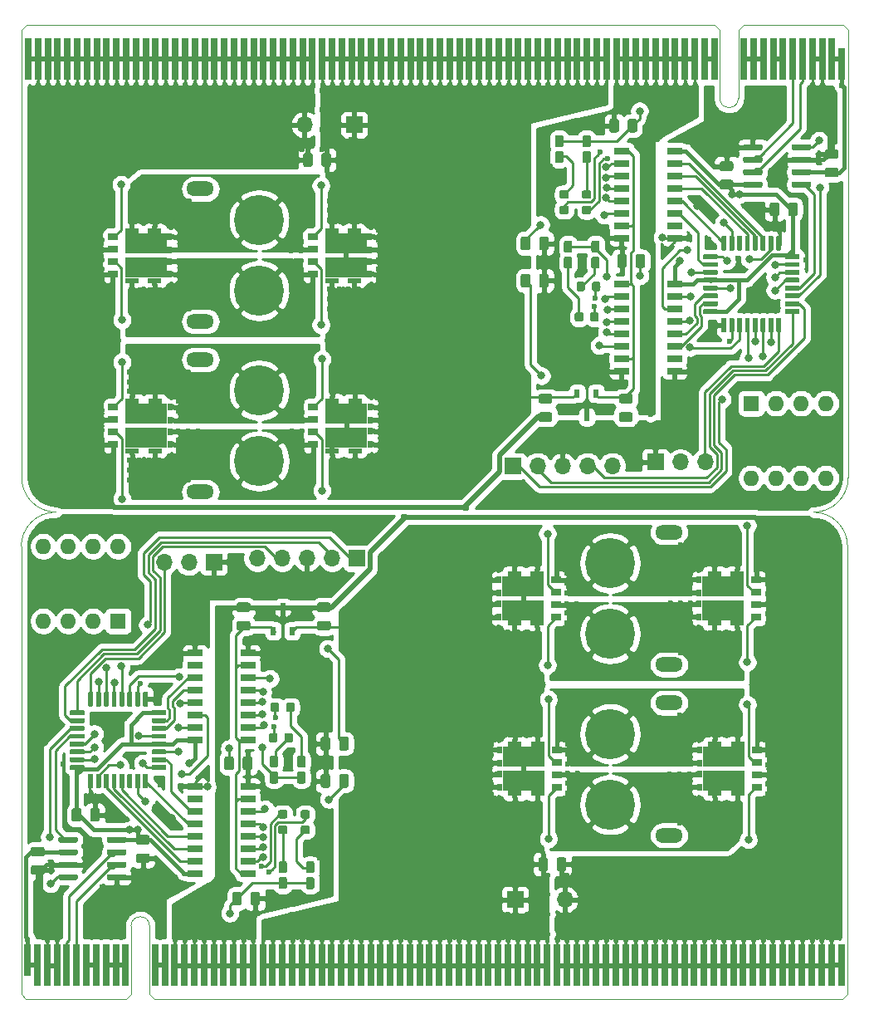
<source format=gbr>
G04 #@! TF.GenerationSoftware,KiCad,Pcbnew,(5.1.5)-3*
G04 #@! TF.CreationDate,2020-03-04T22:49:46+09:00*
G04 #@! TF.ProjectId,CAN_Dual_MDexpress,43414e5f-4475-4616-9c5f-4d4465787072,rev?*
G04 #@! TF.SameCoordinates,Original*
G04 #@! TF.FileFunction,Copper,L2,Bot*
G04 #@! TF.FilePolarity,Positive*
%FSLAX46Y46*%
G04 Gerber Fmt 4.6, Leading zero omitted, Abs format (unit mm)*
G04 Created by KiCad (PCBNEW (5.1.5)-3) date 2020-03-04 22:49:46*
%MOMM*%
%LPD*%
G04 APERTURE LIST*
%ADD10C,0.100000*%
%ADD11R,1.500000X0.650000*%
%ADD12O,1.700000X1.700000*%
%ADD13R,1.700000X1.700000*%
%ADD14R,0.600000X0.850000*%
%ADD15R,4.280000X2.080000*%
%ADD16R,1.400000X0.495000*%
%ADD17R,0.560000X0.750000*%
%ADD18R,1.000000X0.750000*%
%ADD19R,0.700000X4.300000*%
%ADD20R,0.700000X3.200000*%
%ADD21R,1.600000X1.600000*%
%ADD22O,1.600000X1.600000*%
%ADD23O,2.800000X1.500000*%
%ADD24C,5.100000*%
%ADD25C,0.600000*%
%ADD26C,0.800000*%
%ADD27C,0.400000*%
%ADD28C,0.250000*%
%ADD29C,0.500000*%
%ADD30C,0.254000*%
%ADD31C,0.300000*%
%ADD32C,0.350000*%
%ADD33O,2.200000X1.000000*%
G04 APERTURE END LIST*
D10*
X199680000Y-86500000D02*
X199680000Y-48750000D01*
X199680000Y-86500000D02*
G75*
G02X196180000Y-90000000I-3500000J0D01*
G01*
X118880000Y-90000000D02*
G75*
G02X115380000Y-86500000I0J3500000D01*
G01*
X115380000Y-86500000D02*
X115380000Y-48750000D01*
X115320000Y-93500000D02*
G75*
G02X118820000Y-90000000I3500000J0D01*
G01*
X196120000Y-90000000D02*
G75*
G02X199620000Y-93500000I0J-3500000D01*
G01*
X115320000Y-93500000D02*
X115320000Y-131250000D01*
X199620000Y-93500000D02*
X199620000Y-131250000D01*
X188480000Y-47800000D02*
G75*
G02X186580000Y-47800000I-950000J0D01*
G01*
X115380000Y-40850000D02*
X115880000Y-40350000D01*
X186580000Y-40850000D02*
X186080000Y-40350000D01*
X188480000Y-40850000D02*
X188980000Y-40350000D01*
X199680000Y-40850000D02*
X199180000Y-40350000D01*
X186080000Y-40350000D02*
X115880000Y-40350000D01*
X115380000Y-48750000D02*
X115380000Y-40850000D01*
X199180000Y-40350000D02*
X188980000Y-40350000D01*
X199680000Y-48750000D02*
X199680000Y-40850000D01*
X186580000Y-47800000D02*
X186580000Y-40850000D01*
X188480000Y-47800000D02*
X188480000Y-40850000D01*
X126520000Y-132200000D02*
X126520000Y-139150000D01*
X128420000Y-132200000D02*
X128420000Y-139150000D01*
X115320000Y-131250000D02*
X115320000Y-139150000D01*
X115820000Y-139650000D02*
X126020000Y-139650000D01*
X199620000Y-131250000D02*
X199620000Y-139150000D01*
X128920000Y-139650000D02*
X199120000Y-139650000D01*
X115320000Y-139150000D02*
X115820000Y-139650000D01*
X126520000Y-139150000D02*
X126020000Y-139650000D01*
X128420000Y-139150000D02*
X128920000Y-139650000D01*
X199620000Y-139150000D02*
X199120000Y-139650000D01*
X126520000Y-132200000D02*
G75*
G02X128420000Y-132200000I950000J0D01*
G01*
D11*
X181961000Y-66754000D03*
X181961000Y-68024000D03*
X181961000Y-69294000D03*
X181961000Y-70564000D03*
X181961000Y-71834000D03*
X181961000Y-73104000D03*
X181961000Y-74374000D03*
X181961000Y-75644000D03*
X176561000Y-75644000D03*
X176561000Y-74374000D03*
X176561000Y-73104000D03*
X176561000Y-71834000D03*
X176561000Y-70564000D03*
X176561000Y-69294000D03*
X176561000Y-68024000D03*
X176561000Y-66754000D03*
G04 #@! TA.AperFunction,SMDPad,CuDef*
D10*
G36*
X173233329Y-53201023D02*
G01*
X173253957Y-53204083D01*
X173274185Y-53209150D01*
X173293820Y-53216176D01*
X173312672Y-53225092D01*
X173330559Y-53235813D01*
X173347309Y-53248235D01*
X173362760Y-53262240D01*
X173376765Y-53277691D01*
X173389187Y-53294441D01*
X173399908Y-53312328D01*
X173408824Y-53331180D01*
X173415850Y-53350815D01*
X173420917Y-53371043D01*
X173423977Y-53391671D01*
X173425000Y-53412500D01*
X173425000Y-54212500D01*
X173423977Y-54233329D01*
X173420917Y-54253957D01*
X173415850Y-54274185D01*
X173408824Y-54293820D01*
X173399908Y-54312672D01*
X173389187Y-54330559D01*
X173376765Y-54347309D01*
X173362760Y-54362760D01*
X173347309Y-54376765D01*
X173330559Y-54389187D01*
X173312672Y-54399908D01*
X173293820Y-54408824D01*
X173274185Y-54415850D01*
X173253957Y-54420917D01*
X173233329Y-54423977D01*
X173212500Y-54425000D01*
X172787500Y-54425000D01*
X172766671Y-54423977D01*
X172746043Y-54420917D01*
X172725815Y-54415850D01*
X172706180Y-54408824D01*
X172687328Y-54399908D01*
X172669441Y-54389187D01*
X172652691Y-54376765D01*
X172637240Y-54362760D01*
X172623235Y-54347309D01*
X172610813Y-54330559D01*
X172600092Y-54312672D01*
X172591176Y-54293820D01*
X172584150Y-54274185D01*
X172579083Y-54253957D01*
X172576023Y-54233329D01*
X172575000Y-54212500D01*
X172575000Y-53412500D01*
X172576023Y-53391671D01*
X172579083Y-53371043D01*
X172584150Y-53350815D01*
X172591176Y-53331180D01*
X172600092Y-53312328D01*
X172610813Y-53294441D01*
X172623235Y-53277691D01*
X172637240Y-53262240D01*
X172652691Y-53248235D01*
X172669441Y-53235813D01*
X172687328Y-53225092D01*
X172706180Y-53216176D01*
X172725815Y-53209150D01*
X172746043Y-53204083D01*
X172766671Y-53201023D01*
X172787500Y-53200000D01*
X173212500Y-53200000D01*
X173233329Y-53201023D01*
G37*
G04 #@! TD.AperFunction*
G04 #@! TA.AperFunction,SMDPad,CuDef*
G36*
X173233329Y-51576023D02*
G01*
X173253957Y-51579083D01*
X173274185Y-51584150D01*
X173293820Y-51591176D01*
X173312672Y-51600092D01*
X173330559Y-51610813D01*
X173347309Y-51623235D01*
X173362760Y-51637240D01*
X173376765Y-51652691D01*
X173389187Y-51669441D01*
X173399908Y-51687328D01*
X173408824Y-51706180D01*
X173415850Y-51725815D01*
X173420917Y-51746043D01*
X173423977Y-51766671D01*
X173425000Y-51787500D01*
X173425000Y-52587500D01*
X173423977Y-52608329D01*
X173420917Y-52628957D01*
X173415850Y-52649185D01*
X173408824Y-52668820D01*
X173399908Y-52687672D01*
X173389187Y-52705559D01*
X173376765Y-52722309D01*
X173362760Y-52737760D01*
X173347309Y-52751765D01*
X173330559Y-52764187D01*
X173312672Y-52774908D01*
X173293820Y-52783824D01*
X173274185Y-52790850D01*
X173253957Y-52795917D01*
X173233329Y-52798977D01*
X173212500Y-52800000D01*
X172787500Y-52800000D01*
X172766671Y-52798977D01*
X172746043Y-52795917D01*
X172725815Y-52790850D01*
X172706180Y-52783824D01*
X172687328Y-52774908D01*
X172669441Y-52764187D01*
X172652691Y-52751765D01*
X172637240Y-52737760D01*
X172623235Y-52722309D01*
X172610813Y-52705559D01*
X172600092Y-52687672D01*
X172591176Y-52668820D01*
X172584150Y-52649185D01*
X172579083Y-52628957D01*
X172576023Y-52608329D01*
X172575000Y-52587500D01*
X172575000Y-51787500D01*
X172576023Y-51766671D01*
X172579083Y-51746043D01*
X172584150Y-51725815D01*
X172591176Y-51706180D01*
X172600092Y-51687328D01*
X172610813Y-51669441D01*
X172623235Y-51652691D01*
X172637240Y-51637240D01*
X172652691Y-51623235D01*
X172669441Y-51610813D01*
X172687328Y-51600092D01*
X172706180Y-51591176D01*
X172725815Y-51584150D01*
X172746043Y-51579083D01*
X172766671Y-51576023D01*
X172787500Y-51575000D01*
X173212500Y-51575000D01*
X173233329Y-51576023D01*
G37*
G04 #@! TD.AperFunction*
G04 #@! TA.AperFunction,SMDPad,CuDef*
G36*
X173277691Y-57188553D02*
G01*
X173298926Y-57191703D01*
X173319750Y-57196919D01*
X173339962Y-57204151D01*
X173359368Y-57213330D01*
X173377781Y-57224366D01*
X173395024Y-57237154D01*
X173410930Y-57251570D01*
X173425346Y-57267476D01*
X173438134Y-57284719D01*
X173449170Y-57303132D01*
X173458349Y-57322538D01*
X173465581Y-57342750D01*
X173470797Y-57363574D01*
X173473947Y-57384809D01*
X173475000Y-57406250D01*
X173475000Y-57843750D01*
X173473947Y-57865191D01*
X173470797Y-57886426D01*
X173465581Y-57907250D01*
X173458349Y-57927462D01*
X173449170Y-57946868D01*
X173438134Y-57965281D01*
X173425346Y-57982524D01*
X173410930Y-57998430D01*
X173395024Y-58012846D01*
X173377781Y-58025634D01*
X173359368Y-58036670D01*
X173339962Y-58045849D01*
X173319750Y-58053081D01*
X173298926Y-58058297D01*
X173277691Y-58061447D01*
X173256250Y-58062500D01*
X172743750Y-58062500D01*
X172722309Y-58061447D01*
X172701074Y-58058297D01*
X172680250Y-58053081D01*
X172660038Y-58045849D01*
X172640632Y-58036670D01*
X172622219Y-58025634D01*
X172604976Y-58012846D01*
X172589070Y-57998430D01*
X172574654Y-57982524D01*
X172561866Y-57965281D01*
X172550830Y-57946868D01*
X172541651Y-57927462D01*
X172534419Y-57907250D01*
X172529203Y-57886426D01*
X172526053Y-57865191D01*
X172525000Y-57843750D01*
X172525000Y-57406250D01*
X172526053Y-57384809D01*
X172529203Y-57363574D01*
X172534419Y-57342750D01*
X172541651Y-57322538D01*
X172550830Y-57303132D01*
X172561866Y-57284719D01*
X172574654Y-57267476D01*
X172589070Y-57251570D01*
X172604976Y-57237154D01*
X172622219Y-57224366D01*
X172640632Y-57213330D01*
X172660038Y-57204151D01*
X172680250Y-57196919D01*
X172701074Y-57191703D01*
X172722309Y-57188553D01*
X172743750Y-57187500D01*
X173256250Y-57187500D01*
X173277691Y-57188553D01*
G37*
G04 #@! TD.AperFunction*
G04 #@! TA.AperFunction,SMDPad,CuDef*
G36*
X173277691Y-58763553D02*
G01*
X173298926Y-58766703D01*
X173319750Y-58771919D01*
X173339962Y-58779151D01*
X173359368Y-58788330D01*
X173377781Y-58799366D01*
X173395024Y-58812154D01*
X173410930Y-58826570D01*
X173425346Y-58842476D01*
X173438134Y-58859719D01*
X173449170Y-58878132D01*
X173458349Y-58897538D01*
X173465581Y-58917750D01*
X173470797Y-58938574D01*
X173473947Y-58959809D01*
X173475000Y-58981250D01*
X173475000Y-59418750D01*
X173473947Y-59440191D01*
X173470797Y-59461426D01*
X173465581Y-59482250D01*
X173458349Y-59502462D01*
X173449170Y-59521868D01*
X173438134Y-59540281D01*
X173425346Y-59557524D01*
X173410930Y-59573430D01*
X173395024Y-59587846D01*
X173377781Y-59600634D01*
X173359368Y-59611670D01*
X173339962Y-59620849D01*
X173319750Y-59628081D01*
X173298926Y-59633297D01*
X173277691Y-59636447D01*
X173256250Y-59637500D01*
X172743750Y-59637500D01*
X172722309Y-59636447D01*
X172701074Y-59633297D01*
X172680250Y-59628081D01*
X172660038Y-59620849D01*
X172640632Y-59611670D01*
X172622219Y-59600634D01*
X172604976Y-59587846D01*
X172589070Y-59573430D01*
X172574654Y-59557524D01*
X172561866Y-59540281D01*
X172550830Y-59521868D01*
X172541651Y-59502462D01*
X172534419Y-59482250D01*
X172529203Y-59461426D01*
X172526053Y-59440191D01*
X172525000Y-59418750D01*
X172525000Y-58981250D01*
X172526053Y-58959809D01*
X172529203Y-58938574D01*
X172534419Y-58917750D01*
X172541651Y-58897538D01*
X172550830Y-58878132D01*
X172561866Y-58859719D01*
X172574654Y-58842476D01*
X172589070Y-58826570D01*
X172604976Y-58812154D01*
X172622219Y-58799366D01*
X172640632Y-58788330D01*
X172660038Y-58779151D01*
X172680250Y-58771919D01*
X172701074Y-58766703D01*
X172722309Y-58763553D01*
X172743750Y-58762500D01*
X173256250Y-58762500D01*
X173277691Y-58763553D01*
G37*
G04 #@! TD.AperFunction*
G04 #@! TA.AperFunction,SMDPad,CuDef*
G36*
X174040191Y-69626053D02*
G01*
X174061426Y-69629203D01*
X174082250Y-69634419D01*
X174102462Y-69641651D01*
X174121868Y-69650830D01*
X174140281Y-69661866D01*
X174157524Y-69674654D01*
X174173430Y-69689070D01*
X174187846Y-69704976D01*
X174200634Y-69722219D01*
X174211670Y-69740632D01*
X174220849Y-69760038D01*
X174228081Y-69780250D01*
X174233297Y-69801074D01*
X174236447Y-69822309D01*
X174237500Y-69843750D01*
X174237500Y-70356250D01*
X174236447Y-70377691D01*
X174233297Y-70398926D01*
X174228081Y-70419750D01*
X174220849Y-70439962D01*
X174211670Y-70459368D01*
X174200634Y-70477781D01*
X174187846Y-70495024D01*
X174173430Y-70510930D01*
X174157524Y-70525346D01*
X174140281Y-70538134D01*
X174121868Y-70549170D01*
X174102462Y-70558349D01*
X174082250Y-70565581D01*
X174061426Y-70570797D01*
X174040191Y-70573947D01*
X174018750Y-70575000D01*
X173581250Y-70575000D01*
X173559809Y-70573947D01*
X173538574Y-70570797D01*
X173517750Y-70565581D01*
X173497538Y-70558349D01*
X173478132Y-70549170D01*
X173459719Y-70538134D01*
X173442476Y-70525346D01*
X173426570Y-70510930D01*
X173412154Y-70495024D01*
X173399366Y-70477781D01*
X173388330Y-70459368D01*
X173379151Y-70439962D01*
X173371919Y-70419750D01*
X173366703Y-70398926D01*
X173363553Y-70377691D01*
X173362500Y-70356250D01*
X173362500Y-69843750D01*
X173363553Y-69822309D01*
X173366703Y-69801074D01*
X173371919Y-69780250D01*
X173379151Y-69760038D01*
X173388330Y-69740632D01*
X173399366Y-69722219D01*
X173412154Y-69704976D01*
X173426570Y-69689070D01*
X173442476Y-69674654D01*
X173459719Y-69661866D01*
X173478132Y-69650830D01*
X173497538Y-69641651D01*
X173517750Y-69634419D01*
X173538574Y-69629203D01*
X173559809Y-69626053D01*
X173581250Y-69625000D01*
X174018750Y-69625000D01*
X174040191Y-69626053D01*
G37*
G04 #@! TD.AperFunction*
G04 #@! TA.AperFunction,SMDPad,CuDef*
G36*
X172465191Y-69626053D02*
G01*
X172486426Y-69629203D01*
X172507250Y-69634419D01*
X172527462Y-69641651D01*
X172546868Y-69650830D01*
X172565281Y-69661866D01*
X172582524Y-69674654D01*
X172598430Y-69689070D01*
X172612846Y-69704976D01*
X172625634Y-69722219D01*
X172636670Y-69740632D01*
X172645849Y-69760038D01*
X172653081Y-69780250D01*
X172658297Y-69801074D01*
X172661447Y-69822309D01*
X172662500Y-69843750D01*
X172662500Y-70356250D01*
X172661447Y-70377691D01*
X172658297Y-70398926D01*
X172653081Y-70419750D01*
X172645849Y-70439962D01*
X172636670Y-70459368D01*
X172625634Y-70477781D01*
X172612846Y-70495024D01*
X172598430Y-70510930D01*
X172582524Y-70525346D01*
X172565281Y-70538134D01*
X172546868Y-70549170D01*
X172527462Y-70558349D01*
X172507250Y-70565581D01*
X172486426Y-70570797D01*
X172465191Y-70573947D01*
X172443750Y-70575000D01*
X172006250Y-70575000D01*
X171984809Y-70573947D01*
X171963574Y-70570797D01*
X171942750Y-70565581D01*
X171922538Y-70558349D01*
X171903132Y-70549170D01*
X171884719Y-70538134D01*
X171867476Y-70525346D01*
X171851570Y-70510930D01*
X171837154Y-70495024D01*
X171824366Y-70477781D01*
X171813330Y-70459368D01*
X171804151Y-70439962D01*
X171796919Y-70419750D01*
X171791703Y-70398926D01*
X171788553Y-70377691D01*
X171787500Y-70356250D01*
X171787500Y-69843750D01*
X171788553Y-69822309D01*
X171791703Y-69801074D01*
X171796919Y-69780250D01*
X171804151Y-69760038D01*
X171813330Y-69740632D01*
X171824366Y-69722219D01*
X171837154Y-69704976D01*
X171851570Y-69689070D01*
X171867476Y-69674654D01*
X171884719Y-69661866D01*
X171903132Y-69650830D01*
X171922538Y-69641651D01*
X171942750Y-69634419D01*
X171963574Y-69629203D01*
X171984809Y-69626053D01*
X172006250Y-69625000D01*
X172443750Y-69625000D01*
X172465191Y-69626053D01*
G37*
G04 #@! TD.AperFunction*
G04 #@! TA.AperFunction,SMDPad,CuDef*
G36*
X171333329Y-63951023D02*
G01*
X171353957Y-63954083D01*
X171374185Y-63959150D01*
X171393820Y-63966176D01*
X171412672Y-63975092D01*
X171430559Y-63985813D01*
X171447309Y-63998235D01*
X171462760Y-64012240D01*
X171476765Y-64027691D01*
X171489187Y-64044441D01*
X171499908Y-64062328D01*
X171508824Y-64081180D01*
X171515850Y-64100815D01*
X171520917Y-64121043D01*
X171523977Y-64141671D01*
X171525000Y-64162500D01*
X171525000Y-64962500D01*
X171523977Y-64983329D01*
X171520917Y-65003957D01*
X171515850Y-65024185D01*
X171508824Y-65043820D01*
X171499908Y-65062672D01*
X171489187Y-65080559D01*
X171476765Y-65097309D01*
X171462760Y-65112760D01*
X171447309Y-65126765D01*
X171430559Y-65139187D01*
X171412672Y-65149908D01*
X171393820Y-65158824D01*
X171374185Y-65165850D01*
X171353957Y-65170917D01*
X171333329Y-65173977D01*
X171312500Y-65175000D01*
X170887500Y-65175000D01*
X170866671Y-65173977D01*
X170846043Y-65170917D01*
X170825815Y-65165850D01*
X170806180Y-65158824D01*
X170787328Y-65149908D01*
X170769441Y-65139187D01*
X170752691Y-65126765D01*
X170737240Y-65112760D01*
X170723235Y-65097309D01*
X170710813Y-65080559D01*
X170700092Y-65062672D01*
X170691176Y-65043820D01*
X170684150Y-65024185D01*
X170679083Y-65003957D01*
X170676023Y-64983329D01*
X170675000Y-64962500D01*
X170675000Y-64162500D01*
X170676023Y-64141671D01*
X170679083Y-64121043D01*
X170684150Y-64100815D01*
X170691176Y-64081180D01*
X170700092Y-64062328D01*
X170710813Y-64044441D01*
X170723235Y-64027691D01*
X170737240Y-64012240D01*
X170752691Y-63998235D01*
X170769441Y-63985813D01*
X170787328Y-63975092D01*
X170806180Y-63966176D01*
X170825815Y-63959150D01*
X170846043Y-63954083D01*
X170866671Y-63951023D01*
X170887500Y-63950000D01*
X171312500Y-63950000D01*
X171333329Y-63951023D01*
G37*
G04 #@! TD.AperFunction*
G04 #@! TA.AperFunction,SMDPad,CuDef*
G36*
X171333329Y-62326023D02*
G01*
X171353957Y-62329083D01*
X171374185Y-62334150D01*
X171393820Y-62341176D01*
X171412672Y-62350092D01*
X171430559Y-62360813D01*
X171447309Y-62373235D01*
X171462760Y-62387240D01*
X171476765Y-62402691D01*
X171489187Y-62419441D01*
X171499908Y-62437328D01*
X171508824Y-62456180D01*
X171515850Y-62475815D01*
X171520917Y-62496043D01*
X171523977Y-62516671D01*
X171525000Y-62537500D01*
X171525000Y-63337500D01*
X171523977Y-63358329D01*
X171520917Y-63378957D01*
X171515850Y-63399185D01*
X171508824Y-63418820D01*
X171499908Y-63437672D01*
X171489187Y-63455559D01*
X171476765Y-63472309D01*
X171462760Y-63487760D01*
X171447309Y-63501765D01*
X171430559Y-63514187D01*
X171412672Y-63524908D01*
X171393820Y-63533824D01*
X171374185Y-63540850D01*
X171353957Y-63545917D01*
X171333329Y-63548977D01*
X171312500Y-63550000D01*
X170887500Y-63550000D01*
X170866671Y-63548977D01*
X170846043Y-63545917D01*
X170825815Y-63540850D01*
X170806180Y-63533824D01*
X170787328Y-63524908D01*
X170769441Y-63514187D01*
X170752691Y-63501765D01*
X170737240Y-63487760D01*
X170723235Y-63472309D01*
X170710813Y-63455559D01*
X170700092Y-63437672D01*
X170691176Y-63418820D01*
X170684150Y-63399185D01*
X170679083Y-63378957D01*
X170676023Y-63358329D01*
X170675000Y-63337500D01*
X170675000Y-62537500D01*
X170676023Y-62516671D01*
X170679083Y-62496043D01*
X170684150Y-62475815D01*
X170691176Y-62456180D01*
X170700092Y-62437328D01*
X170710813Y-62419441D01*
X170723235Y-62402691D01*
X170737240Y-62387240D01*
X170752691Y-62373235D01*
X170769441Y-62360813D01*
X170787328Y-62350092D01*
X170806180Y-62341176D01*
X170825815Y-62334150D01*
X170846043Y-62329083D01*
X170866671Y-62326023D01*
X170887500Y-62325000D01*
X171312500Y-62325000D01*
X171333329Y-62326023D01*
G37*
G04 #@! TD.AperFunction*
D12*
X175610000Y-85300000D03*
X173070000Y-85300000D03*
X170530000Y-85300000D03*
X167990000Y-85300000D03*
D13*
X165450000Y-85300000D03*
X180020000Y-84900000D03*
D12*
X182560000Y-84900000D03*
X185100000Y-84900000D03*
G04 #@! TA.AperFunction,SMDPad,CuDef*
D10*
G36*
X170977691Y-57176053D02*
G01*
X170998926Y-57179203D01*
X171019750Y-57184419D01*
X171039962Y-57191651D01*
X171059368Y-57200830D01*
X171077781Y-57211866D01*
X171095024Y-57224654D01*
X171110930Y-57239070D01*
X171125346Y-57254976D01*
X171138134Y-57272219D01*
X171149170Y-57290632D01*
X171158349Y-57310038D01*
X171165581Y-57330250D01*
X171170797Y-57351074D01*
X171173947Y-57372309D01*
X171175000Y-57393750D01*
X171175000Y-57831250D01*
X171173947Y-57852691D01*
X171170797Y-57873926D01*
X171165581Y-57894750D01*
X171158349Y-57914962D01*
X171149170Y-57934368D01*
X171138134Y-57952781D01*
X171125346Y-57970024D01*
X171110930Y-57985930D01*
X171095024Y-58000346D01*
X171077781Y-58013134D01*
X171059368Y-58024170D01*
X171039962Y-58033349D01*
X171019750Y-58040581D01*
X170998926Y-58045797D01*
X170977691Y-58048947D01*
X170956250Y-58050000D01*
X170443750Y-58050000D01*
X170422309Y-58048947D01*
X170401074Y-58045797D01*
X170380250Y-58040581D01*
X170360038Y-58033349D01*
X170340632Y-58024170D01*
X170322219Y-58013134D01*
X170304976Y-58000346D01*
X170289070Y-57985930D01*
X170274654Y-57970024D01*
X170261866Y-57952781D01*
X170250830Y-57934368D01*
X170241651Y-57914962D01*
X170234419Y-57894750D01*
X170229203Y-57873926D01*
X170226053Y-57852691D01*
X170225000Y-57831250D01*
X170225000Y-57393750D01*
X170226053Y-57372309D01*
X170229203Y-57351074D01*
X170234419Y-57330250D01*
X170241651Y-57310038D01*
X170250830Y-57290632D01*
X170261866Y-57272219D01*
X170274654Y-57254976D01*
X170289070Y-57239070D01*
X170304976Y-57224654D01*
X170322219Y-57211866D01*
X170340632Y-57200830D01*
X170360038Y-57191651D01*
X170380250Y-57184419D01*
X170401074Y-57179203D01*
X170422309Y-57176053D01*
X170443750Y-57175000D01*
X170956250Y-57175000D01*
X170977691Y-57176053D01*
G37*
G04 #@! TD.AperFunction*
G04 #@! TA.AperFunction,SMDPad,CuDef*
G36*
X170977691Y-58751053D02*
G01*
X170998926Y-58754203D01*
X171019750Y-58759419D01*
X171039962Y-58766651D01*
X171059368Y-58775830D01*
X171077781Y-58786866D01*
X171095024Y-58799654D01*
X171110930Y-58814070D01*
X171125346Y-58829976D01*
X171138134Y-58847219D01*
X171149170Y-58865632D01*
X171158349Y-58885038D01*
X171165581Y-58905250D01*
X171170797Y-58926074D01*
X171173947Y-58947309D01*
X171175000Y-58968750D01*
X171175000Y-59406250D01*
X171173947Y-59427691D01*
X171170797Y-59448926D01*
X171165581Y-59469750D01*
X171158349Y-59489962D01*
X171149170Y-59509368D01*
X171138134Y-59527781D01*
X171125346Y-59545024D01*
X171110930Y-59560930D01*
X171095024Y-59575346D01*
X171077781Y-59588134D01*
X171059368Y-59599170D01*
X171039962Y-59608349D01*
X171019750Y-59615581D01*
X170998926Y-59620797D01*
X170977691Y-59623947D01*
X170956250Y-59625000D01*
X170443750Y-59625000D01*
X170422309Y-59623947D01*
X170401074Y-59620797D01*
X170380250Y-59615581D01*
X170360038Y-59608349D01*
X170340632Y-59599170D01*
X170322219Y-59588134D01*
X170304976Y-59575346D01*
X170289070Y-59560930D01*
X170274654Y-59545024D01*
X170261866Y-59527781D01*
X170250830Y-59509368D01*
X170241651Y-59489962D01*
X170234419Y-59469750D01*
X170229203Y-59448926D01*
X170226053Y-59427691D01*
X170225000Y-59406250D01*
X170225000Y-58968750D01*
X170226053Y-58947309D01*
X170229203Y-58926074D01*
X170234419Y-58905250D01*
X170241651Y-58885038D01*
X170250830Y-58865632D01*
X170261866Y-58847219D01*
X170274654Y-58829976D01*
X170289070Y-58814070D01*
X170304976Y-58799654D01*
X170322219Y-58786866D01*
X170340632Y-58775830D01*
X170360038Y-58766651D01*
X170380250Y-58759419D01*
X170401074Y-58754203D01*
X170422309Y-58751053D01*
X170443750Y-58750000D01*
X170956250Y-58750000D01*
X170977691Y-58751053D01*
G37*
G04 #@! TD.AperFunction*
D14*
X172040000Y-77900000D03*
X173960000Y-77900000D03*
X173000000Y-80300000D03*
G04 #@! TA.AperFunction,SMDPad,CuDef*
D10*
G36*
X170433329Y-53188523D02*
G01*
X170453957Y-53191583D01*
X170474185Y-53196650D01*
X170493820Y-53203676D01*
X170512672Y-53212592D01*
X170530559Y-53223313D01*
X170547309Y-53235735D01*
X170562760Y-53249740D01*
X170576765Y-53265191D01*
X170589187Y-53281941D01*
X170599908Y-53299828D01*
X170608824Y-53318680D01*
X170615850Y-53338315D01*
X170620917Y-53358543D01*
X170623977Y-53379171D01*
X170625000Y-53400000D01*
X170625000Y-54200000D01*
X170623977Y-54220829D01*
X170620917Y-54241457D01*
X170615850Y-54261685D01*
X170608824Y-54281320D01*
X170599908Y-54300172D01*
X170589187Y-54318059D01*
X170576765Y-54334809D01*
X170562760Y-54350260D01*
X170547309Y-54364265D01*
X170530559Y-54376687D01*
X170512672Y-54387408D01*
X170493820Y-54396324D01*
X170474185Y-54403350D01*
X170453957Y-54408417D01*
X170433329Y-54411477D01*
X170412500Y-54412500D01*
X169987500Y-54412500D01*
X169966671Y-54411477D01*
X169946043Y-54408417D01*
X169925815Y-54403350D01*
X169906180Y-54396324D01*
X169887328Y-54387408D01*
X169869441Y-54376687D01*
X169852691Y-54364265D01*
X169837240Y-54350260D01*
X169823235Y-54334809D01*
X169810813Y-54318059D01*
X169800092Y-54300172D01*
X169791176Y-54281320D01*
X169784150Y-54261685D01*
X169779083Y-54241457D01*
X169776023Y-54220829D01*
X169775000Y-54200000D01*
X169775000Y-53400000D01*
X169776023Y-53379171D01*
X169779083Y-53358543D01*
X169784150Y-53338315D01*
X169791176Y-53318680D01*
X169800092Y-53299828D01*
X169810813Y-53281941D01*
X169823235Y-53265191D01*
X169837240Y-53249740D01*
X169852691Y-53235735D01*
X169869441Y-53223313D01*
X169887328Y-53212592D01*
X169906180Y-53203676D01*
X169925815Y-53196650D01*
X169946043Y-53191583D01*
X169966671Y-53188523D01*
X169987500Y-53187500D01*
X170412500Y-53187500D01*
X170433329Y-53188523D01*
G37*
G04 #@! TD.AperFunction*
G04 #@! TA.AperFunction,SMDPad,CuDef*
G36*
X170433329Y-51563523D02*
G01*
X170453957Y-51566583D01*
X170474185Y-51571650D01*
X170493820Y-51578676D01*
X170512672Y-51587592D01*
X170530559Y-51598313D01*
X170547309Y-51610735D01*
X170562760Y-51624740D01*
X170576765Y-51640191D01*
X170589187Y-51656941D01*
X170599908Y-51674828D01*
X170608824Y-51693680D01*
X170615850Y-51713315D01*
X170620917Y-51733543D01*
X170623977Y-51754171D01*
X170625000Y-51775000D01*
X170625000Y-52575000D01*
X170623977Y-52595829D01*
X170620917Y-52616457D01*
X170615850Y-52636685D01*
X170608824Y-52656320D01*
X170599908Y-52675172D01*
X170589187Y-52693059D01*
X170576765Y-52709809D01*
X170562760Y-52725260D01*
X170547309Y-52739265D01*
X170530559Y-52751687D01*
X170512672Y-52762408D01*
X170493820Y-52771324D01*
X170474185Y-52778350D01*
X170453957Y-52783417D01*
X170433329Y-52786477D01*
X170412500Y-52787500D01*
X169987500Y-52787500D01*
X169966671Y-52786477D01*
X169946043Y-52783417D01*
X169925815Y-52778350D01*
X169906180Y-52771324D01*
X169887328Y-52762408D01*
X169869441Y-52751687D01*
X169852691Y-52739265D01*
X169837240Y-52725260D01*
X169823235Y-52709809D01*
X169810813Y-52693059D01*
X169800092Y-52675172D01*
X169791176Y-52656320D01*
X169784150Y-52636685D01*
X169779083Y-52616457D01*
X169776023Y-52595829D01*
X169775000Y-52575000D01*
X169775000Y-51775000D01*
X169776023Y-51754171D01*
X169779083Y-51733543D01*
X169784150Y-51713315D01*
X169791176Y-51693680D01*
X169800092Y-51674828D01*
X169810813Y-51656941D01*
X169823235Y-51640191D01*
X169837240Y-51624740D01*
X169852691Y-51610735D01*
X169869441Y-51598313D01*
X169887328Y-51587592D01*
X169906180Y-51578676D01*
X169925815Y-51571650D01*
X169946043Y-51566583D01*
X169966671Y-51563523D01*
X169987500Y-51562500D01*
X170412500Y-51562500D01*
X170433329Y-51563523D01*
G37*
G04 #@! TD.AperFunction*
G04 #@! TA.AperFunction,SMDPad,CuDef*
G36*
X174133329Y-63951023D02*
G01*
X174153957Y-63954083D01*
X174174185Y-63959150D01*
X174193820Y-63966176D01*
X174212672Y-63975092D01*
X174230559Y-63985813D01*
X174247309Y-63998235D01*
X174262760Y-64012240D01*
X174276765Y-64027691D01*
X174289187Y-64044441D01*
X174299908Y-64062328D01*
X174308824Y-64081180D01*
X174315850Y-64100815D01*
X174320917Y-64121043D01*
X174323977Y-64141671D01*
X174325000Y-64162500D01*
X174325000Y-64962500D01*
X174323977Y-64983329D01*
X174320917Y-65003957D01*
X174315850Y-65024185D01*
X174308824Y-65043820D01*
X174299908Y-65062672D01*
X174289187Y-65080559D01*
X174276765Y-65097309D01*
X174262760Y-65112760D01*
X174247309Y-65126765D01*
X174230559Y-65139187D01*
X174212672Y-65149908D01*
X174193820Y-65158824D01*
X174174185Y-65165850D01*
X174153957Y-65170917D01*
X174133329Y-65173977D01*
X174112500Y-65175000D01*
X173687500Y-65175000D01*
X173666671Y-65173977D01*
X173646043Y-65170917D01*
X173625815Y-65165850D01*
X173606180Y-65158824D01*
X173587328Y-65149908D01*
X173569441Y-65139187D01*
X173552691Y-65126765D01*
X173537240Y-65112760D01*
X173523235Y-65097309D01*
X173510813Y-65080559D01*
X173500092Y-65062672D01*
X173491176Y-65043820D01*
X173484150Y-65024185D01*
X173479083Y-65003957D01*
X173476023Y-64983329D01*
X173475000Y-64962500D01*
X173475000Y-64162500D01*
X173476023Y-64141671D01*
X173479083Y-64121043D01*
X173484150Y-64100815D01*
X173491176Y-64081180D01*
X173500092Y-64062328D01*
X173510813Y-64044441D01*
X173523235Y-64027691D01*
X173537240Y-64012240D01*
X173552691Y-63998235D01*
X173569441Y-63985813D01*
X173587328Y-63975092D01*
X173606180Y-63966176D01*
X173625815Y-63959150D01*
X173646043Y-63954083D01*
X173666671Y-63951023D01*
X173687500Y-63950000D01*
X174112500Y-63950000D01*
X174133329Y-63951023D01*
G37*
G04 #@! TD.AperFunction*
G04 #@! TA.AperFunction,SMDPad,CuDef*
G36*
X174133329Y-62326023D02*
G01*
X174153957Y-62329083D01*
X174174185Y-62334150D01*
X174193820Y-62341176D01*
X174212672Y-62350092D01*
X174230559Y-62360813D01*
X174247309Y-62373235D01*
X174262760Y-62387240D01*
X174276765Y-62402691D01*
X174289187Y-62419441D01*
X174299908Y-62437328D01*
X174308824Y-62456180D01*
X174315850Y-62475815D01*
X174320917Y-62496043D01*
X174323977Y-62516671D01*
X174325000Y-62537500D01*
X174325000Y-63337500D01*
X174323977Y-63358329D01*
X174320917Y-63378957D01*
X174315850Y-63399185D01*
X174308824Y-63418820D01*
X174299908Y-63437672D01*
X174289187Y-63455559D01*
X174276765Y-63472309D01*
X174262760Y-63487760D01*
X174247309Y-63501765D01*
X174230559Y-63514187D01*
X174212672Y-63524908D01*
X174193820Y-63533824D01*
X174174185Y-63540850D01*
X174153957Y-63545917D01*
X174133329Y-63548977D01*
X174112500Y-63550000D01*
X173687500Y-63550000D01*
X173666671Y-63548977D01*
X173646043Y-63545917D01*
X173625815Y-63540850D01*
X173606180Y-63533824D01*
X173587328Y-63524908D01*
X173569441Y-63514187D01*
X173552691Y-63501765D01*
X173537240Y-63487760D01*
X173523235Y-63472309D01*
X173510813Y-63455559D01*
X173500092Y-63437672D01*
X173491176Y-63418820D01*
X173484150Y-63399185D01*
X173479083Y-63378957D01*
X173476023Y-63358329D01*
X173475000Y-63337500D01*
X173475000Y-62537500D01*
X173476023Y-62516671D01*
X173479083Y-62496043D01*
X173484150Y-62475815D01*
X173491176Y-62456180D01*
X173500092Y-62437328D01*
X173510813Y-62419441D01*
X173523235Y-62402691D01*
X173537240Y-62387240D01*
X173552691Y-62373235D01*
X173569441Y-62360813D01*
X173587328Y-62350092D01*
X173606180Y-62341176D01*
X173625815Y-62334150D01*
X173646043Y-62329083D01*
X173666671Y-62326023D01*
X173687500Y-62325000D01*
X174112500Y-62325000D01*
X174133329Y-62326023D01*
G37*
G04 #@! TD.AperFunction*
G04 #@! TA.AperFunction,SMDPad,CuDef*
G36*
X174215191Y-66526053D02*
G01*
X174236426Y-66529203D01*
X174257250Y-66534419D01*
X174277462Y-66541651D01*
X174296868Y-66550830D01*
X174315281Y-66561866D01*
X174332524Y-66574654D01*
X174348430Y-66589070D01*
X174362846Y-66604976D01*
X174375634Y-66622219D01*
X174386670Y-66640632D01*
X174395849Y-66660038D01*
X174403081Y-66680250D01*
X174408297Y-66701074D01*
X174411447Y-66722309D01*
X174412500Y-66743750D01*
X174412500Y-67256250D01*
X174411447Y-67277691D01*
X174408297Y-67298926D01*
X174403081Y-67319750D01*
X174395849Y-67339962D01*
X174386670Y-67359368D01*
X174375634Y-67377781D01*
X174362846Y-67395024D01*
X174348430Y-67410930D01*
X174332524Y-67425346D01*
X174315281Y-67438134D01*
X174296868Y-67449170D01*
X174277462Y-67458349D01*
X174257250Y-67465581D01*
X174236426Y-67470797D01*
X174215191Y-67473947D01*
X174193750Y-67475000D01*
X173756250Y-67475000D01*
X173734809Y-67473947D01*
X173713574Y-67470797D01*
X173692750Y-67465581D01*
X173672538Y-67458349D01*
X173653132Y-67449170D01*
X173634719Y-67438134D01*
X173617476Y-67425346D01*
X173601570Y-67410930D01*
X173587154Y-67395024D01*
X173574366Y-67377781D01*
X173563330Y-67359368D01*
X173554151Y-67339962D01*
X173546919Y-67319750D01*
X173541703Y-67298926D01*
X173538553Y-67277691D01*
X173537500Y-67256250D01*
X173537500Y-66743750D01*
X173538553Y-66722309D01*
X173541703Y-66701074D01*
X173546919Y-66680250D01*
X173554151Y-66660038D01*
X173563330Y-66640632D01*
X173574366Y-66622219D01*
X173587154Y-66604976D01*
X173601570Y-66589070D01*
X173617476Y-66574654D01*
X173634719Y-66561866D01*
X173653132Y-66550830D01*
X173672538Y-66541651D01*
X173692750Y-66534419D01*
X173713574Y-66529203D01*
X173734809Y-66526053D01*
X173756250Y-66525000D01*
X174193750Y-66525000D01*
X174215191Y-66526053D01*
G37*
G04 #@! TD.AperFunction*
G04 #@! TA.AperFunction,SMDPad,CuDef*
G36*
X172640191Y-66526053D02*
G01*
X172661426Y-66529203D01*
X172682250Y-66534419D01*
X172702462Y-66541651D01*
X172721868Y-66550830D01*
X172740281Y-66561866D01*
X172757524Y-66574654D01*
X172773430Y-66589070D01*
X172787846Y-66604976D01*
X172800634Y-66622219D01*
X172811670Y-66640632D01*
X172820849Y-66660038D01*
X172828081Y-66680250D01*
X172833297Y-66701074D01*
X172836447Y-66722309D01*
X172837500Y-66743750D01*
X172837500Y-67256250D01*
X172836447Y-67277691D01*
X172833297Y-67298926D01*
X172828081Y-67319750D01*
X172820849Y-67339962D01*
X172811670Y-67359368D01*
X172800634Y-67377781D01*
X172787846Y-67395024D01*
X172773430Y-67410930D01*
X172757524Y-67425346D01*
X172740281Y-67438134D01*
X172721868Y-67449170D01*
X172702462Y-67458349D01*
X172682250Y-67465581D01*
X172661426Y-67470797D01*
X172640191Y-67473947D01*
X172618750Y-67475000D01*
X172181250Y-67475000D01*
X172159809Y-67473947D01*
X172138574Y-67470797D01*
X172117750Y-67465581D01*
X172097538Y-67458349D01*
X172078132Y-67449170D01*
X172059719Y-67438134D01*
X172042476Y-67425346D01*
X172026570Y-67410930D01*
X172012154Y-67395024D01*
X171999366Y-67377781D01*
X171988330Y-67359368D01*
X171979151Y-67339962D01*
X171971919Y-67319750D01*
X171966703Y-67298926D01*
X171963553Y-67277691D01*
X171962500Y-67256250D01*
X171962500Y-66743750D01*
X171963553Y-66722309D01*
X171966703Y-66701074D01*
X171971919Y-66680250D01*
X171979151Y-66660038D01*
X171988330Y-66640632D01*
X171999366Y-66622219D01*
X172012154Y-66604976D01*
X172026570Y-66589070D01*
X172042476Y-66574654D01*
X172059719Y-66561866D01*
X172078132Y-66550830D01*
X172097538Y-66541651D01*
X172117750Y-66534419D01*
X172138574Y-66529203D01*
X172159809Y-66526053D01*
X172181250Y-66525000D01*
X172618750Y-66525000D01*
X172640191Y-66526053D01*
G37*
G04 #@! TD.AperFunction*
G04 #@! TA.AperFunction,SMDPad,CuDef*
G36*
X177480142Y-79813674D02*
G01*
X177503803Y-79817184D01*
X177527007Y-79822996D01*
X177549529Y-79831054D01*
X177571153Y-79841282D01*
X177591670Y-79853579D01*
X177610883Y-79867829D01*
X177628607Y-79883893D01*
X177644671Y-79901617D01*
X177658921Y-79920830D01*
X177671218Y-79941347D01*
X177681446Y-79962971D01*
X177689504Y-79985493D01*
X177695316Y-80008697D01*
X177698826Y-80032358D01*
X177700000Y-80056250D01*
X177700000Y-80543750D01*
X177698826Y-80567642D01*
X177695316Y-80591303D01*
X177689504Y-80614507D01*
X177681446Y-80637029D01*
X177671218Y-80658653D01*
X177658921Y-80679170D01*
X177644671Y-80698383D01*
X177628607Y-80716107D01*
X177610883Y-80732171D01*
X177591670Y-80746421D01*
X177571153Y-80758718D01*
X177549529Y-80768946D01*
X177527007Y-80777004D01*
X177503803Y-80782816D01*
X177480142Y-80786326D01*
X177456250Y-80787500D01*
X176543750Y-80787500D01*
X176519858Y-80786326D01*
X176496197Y-80782816D01*
X176472993Y-80777004D01*
X176450471Y-80768946D01*
X176428847Y-80758718D01*
X176408330Y-80746421D01*
X176389117Y-80732171D01*
X176371393Y-80716107D01*
X176355329Y-80698383D01*
X176341079Y-80679170D01*
X176328782Y-80658653D01*
X176318554Y-80637029D01*
X176310496Y-80614507D01*
X176304684Y-80591303D01*
X176301174Y-80567642D01*
X176300000Y-80543750D01*
X176300000Y-80056250D01*
X176301174Y-80032358D01*
X176304684Y-80008697D01*
X176310496Y-79985493D01*
X176318554Y-79962971D01*
X176328782Y-79941347D01*
X176341079Y-79920830D01*
X176355329Y-79901617D01*
X176371393Y-79883893D01*
X176389117Y-79867829D01*
X176408330Y-79853579D01*
X176428847Y-79841282D01*
X176450471Y-79831054D01*
X176472993Y-79822996D01*
X176496197Y-79817184D01*
X176519858Y-79813674D01*
X176543750Y-79812500D01*
X177456250Y-79812500D01*
X177480142Y-79813674D01*
G37*
G04 #@! TD.AperFunction*
G04 #@! TA.AperFunction,SMDPad,CuDef*
G36*
X177480142Y-77938674D02*
G01*
X177503803Y-77942184D01*
X177527007Y-77947996D01*
X177549529Y-77956054D01*
X177571153Y-77966282D01*
X177591670Y-77978579D01*
X177610883Y-77992829D01*
X177628607Y-78008893D01*
X177644671Y-78026617D01*
X177658921Y-78045830D01*
X177671218Y-78066347D01*
X177681446Y-78087971D01*
X177689504Y-78110493D01*
X177695316Y-78133697D01*
X177698826Y-78157358D01*
X177700000Y-78181250D01*
X177700000Y-78668750D01*
X177698826Y-78692642D01*
X177695316Y-78716303D01*
X177689504Y-78739507D01*
X177681446Y-78762029D01*
X177671218Y-78783653D01*
X177658921Y-78804170D01*
X177644671Y-78823383D01*
X177628607Y-78841107D01*
X177610883Y-78857171D01*
X177591670Y-78871421D01*
X177571153Y-78883718D01*
X177549529Y-78893946D01*
X177527007Y-78902004D01*
X177503803Y-78907816D01*
X177480142Y-78911326D01*
X177456250Y-78912500D01*
X176543750Y-78912500D01*
X176519858Y-78911326D01*
X176496197Y-78907816D01*
X176472993Y-78902004D01*
X176450471Y-78893946D01*
X176428847Y-78883718D01*
X176408330Y-78871421D01*
X176389117Y-78857171D01*
X176371393Y-78841107D01*
X176355329Y-78823383D01*
X176341079Y-78804170D01*
X176328782Y-78783653D01*
X176318554Y-78762029D01*
X176310496Y-78739507D01*
X176304684Y-78716303D01*
X176301174Y-78692642D01*
X176300000Y-78668750D01*
X176300000Y-78181250D01*
X176301174Y-78157358D01*
X176304684Y-78133697D01*
X176310496Y-78110493D01*
X176318554Y-78087971D01*
X176328782Y-78066347D01*
X176341079Y-78045830D01*
X176355329Y-78026617D01*
X176371393Y-78008893D01*
X176389117Y-77992829D01*
X176408330Y-77978579D01*
X176428847Y-77966282D01*
X176450471Y-77956054D01*
X176472993Y-77947996D01*
X176496197Y-77942184D01*
X176519858Y-77938674D01*
X176543750Y-77937500D01*
X177456250Y-77937500D01*
X177480142Y-77938674D01*
G37*
G04 #@! TD.AperFunction*
D15*
X128050000Y-65090000D03*
X128050000Y-62610000D03*
D16*
X128910000Y-61323000D03*
X126610000Y-61323000D03*
X126610000Y-66377000D03*
X128910000Y-66377000D03*
D17*
X130470000Y-65755000D03*
X130470000Y-64425000D03*
X130470000Y-63275000D03*
X130470000Y-61945000D03*
D18*
X124661000Y-61945000D03*
X124661000Y-63215000D03*
X124661000Y-64485000D03*
X124661000Y-65755000D03*
D19*
X116030000Y-43800000D03*
X117030000Y-43800000D03*
X118030000Y-43800000D03*
X119030000Y-43800000D03*
X120030000Y-43800000D03*
X121030000Y-43800000D03*
X122030000Y-43800000D03*
X123030000Y-43800000D03*
X124030000Y-43800000D03*
X125030000Y-43800000D03*
X126030000Y-43800000D03*
X127030000Y-43800000D03*
X128030000Y-43800000D03*
X129030000Y-43800000D03*
X130030000Y-43800000D03*
X131030000Y-43800000D03*
X132030000Y-43800000D03*
X133030000Y-43800000D03*
X134030000Y-43800000D03*
X135030000Y-43800000D03*
X136030000Y-43800000D03*
X137030000Y-43800000D03*
X138030000Y-43800000D03*
X139030000Y-43800000D03*
X140030000Y-43800000D03*
X141030000Y-43800000D03*
X142030000Y-43800000D03*
X143030000Y-43800000D03*
X144030000Y-43800000D03*
X145030000Y-43800000D03*
X146030000Y-43800000D03*
X147030000Y-43800000D03*
X148030000Y-43800000D03*
X149030000Y-43800000D03*
X150030000Y-43800000D03*
X151030000Y-43800000D03*
X152030000Y-43800000D03*
X153030000Y-43800000D03*
X154030000Y-43800000D03*
X155030000Y-43800000D03*
X156030000Y-43800000D03*
X185030000Y-43800000D03*
X186030000Y-43800000D03*
X180030000Y-43800000D03*
X181030000Y-43800000D03*
X182030000Y-43800000D03*
X183030000Y-43800000D03*
X184030000Y-43800000D03*
X189030000Y-43800000D03*
X190030000Y-43800000D03*
X191030000Y-43800000D03*
X192030000Y-43800000D03*
X193030000Y-43800000D03*
X194030000Y-43800000D03*
X195030000Y-43800000D03*
X196030000Y-43800000D03*
X197030000Y-43800000D03*
X198030000Y-43800000D03*
D20*
X199030000Y-44350000D03*
D19*
X179030000Y-43800000D03*
X178030000Y-43800000D03*
X177030000Y-43800000D03*
X176030000Y-43800000D03*
X175030000Y-43800000D03*
X174030000Y-43800000D03*
X173030000Y-43800000D03*
X172030000Y-43800000D03*
X171030000Y-43800000D03*
X170030000Y-43800000D03*
X169030000Y-43800000D03*
X168030000Y-43800000D03*
X167030000Y-43800000D03*
X166030000Y-43800000D03*
X165030000Y-43800000D03*
X164030000Y-43800000D03*
X163030000Y-43800000D03*
X162030000Y-43800000D03*
X161030000Y-43800000D03*
X160030000Y-43800000D03*
X159030000Y-43800000D03*
X158030000Y-43800000D03*
X157030000Y-43800000D03*
D13*
X149300000Y-50500000D03*
D12*
X144220000Y-50500000D03*
G04 #@! TA.AperFunction,SMDPad,CuDef*
D10*
G36*
X169280142Y-77938674D02*
G01*
X169303803Y-77942184D01*
X169327007Y-77947996D01*
X169349529Y-77956054D01*
X169371153Y-77966282D01*
X169391670Y-77978579D01*
X169410883Y-77992829D01*
X169428607Y-78008893D01*
X169444671Y-78026617D01*
X169458921Y-78045830D01*
X169471218Y-78066347D01*
X169481446Y-78087971D01*
X169489504Y-78110493D01*
X169495316Y-78133697D01*
X169498826Y-78157358D01*
X169500000Y-78181250D01*
X169500000Y-78668750D01*
X169498826Y-78692642D01*
X169495316Y-78716303D01*
X169489504Y-78739507D01*
X169481446Y-78762029D01*
X169471218Y-78783653D01*
X169458921Y-78804170D01*
X169444671Y-78823383D01*
X169428607Y-78841107D01*
X169410883Y-78857171D01*
X169391670Y-78871421D01*
X169371153Y-78883718D01*
X169349529Y-78893946D01*
X169327007Y-78902004D01*
X169303803Y-78907816D01*
X169280142Y-78911326D01*
X169256250Y-78912500D01*
X168343750Y-78912500D01*
X168319858Y-78911326D01*
X168296197Y-78907816D01*
X168272993Y-78902004D01*
X168250471Y-78893946D01*
X168228847Y-78883718D01*
X168208330Y-78871421D01*
X168189117Y-78857171D01*
X168171393Y-78841107D01*
X168155329Y-78823383D01*
X168141079Y-78804170D01*
X168128782Y-78783653D01*
X168118554Y-78762029D01*
X168110496Y-78739507D01*
X168104684Y-78716303D01*
X168101174Y-78692642D01*
X168100000Y-78668750D01*
X168100000Y-78181250D01*
X168101174Y-78157358D01*
X168104684Y-78133697D01*
X168110496Y-78110493D01*
X168118554Y-78087971D01*
X168128782Y-78066347D01*
X168141079Y-78045830D01*
X168155329Y-78026617D01*
X168171393Y-78008893D01*
X168189117Y-77992829D01*
X168208330Y-77978579D01*
X168228847Y-77966282D01*
X168250471Y-77956054D01*
X168272993Y-77947996D01*
X168296197Y-77942184D01*
X168319858Y-77938674D01*
X168343750Y-77937500D01*
X169256250Y-77937500D01*
X169280142Y-77938674D01*
G37*
G04 #@! TD.AperFunction*
G04 #@! TA.AperFunction,SMDPad,CuDef*
G36*
X169280142Y-79813674D02*
G01*
X169303803Y-79817184D01*
X169327007Y-79822996D01*
X169349529Y-79831054D01*
X169371153Y-79841282D01*
X169391670Y-79853579D01*
X169410883Y-79867829D01*
X169428607Y-79883893D01*
X169444671Y-79901617D01*
X169458921Y-79920830D01*
X169471218Y-79941347D01*
X169481446Y-79962971D01*
X169489504Y-79985493D01*
X169495316Y-80008697D01*
X169498826Y-80032358D01*
X169500000Y-80056250D01*
X169500000Y-80543750D01*
X169498826Y-80567642D01*
X169495316Y-80591303D01*
X169489504Y-80614507D01*
X169481446Y-80637029D01*
X169471218Y-80658653D01*
X169458921Y-80679170D01*
X169444671Y-80698383D01*
X169428607Y-80716107D01*
X169410883Y-80732171D01*
X169391670Y-80746421D01*
X169371153Y-80758718D01*
X169349529Y-80768946D01*
X169327007Y-80777004D01*
X169303803Y-80782816D01*
X169280142Y-80786326D01*
X169256250Y-80787500D01*
X168343750Y-80787500D01*
X168319858Y-80786326D01*
X168296197Y-80782816D01*
X168272993Y-80777004D01*
X168250471Y-80768946D01*
X168228847Y-80758718D01*
X168208330Y-80746421D01*
X168189117Y-80732171D01*
X168171393Y-80716107D01*
X168155329Y-80698383D01*
X168141079Y-80679170D01*
X168128782Y-80658653D01*
X168118554Y-80637029D01*
X168110496Y-80614507D01*
X168104684Y-80591303D01*
X168101174Y-80567642D01*
X168100000Y-80543750D01*
X168100000Y-80056250D01*
X168101174Y-80032358D01*
X168104684Y-80008697D01*
X168110496Y-79985493D01*
X168118554Y-79962971D01*
X168128782Y-79941347D01*
X168141079Y-79920830D01*
X168155329Y-79901617D01*
X168171393Y-79883893D01*
X168189117Y-79867829D01*
X168208330Y-79853579D01*
X168228847Y-79841282D01*
X168250471Y-79831054D01*
X168272993Y-79822996D01*
X168296197Y-79817184D01*
X168319858Y-79813674D01*
X168343750Y-79812500D01*
X169256250Y-79812500D01*
X169280142Y-79813674D01*
G37*
G04 #@! TD.AperFunction*
D18*
X145108000Y-83105000D03*
X145108000Y-81835000D03*
X145108000Y-80565000D03*
X145108000Y-79295000D03*
D17*
X150917000Y-79295000D03*
X150917000Y-80625000D03*
X150917000Y-81775000D03*
X150917000Y-83105000D03*
D16*
X149357000Y-83727000D03*
X147057000Y-83727000D03*
X147057000Y-78673000D03*
X149357000Y-78673000D03*
D15*
X148497000Y-79960000D03*
X148497000Y-82440000D03*
D18*
X145058000Y-65755000D03*
X145058000Y-64485000D03*
X145058000Y-63215000D03*
X145058000Y-61945000D03*
D17*
X150867000Y-61945000D03*
X150867000Y-63275000D03*
X150867000Y-64425000D03*
X150867000Y-65755000D03*
D16*
X149307000Y-66377000D03*
X147007000Y-66377000D03*
X147007000Y-61323000D03*
X149307000Y-61323000D03*
D15*
X148447000Y-62610000D03*
X148447000Y-65090000D03*
G04 #@! TA.AperFunction,SMDPad,CuDef*
D10*
G36*
X187139252Y-70179602D02*
G01*
X187151386Y-70181402D01*
X187163286Y-70184382D01*
X187174835Y-70188515D01*
X187185925Y-70193760D01*
X187196446Y-70200066D01*
X187206299Y-70207374D01*
X187215388Y-70215612D01*
X187223626Y-70224701D01*
X187230934Y-70234554D01*
X187237240Y-70245075D01*
X187242485Y-70256165D01*
X187246618Y-70267714D01*
X187249598Y-70279614D01*
X187251398Y-70291748D01*
X187252000Y-70304000D01*
X187252000Y-71554000D01*
X187251398Y-71566252D01*
X187249598Y-71578386D01*
X187246618Y-71590286D01*
X187242485Y-71601835D01*
X187237240Y-71612925D01*
X187230934Y-71623446D01*
X187223626Y-71633299D01*
X187215388Y-71642388D01*
X187206299Y-71650626D01*
X187196446Y-71657934D01*
X187185925Y-71664240D01*
X187174835Y-71669485D01*
X187163286Y-71673618D01*
X187151386Y-71676598D01*
X187139252Y-71678398D01*
X187127000Y-71679000D01*
X186877000Y-71679000D01*
X186864748Y-71678398D01*
X186852614Y-71676598D01*
X186840714Y-71673618D01*
X186829165Y-71669485D01*
X186818075Y-71664240D01*
X186807554Y-71657934D01*
X186797701Y-71650626D01*
X186788612Y-71642388D01*
X186780374Y-71633299D01*
X186773066Y-71623446D01*
X186766760Y-71612925D01*
X186761515Y-71601835D01*
X186757382Y-71590286D01*
X186754402Y-71578386D01*
X186752602Y-71566252D01*
X186752000Y-71554000D01*
X186752000Y-70304000D01*
X186752602Y-70291748D01*
X186754402Y-70279614D01*
X186757382Y-70267714D01*
X186761515Y-70256165D01*
X186766760Y-70245075D01*
X186773066Y-70234554D01*
X186780374Y-70224701D01*
X186788612Y-70215612D01*
X186797701Y-70207374D01*
X186807554Y-70200066D01*
X186818075Y-70193760D01*
X186829165Y-70188515D01*
X186840714Y-70184382D01*
X186852614Y-70181402D01*
X186864748Y-70179602D01*
X186877000Y-70179000D01*
X187127000Y-70179000D01*
X187139252Y-70179602D01*
G37*
G04 #@! TD.AperFunction*
G04 #@! TA.AperFunction,SMDPad,CuDef*
G36*
X187939252Y-70179602D02*
G01*
X187951386Y-70181402D01*
X187963286Y-70184382D01*
X187974835Y-70188515D01*
X187985925Y-70193760D01*
X187996446Y-70200066D01*
X188006299Y-70207374D01*
X188015388Y-70215612D01*
X188023626Y-70224701D01*
X188030934Y-70234554D01*
X188037240Y-70245075D01*
X188042485Y-70256165D01*
X188046618Y-70267714D01*
X188049598Y-70279614D01*
X188051398Y-70291748D01*
X188052000Y-70304000D01*
X188052000Y-71554000D01*
X188051398Y-71566252D01*
X188049598Y-71578386D01*
X188046618Y-71590286D01*
X188042485Y-71601835D01*
X188037240Y-71612925D01*
X188030934Y-71623446D01*
X188023626Y-71633299D01*
X188015388Y-71642388D01*
X188006299Y-71650626D01*
X187996446Y-71657934D01*
X187985925Y-71664240D01*
X187974835Y-71669485D01*
X187963286Y-71673618D01*
X187951386Y-71676598D01*
X187939252Y-71678398D01*
X187927000Y-71679000D01*
X187677000Y-71679000D01*
X187664748Y-71678398D01*
X187652614Y-71676598D01*
X187640714Y-71673618D01*
X187629165Y-71669485D01*
X187618075Y-71664240D01*
X187607554Y-71657934D01*
X187597701Y-71650626D01*
X187588612Y-71642388D01*
X187580374Y-71633299D01*
X187573066Y-71623446D01*
X187566760Y-71612925D01*
X187561515Y-71601835D01*
X187557382Y-71590286D01*
X187554402Y-71578386D01*
X187552602Y-71566252D01*
X187552000Y-71554000D01*
X187552000Y-70304000D01*
X187552602Y-70291748D01*
X187554402Y-70279614D01*
X187557382Y-70267714D01*
X187561515Y-70256165D01*
X187566760Y-70245075D01*
X187573066Y-70234554D01*
X187580374Y-70224701D01*
X187588612Y-70215612D01*
X187597701Y-70207374D01*
X187607554Y-70200066D01*
X187618075Y-70193760D01*
X187629165Y-70188515D01*
X187640714Y-70184382D01*
X187652614Y-70181402D01*
X187664748Y-70179602D01*
X187677000Y-70179000D01*
X187927000Y-70179000D01*
X187939252Y-70179602D01*
G37*
G04 #@! TD.AperFunction*
G04 #@! TA.AperFunction,SMDPad,CuDef*
G36*
X188739252Y-70179602D02*
G01*
X188751386Y-70181402D01*
X188763286Y-70184382D01*
X188774835Y-70188515D01*
X188785925Y-70193760D01*
X188796446Y-70200066D01*
X188806299Y-70207374D01*
X188815388Y-70215612D01*
X188823626Y-70224701D01*
X188830934Y-70234554D01*
X188837240Y-70245075D01*
X188842485Y-70256165D01*
X188846618Y-70267714D01*
X188849598Y-70279614D01*
X188851398Y-70291748D01*
X188852000Y-70304000D01*
X188852000Y-71554000D01*
X188851398Y-71566252D01*
X188849598Y-71578386D01*
X188846618Y-71590286D01*
X188842485Y-71601835D01*
X188837240Y-71612925D01*
X188830934Y-71623446D01*
X188823626Y-71633299D01*
X188815388Y-71642388D01*
X188806299Y-71650626D01*
X188796446Y-71657934D01*
X188785925Y-71664240D01*
X188774835Y-71669485D01*
X188763286Y-71673618D01*
X188751386Y-71676598D01*
X188739252Y-71678398D01*
X188727000Y-71679000D01*
X188477000Y-71679000D01*
X188464748Y-71678398D01*
X188452614Y-71676598D01*
X188440714Y-71673618D01*
X188429165Y-71669485D01*
X188418075Y-71664240D01*
X188407554Y-71657934D01*
X188397701Y-71650626D01*
X188388612Y-71642388D01*
X188380374Y-71633299D01*
X188373066Y-71623446D01*
X188366760Y-71612925D01*
X188361515Y-71601835D01*
X188357382Y-71590286D01*
X188354402Y-71578386D01*
X188352602Y-71566252D01*
X188352000Y-71554000D01*
X188352000Y-70304000D01*
X188352602Y-70291748D01*
X188354402Y-70279614D01*
X188357382Y-70267714D01*
X188361515Y-70256165D01*
X188366760Y-70245075D01*
X188373066Y-70234554D01*
X188380374Y-70224701D01*
X188388612Y-70215612D01*
X188397701Y-70207374D01*
X188407554Y-70200066D01*
X188418075Y-70193760D01*
X188429165Y-70188515D01*
X188440714Y-70184382D01*
X188452614Y-70181402D01*
X188464748Y-70179602D01*
X188477000Y-70179000D01*
X188727000Y-70179000D01*
X188739252Y-70179602D01*
G37*
G04 #@! TD.AperFunction*
G04 #@! TA.AperFunction,SMDPad,CuDef*
G36*
X189539252Y-70179602D02*
G01*
X189551386Y-70181402D01*
X189563286Y-70184382D01*
X189574835Y-70188515D01*
X189585925Y-70193760D01*
X189596446Y-70200066D01*
X189606299Y-70207374D01*
X189615388Y-70215612D01*
X189623626Y-70224701D01*
X189630934Y-70234554D01*
X189637240Y-70245075D01*
X189642485Y-70256165D01*
X189646618Y-70267714D01*
X189649598Y-70279614D01*
X189651398Y-70291748D01*
X189652000Y-70304000D01*
X189652000Y-71554000D01*
X189651398Y-71566252D01*
X189649598Y-71578386D01*
X189646618Y-71590286D01*
X189642485Y-71601835D01*
X189637240Y-71612925D01*
X189630934Y-71623446D01*
X189623626Y-71633299D01*
X189615388Y-71642388D01*
X189606299Y-71650626D01*
X189596446Y-71657934D01*
X189585925Y-71664240D01*
X189574835Y-71669485D01*
X189563286Y-71673618D01*
X189551386Y-71676598D01*
X189539252Y-71678398D01*
X189527000Y-71679000D01*
X189277000Y-71679000D01*
X189264748Y-71678398D01*
X189252614Y-71676598D01*
X189240714Y-71673618D01*
X189229165Y-71669485D01*
X189218075Y-71664240D01*
X189207554Y-71657934D01*
X189197701Y-71650626D01*
X189188612Y-71642388D01*
X189180374Y-71633299D01*
X189173066Y-71623446D01*
X189166760Y-71612925D01*
X189161515Y-71601835D01*
X189157382Y-71590286D01*
X189154402Y-71578386D01*
X189152602Y-71566252D01*
X189152000Y-71554000D01*
X189152000Y-70304000D01*
X189152602Y-70291748D01*
X189154402Y-70279614D01*
X189157382Y-70267714D01*
X189161515Y-70256165D01*
X189166760Y-70245075D01*
X189173066Y-70234554D01*
X189180374Y-70224701D01*
X189188612Y-70215612D01*
X189197701Y-70207374D01*
X189207554Y-70200066D01*
X189218075Y-70193760D01*
X189229165Y-70188515D01*
X189240714Y-70184382D01*
X189252614Y-70181402D01*
X189264748Y-70179602D01*
X189277000Y-70179000D01*
X189527000Y-70179000D01*
X189539252Y-70179602D01*
G37*
G04 #@! TD.AperFunction*
G04 #@! TA.AperFunction,SMDPad,CuDef*
G36*
X190339252Y-70179602D02*
G01*
X190351386Y-70181402D01*
X190363286Y-70184382D01*
X190374835Y-70188515D01*
X190385925Y-70193760D01*
X190396446Y-70200066D01*
X190406299Y-70207374D01*
X190415388Y-70215612D01*
X190423626Y-70224701D01*
X190430934Y-70234554D01*
X190437240Y-70245075D01*
X190442485Y-70256165D01*
X190446618Y-70267714D01*
X190449598Y-70279614D01*
X190451398Y-70291748D01*
X190452000Y-70304000D01*
X190452000Y-71554000D01*
X190451398Y-71566252D01*
X190449598Y-71578386D01*
X190446618Y-71590286D01*
X190442485Y-71601835D01*
X190437240Y-71612925D01*
X190430934Y-71623446D01*
X190423626Y-71633299D01*
X190415388Y-71642388D01*
X190406299Y-71650626D01*
X190396446Y-71657934D01*
X190385925Y-71664240D01*
X190374835Y-71669485D01*
X190363286Y-71673618D01*
X190351386Y-71676598D01*
X190339252Y-71678398D01*
X190327000Y-71679000D01*
X190077000Y-71679000D01*
X190064748Y-71678398D01*
X190052614Y-71676598D01*
X190040714Y-71673618D01*
X190029165Y-71669485D01*
X190018075Y-71664240D01*
X190007554Y-71657934D01*
X189997701Y-71650626D01*
X189988612Y-71642388D01*
X189980374Y-71633299D01*
X189973066Y-71623446D01*
X189966760Y-71612925D01*
X189961515Y-71601835D01*
X189957382Y-71590286D01*
X189954402Y-71578386D01*
X189952602Y-71566252D01*
X189952000Y-71554000D01*
X189952000Y-70304000D01*
X189952602Y-70291748D01*
X189954402Y-70279614D01*
X189957382Y-70267714D01*
X189961515Y-70256165D01*
X189966760Y-70245075D01*
X189973066Y-70234554D01*
X189980374Y-70224701D01*
X189988612Y-70215612D01*
X189997701Y-70207374D01*
X190007554Y-70200066D01*
X190018075Y-70193760D01*
X190029165Y-70188515D01*
X190040714Y-70184382D01*
X190052614Y-70181402D01*
X190064748Y-70179602D01*
X190077000Y-70179000D01*
X190327000Y-70179000D01*
X190339252Y-70179602D01*
G37*
G04 #@! TD.AperFunction*
G04 #@! TA.AperFunction,SMDPad,CuDef*
G36*
X191139252Y-70179602D02*
G01*
X191151386Y-70181402D01*
X191163286Y-70184382D01*
X191174835Y-70188515D01*
X191185925Y-70193760D01*
X191196446Y-70200066D01*
X191206299Y-70207374D01*
X191215388Y-70215612D01*
X191223626Y-70224701D01*
X191230934Y-70234554D01*
X191237240Y-70245075D01*
X191242485Y-70256165D01*
X191246618Y-70267714D01*
X191249598Y-70279614D01*
X191251398Y-70291748D01*
X191252000Y-70304000D01*
X191252000Y-71554000D01*
X191251398Y-71566252D01*
X191249598Y-71578386D01*
X191246618Y-71590286D01*
X191242485Y-71601835D01*
X191237240Y-71612925D01*
X191230934Y-71623446D01*
X191223626Y-71633299D01*
X191215388Y-71642388D01*
X191206299Y-71650626D01*
X191196446Y-71657934D01*
X191185925Y-71664240D01*
X191174835Y-71669485D01*
X191163286Y-71673618D01*
X191151386Y-71676598D01*
X191139252Y-71678398D01*
X191127000Y-71679000D01*
X190877000Y-71679000D01*
X190864748Y-71678398D01*
X190852614Y-71676598D01*
X190840714Y-71673618D01*
X190829165Y-71669485D01*
X190818075Y-71664240D01*
X190807554Y-71657934D01*
X190797701Y-71650626D01*
X190788612Y-71642388D01*
X190780374Y-71633299D01*
X190773066Y-71623446D01*
X190766760Y-71612925D01*
X190761515Y-71601835D01*
X190757382Y-71590286D01*
X190754402Y-71578386D01*
X190752602Y-71566252D01*
X190752000Y-71554000D01*
X190752000Y-70304000D01*
X190752602Y-70291748D01*
X190754402Y-70279614D01*
X190757382Y-70267714D01*
X190761515Y-70256165D01*
X190766760Y-70245075D01*
X190773066Y-70234554D01*
X190780374Y-70224701D01*
X190788612Y-70215612D01*
X190797701Y-70207374D01*
X190807554Y-70200066D01*
X190818075Y-70193760D01*
X190829165Y-70188515D01*
X190840714Y-70184382D01*
X190852614Y-70181402D01*
X190864748Y-70179602D01*
X190877000Y-70179000D01*
X191127000Y-70179000D01*
X191139252Y-70179602D01*
G37*
G04 #@! TD.AperFunction*
G04 #@! TA.AperFunction,SMDPad,CuDef*
G36*
X191939252Y-70179602D02*
G01*
X191951386Y-70181402D01*
X191963286Y-70184382D01*
X191974835Y-70188515D01*
X191985925Y-70193760D01*
X191996446Y-70200066D01*
X192006299Y-70207374D01*
X192015388Y-70215612D01*
X192023626Y-70224701D01*
X192030934Y-70234554D01*
X192037240Y-70245075D01*
X192042485Y-70256165D01*
X192046618Y-70267714D01*
X192049598Y-70279614D01*
X192051398Y-70291748D01*
X192052000Y-70304000D01*
X192052000Y-71554000D01*
X192051398Y-71566252D01*
X192049598Y-71578386D01*
X192046618Y-71590286D01*
X192042485Y-71601835D01*
X192037240Y-71612925D01*
X192030934Y-71623446D01*
X192023626Y-71633299D01*
X192015388Y-71642388D01*
X192006299Y-71650626D01*
X191996446Y-71657934D01*
X191985925Y-71664240D01*
X191974835Y-71669485D01*
X191963286Y-71673618D01*
X191951386Y-71676598D01*
X191939252Y-71678398D01*
X191927000Y-71679000D01*
X191677000Y-71679000D01*
X191664748Y-71678398D01*
X191652614Y-71676598D01*
X191640714Y-71673618D01*
X191629165Y-71669485D01*
X191618075Y-71664240D01*
X191607554Y-71657934D01*
X191597701Y-71650626D01*
X191588612Y-71642388D01*
X191580374Y-71633299D01*
X191573066Y-71623446D01*
X191566760Y-71612925D01*
X191561515Y-71601835D01*
X191557382Y-71590286D01*
X191554402Y-71578386D01*
X191552602Y-71566252D01*
X191552000Y-71554000D01*
X191552000Y-70304000D01*
X191552602Y-70291748D01*
X191554402Y-70279614D01*
X191557382Y-70267714D01*
X191561515Y-70256165D01*
X191566760Y-70245075D01*
X191573066Y-70234554D01*
X191580374Y-70224701D01*
X191588612Y-70215612D01*
X191597701Y-70207374D01*
X191607554Y-70200066D01*
X191618075Y-70193760D01*
X191629165Y-70188515D01*
X191640714Y-70184382D01*
X191652614Y-70181402D01*
X191664748Y-70179602D01*
X191677000Y-70179000D01*
X191927000Y-70179000D01*
X191939252Y-70179602D01*
G37*
G04 #@! TD.AperFunction*
G04 #@! TA.AperFunction,SMDPad,CuDef*
G36*
X192739252Y-70179602D02*
G01*
X192751386Y-70181402D01*
X192763286Y-70184382D01*
X192774835Y-70188515D01*
X192785925Y-70193760D01*
X192796446Y-70200066D01*
X192806299Y-70207374D01*
X192815388Y-70215612D01*
X192823626Y-70224701D01*
X192830934Y-70234554D01*
X192837240Y-70245075D01*
X192842485Y-70256165D01*
X192846618Y-70267714D01*
X192849598Y-70279614D01*
X192851398Y-70291748D01*
X192852000Y-70304000D01*
X192852000Y-71554000D01*
X192851398Y-71566252D01*
X192849598Y-71578386D01*
X192846618Y-71590286D01*
X192842485Y-71601835D01*
X192837240Y-71612925D01*
X192830934Y-71623446D01*
X192823626Y-71633299D01*
X192815388Y-71642388D01*
X192806299Y-71650626D01*
X192796446Y-71657934D01*
X192785925Y-71664240D01*
X192774835Y-71669485D01*
X192763286Y-71673618D01*
X192751386Y-71676598D01*
X192739252Y-71678398D01*
X192727000Y-71679000D01*
X192477000Y-71679000D01*
X192464748Y-71678398D01*
X192452614Y-71676598D01*
X192440714Y-71673618D01*
X192429165Y-71669485D01*
X192418075Y-71664240D01*
X192407554Y-71657934D01*
X192397701Y-71650626D01*
X192388612Y-71642388D01*
X192380374Y-71633299D01*
X192373066Y-71623446D01*
X192366760Y-71612925D01*
X192361515Y-71601835D01*
X192357382Y-71590286D01*
X192354402Y-71578386D01*
X192352602Y-71566252D01*
X192352000Y-71554000D01*
X192352000Y-70304000D01*
X192352602Y-70291748D01*
X192354402Y-70279614D01*
X192357382Y-70267714D01*
X192361515Y-70256165D01*
X192366760Y-70245075D01*
X192373066Y-70234554D01*
X192380374Y-70224701D01*
X192388612Y-70215612D01*
X192397701Y-70207374D01*
X192407554Y-70200066D01*
X192418075Y-70193760D01*
X192429165Y-70188515D01*
X192440714Y-70184382D01*
X192452614Y-70181402D01*
X192464748Y-70179602D01*
X192477000Y-70179000D01*
X192727000Y-70179000D01*
X192739252Y-70179602D01*
G37*
G04 #@! TD.AperFunction*
G04 #@! TA.AperFunction,SMDPad,CuDef*
G36*
X194614252Y-69304602D02*
G01*
X194626386Y-69306402D01*
X194638286Y-69309382D01*
X194649835Y-69313515D01*
X194660925Y-69318760D01*
X194671446Y-69325066D01*
X194681299Y-69332374D01*
X194690388Y-69340612D01*
X194698626Y-69349701D01*
X194705934Y-69359554D01*
X194712240Y-69370075D01*
X194717485Y-69381165D01*
X194721618Y-69392714D01*
X194724598Y-69404614D01*
X194726398Y-69416748D01*
X194727000Y-69429000D01*
X194727000Y-69679000D01*
X194726398Y-69691252D01*
X194724598Y-69703386D01*
X194721618Y-69715286D01*
X194717485Y-69726835D01*
X194712240Y-69737925D01*
X194705934Y-69748446D01*
X194698626Y-69758299D01*
X194690388Y-69767388D01*
X194681299Y-69775626D01*
X194671446Y-69782934D01*
X194660925Y-69789240D01*
X194649835Y-69794485D01*
X194638286Y-69798618D01*
X194626386Y-69801598D01*
X194614252Y-69803398D01*
X194602000Y-69804000D01*
X193352000Y-69804000D01*
X193339748Y-69803398D01*
X193327614Y-69801598D01*
X193315714Y-69798618D01*
X193304165Y-69794485D01*
X193293075Y-69789240D01*
X193282554Y-69782934D01*
X193272701Y-69775626D01*
X193263612Y-69767388D01*
X193255374Y-69758299D01*
X193248066Y-69748446D01*
X193241760Y-69737925D01*
X193236515Y-69726835D01*
X193232382Y-69715286D01*
X193229402Y-69703386D01*
X193227602Y-69691252D01*
X193227000Y-69679000D01*
X193227000Y-69429000D01*
X193227602Y-69416748D01*
X193229402Y-69404614D01*
X193232382Y-69392714D01*
X193236515Y-69381165D01*
X193241760Y-69370075D01*
X193248066Y-69359554D01*
X193255374Y-69349701D01*
X193263612Y-69340612D01*
X193272701Y-69332374D01*
X193282554Y-69325066D01*
X193293075Y-69318760D01*
X193304165Y-69313515D01*
X193315714Y-69309382D01*
X193327614Y-69306402D01*
X193339748Y-69304602D01*
X193352000Y-69304000D01*
X194602000Y-69304000D01*
X194614252Y-69304602D01*
G37*
G04 #@! TD.AperFunction*
G04 #@! TA.AperFunction,SMDPad,CuDef*
G36*
X194614252Y-68504602D02*
G01*
X194626386Y-68506402D01*
X194638286Y-68509382D01*
X194649835Y-68513515D01*
X194660925Y-68518760D01*
X194671446Y-68525066D01*
X194681299Y-68532374D01*
X194690388Y-68540612D01*
X194698626Y-68549701D01*
X194705934Y-68559554D01*
X194712240Y-68570075D01*
X194717485Y-68581165D01*
X194721618Y-68592714D01*
X194724598Y-68604614D01*
X194726398Y-68616748D01*
X194727000Y-68629000D01*
X194727000Y-68879000D01*
X194726398Y-68891252D01*
X194724598Y-68903386D01*
X194721618Y-68915286D01*
X194717485Y-68926835D01*
X194712240Y-68937925D01*
X194705934Y-68948446D01*
X194698626Y-68958299D01*
X194690388Y-68967388D01*
X194681299Y-68975626D01*
X194671446Y-68982934D01*
X194660925Y-68989240D01*
X194649835Y-68994485D01*
X194638286Y-68998618D01*
X194626386Y-69001598D01*
X194614252Y-69003398D01*
X194602000Y-69004000D01*
X193352000Y-69004000D01*
X193339748Y-69003398D01*
X193327614Y-69001598D01*
X193315714Y-68998618D01*
X193304165Y-68994485D01*
X193293075Y-68989240D01*
X193282554Y-68982934D01*
X193272701Y-68975626D01*
X193263612Y-68967388D01*
X193255374Y-68958299D01*
X193248066Y-68948446D01*
X193241760Y-68937925D01*
X193236515Y-68926835D01*
X193232382Y-68915286D01*
X193229402Y-68903386D01*
X193227602Y-68891252D01*
X193227000Y-68879000D01*
X193227000Y-68629000D01*
X193227602Y-68616748D01*
X193229402Y-68604614D01*
X193232382Y-68592714D01*
X193236515Y-68581165D01*
X193241760Y-68570075D01*
X193248066Y-68559554D01*
X193255374Y-68549701D01*
X193263612Y-68540612D01*
X193272701Y-68532374D01*
X193282554Y-68525066D01*
X193293075Y-68518760D01*
X193304165Y-68513515D01*
X193315714Y-68509382D01*
X193327614Y-68506402D01*
X193339748Y-68504602D01*
X193352000Y-68504000D01*
X194602000Y-68504000D01*
X194614252Y-68504602D01*
G37*
G04 #@! TD.AperFunction*
G04 #@! TA.AperFunction,SMDPad,CuDef*
G36*
X194614252Y-67704602D02*
G01*
X194626386Y-67706402D01*
X194638286Y-67709382D01*
X194649835Y-67713515D01*
X194660925Y-67718760D01*
X194671446Y-67725066D01*
X194681299Y-67732374D01*
X194690388Y-67740612D01*
X194698626Y-67749701D01*
X194705934Y-67759554D01*
X194712240Y-67770075D01*
X194717485Y-67781165D01*
X194721618Y-67792714D01*
X194724598Y-67804614D01*
X194726398Y-67816748D01*
X194727000Y-67829000D01*
X194727000Y-68079000D01*
X194726398Y-68091252D01*
X194724598Y-68103386D01*
X194721618Y-68115286D01*
X194717485Y-68126835D01*
X194712240Y-68137925D01*
X194705934Y-68148446D01*
X194698626Y-68158299D01*
X194690388Y-68167388D01*
X194681299Y-68175626D01*
X194671446Y-68182934D01*
X194660925Y-68189240D01*
X194649835Y-68194485D01*
X194638286Y-68198618D01*
X194626386Y-68201598D01*
X194614252Y-68203398D01*
X194602000Y-68204000D01*
X193352000Y-68204000D01*
X193339748Y-68203398D01*
X193327614Y-68201598D01*
X193315714Y-68198618D01*
X193304165Y-68194485D01*
X193293075Y-68189240D01*
X193282554Y-68182934D01*
X193272701Y-68175626D01*
X193263612Y-68167388D01*
X193255374Y-68158299D01*
X193248066Y-68148446D01*
X193241760Y-68137925D01*
X193236515Y-68126835D01*
X193232382Y-68115286D01*
X193229402Y-68103386D01*
X193227602Y-68091252D01*
X193227000Y-68079000D01*
X193227000Y-67829000D01*
X193227602Y-67816748D01*
X193229402Y-67804614D01*
X193232382Y-67792714D01*
X193236515Y-67781165D01*
X193241760Y-67770075D01*
X193248066Y-67759554D01*
X193255374Y-67749701D01*
X193263612Y-67740612D01*
X193272701Y-67732374D01*
X193282554Y-67725066D01*
X193293075Y-67718760D01*
X193304165Y-67713515D01*
X193315714Y-67709382D01*
X193327614Y-67706402D01*
X193339748Y-67704602D01*
X193352000Y-67704000D01*
X194602000Y-67704000D01*
X194614252Y-67704602D01*
G37*
G04 #@! TD.AperFunction*
G04 #@! TA.AperFunction,SMDPad,CuDef*
G36*
X194614252Y-66904602D02*
G01*
X194626386Y-66906402D01*
X194638286Y-66909382D01*
X194649835Y-66913515D01*
X194660925Y-66918760D01*
X194671446Y-66925066D01*
X194681299Y-66932374D01*
X194690388Y-66940612D01*
X194698626Y-66949701D01*
X194705934Y-66959554D01*
X194712240Y-66970075D01*
X194717485Y-66981165D01*
X194721618Y-66992714D01*
X194724598Y-67004614D01*
X194726398Y-67016748D01*
X194727000Y-67029000D01*
X194727000Y-67279000D01*
X194726398Y-67291252D01*
X194724598Y-67303386D01*
X194721618Y-67315286D01*
X194717485Y-67326835D01*
X194712240Y-67337925D01*
X194705934Y-67348446D01*
X194698626Y-67358299D01*
X194690388Y-67367388D01*
X194681299Y-67375626D01*
X194671446Y-67382934D01*
X194660925Y-67389240D01*
X194649835Y-67394485D01*
X194638286Y-67398618D01*
X194626386Y-67401598D01*
X194614252Y-67403398D01*
X194602000Y-67404000D01*
X193352000Y-67404000D01*
X193339748Y-67403398D01*
X193327614Y-67401598D01*
X193315714Y-67398618D01*
X193304165Y-67394485D01*
X193293075Y-67389240D01*
X193282554Y-67382934D01*
X193272701Y-67375626D01*
X193263612Y-67367388D01*
X193255374Y-67358299D01*
X193248066Y-67348446D01*
X193241760Y-67337925D01*
X193236515Y-67326835D01*
X193232382Y-67315286D01*
X193229402Y-67303386D01*
X193227602Y-67291252D01*
X193227000Y-67279000D01*
X193227000Y-67029000D01*
X193227602Y-67016748D01*
X193229402Y-67004614D01*
X193232382Y-66992714D01*
X193236515Y-66981165D01*
X193241760Y-66970075D01*
X193248066Y-66959554D01*
X193255374Y-66949701D01*
X193263612Y-66940612D01*
X193272701Y-66932374D01*
X193282554Y-66925066D01*
X193293075Y-66918760D01*
X193304165Y-66913515D01*
X193315714Y-66909382D01*
X193327614Y-66906402D01*
X193339748Y-66904602D01*
X193352000Y-66904000D01*
X194602000Y-66904000D01*
X194614252Y-66904602D01*
G37*
G04 #@! TD.AperFunction*
G04 #@! TA.AperFunction,SMDPad,CuDef*
G36*
X194614252Y-66104602D02*
G01*
X194626386Y-66106402D01*
X194638286Y-66109382D01*
X194649835Y-66113515D01*
X194660925Y-66118760D01*
X194671446Y-66125066D01*
X194681299Y-66132374D01*
X194690388Y-66140612D01*
X194698626Y-66149701D01*
X194705934Y-66159554D01*
X194712240Y-66170075D01*
X194717485Y-66181165D01*
X194721618Y-66192714D01*
X194724598Y-66204614D01*
X194726398Y-66216748D01*
X194727000Y-66229000D01*
X194727000Y-66479000D01*
X194726398Y-66491252D01*
X194724598Y-66503386D01*
X194721618Y-66515286D01*
X194717485Y-66526835D01*
X194712240Y-66537925D01*
X194705934Y-66548446D01*
X194698626Y-66558299D01*
X194690388Y-66567388D01*
X194681299Y-66575626D01*
X194671446Y-66582934D01*
X194660925Y-66589240D01*
X194649835Y-66594485D01*
X194638286Y-66598618D01*
X194626386Y-66601598D01*
X194614252Y-66603398D01*
X194602000Y-66604000D01*
X193352000Y-66604000D01*
X193339748Y-66603398D01*
X193327614Y-66601598D01*
X193315714Y-66598618D01*
X193304165Y-66594485D01*
X193293075Y-66589240D01*
X193282554Y-66582934D01*
X193272701Y-66575626D01*
X193263612Y-66567388D01*
X193255374Y-66558299D01*
X193248066Y-66548446D01*
X193241760Y-66537925D01*
X193236515Y-66526835D01*
X193232382Y-66515286D01*
X193229402Y-66503386D01*
X193227602Y-66491252D01*
X193227000Y-66479000D01*
X193227000Y-66229000D01*
X193227602Y-66216748D01*
X193229402Y-66204614D01*
X193232382Y-66192714D01*
X193236515Y-66181165D01*
X193241760Y-66170075D01*
X193248066Y-66159554D01*
X193255374Y-66149701D01*
X193263612Y-66140612D01*
X193272701Y-66132374D01*
X193282554Y-66125066D01*
X193293075Y-66118760D01*
X193304165Y-66113515D01*
X193315714Y-66109382D01*
X193327614Y-66106402D01*
X193339748Y-66104602D01*
X193352000Y-66104000D01*
X194602000Y-66104000D01*
X194614252Y-66104602D01*
G37*
G04 #@! TD.AperFunction*
G04 #@! TA.AperFunction,SMDPad,CuDef*
G36*
X194614252Y-65304602D02*
G01*
X194626386Y-65306402D01*
X194638286Y-65309382D01*
X194649835Y-65313515D01*
X194660925Y-65318760D01*
X194671446Y-65325066D01*
X194681299Y-65332374D01*
X194690388Y-65340612D01*
X194698626Y-65349701D01*
X194705934Y-65359554D01*
X194712240Y-65370075D01*
X194717485Y-65381165D01*
X194721618Y-65392714D01*
X194724598Y-65404614D01*
X194726398Y-65416748D01*
X194727000Y-65429000D01*
X194727000Y-65679000D01*
X194726398Y-65691252D01*
X194724598Y-65703386D01*
X194721618Y-65715286D01*
X194717485Y-65726835D01*
X194712240Y-65737925D01*
X194705934Y-65748446D01*
X194698626Y-65758299D01*
X194690388Y-65767388D01*
X194681299Y-65775626D01*
X194671446Y-65782934D01*
X194660925Y-65789240D01*
X194649835Y-65794485D01*
X194638286Y-65798618D01*
X194626386Y-65801598D01*
X194614252Y-65803398D01*
X194602000Y-65804000D01*
X193352000Y-65804000D01*
X193339748Y-65803398D01*
X193327614Y-65801598D01*
X193315714Y-65798618D01*
X193304165Y-65794485D01*
X193293075Y-65789240D01*
X193282554Y-65782934D01*
X193272701Y-65775626D01*
X193263612Y-65767388D01*
X193255374Y-65758299D01*
X193248066Y-65748446D01*
X193241760Y-65737925D01*
X193236515Y-65726835D01*
X193232382Y-65715286D01*
X193229402Y-65703386D01*
X193227602Y-65691252D01*
X193227000Y-65679000D01*
X193227000Y-65429000D01*
X193227602Y-65416748D01*
X193229402Y-65404614D01*
X193232382Y-65392714D01*
X193236515Y-65381165D01*
X193241760Y-65370075D01*
X193248066Y-65359554D01*
X193255374Y-65349701D01*
X193263612Y-65340612D01*
X193272701Y-65332374D01*
X193282554Y-65325066D01*
X193293075Y-65318760D01*
X193304165Y-65313515D01*
X193315714Y-65309382D01*
X193327614Y-65306402D01*
X193339748Y-65304602D01*
X193352000Y-65304000D01*
X194602000Y-65304000D01*
X194614252Y-65304602D01*
G37*
G04 #@! TD.AperFunction*
G04 #@! TA.AperFunction,SMDPad,CuDef*
G36*
X194614252Y-64504602D02*
G01*
X194626386Y-64506402D01*
X194638286Y-64509382D01*
X194649835Y-64513515D01*
X194660925Y-64518760D01*
X194671446Y-64525066D01*
X194681299Y-64532374D01*
X194690388Y-64540612D01*
X194698626Y-64549701D01*
X194705934Y-64559554D01*
X194712240Y-64570075D01*
X194717485Y-64581165D01*
X194721618Y-64592714D01*
X194724598Y-64604614D01*
X194726398Y-64616748D01*
X194727000Y-64629000D01*
X194727000Y-64879000D01*
X194726398Y-64891252D01*
X194724598Y-64903386D01*
X194721618Y-64915286D01*
X194717485Y-64926835D01*
X194712240Y-64937925D01*
X194705934Y-64948446D01*
X194698626Y-64958299D01*
X194690388Y-64967388D01*
X194681299Y-64975626D01*
X194671446Y-64982934D01*
X194660925Y-64989240D01*
X194649835Y-64994485D01*
X194638286Y-64998618D01*
X194626386Y-65001598D01*
X194614252Y-65003398D01*
X194602000Y-65004000D01*
X193352000Y-65004000D01*
X193339748Y-65003398D01*
X193327614Y-65001598D01*
X193315714Y-64998618D01*
X193304165Y-64994485D01*
X193293075Y-64989240D01*
X193282554Y-64982934D01*
X193272701Y-64975626D01*
X193263612Y-64967388D01*
X193255374Y-64958299D01*
X193248066Y-64948446D01*
X193241760Y-64937925D01*
X193236515Y-64926835D01*
X193232382Y-64915286D01*
X193229402Y-64903386D01*
X193227602Y-64891252D01*
X193227000Y-64879000D01*
X193227000Y-64629000D01*
X193227602Y-64616748D01*
X193229402Y-64604614D01*
X193232382Y-64592714D01*
X193236515Y-64581165D01*
X193241760Y-64570075D01*
X193248066Y-64559554D01*
X193255374Y-64549701D01*
X193263612Y-64540612D01*
X193272701Y-64532374D01*
X193282554Y-64525066D01*
X193293075Y-64518760D01*
X193304165Y-64513515D01*
X193315714Y-64509382D01*
X193327614Y-64506402D01*
X193339748Y-64504602D01*
X193352000Y-64504000D01*
X194602000Y-64504000D01*
X194614252Y-64504602D01*
G37*
G04 #@! TD.AperFunction*
G04 #@! TA.AperFunction,SMDPad,CuDef*
G36*
X194614252Y-63704602D02*
G01*
X194626386Y-63706402D01*
X194638286Y-63709382D01*
X194649835Y-63713515D01*
X194660925Y-63718760D01*
X194671446Y-63725066D01*
X194681299Y-63732374D01*
X194690388Y-63740612D01*
X194698626Y-63749701D01*
X194705934Y-63759554D01*
X194712240Y-63770075D01*
X194717485Y-63781165D01*
X194721618Y-63792714D01*
X194724598Y-63804614D01*
X194726398Y-63816748D01*
X194727000Y-63829000D01*
X194727000Y-64079000D01*
X194726398Y-64091252D01*
X194724598Y-64103386D01*
X194721618Y-64115286D01*
X194717485Y-64126835D01*
X194712240Y-64137925D01*
X194705934Y-64148446D01*
X194698626Y-64158299D01*
X194690388Y-64167388D01*
X194681299Y-64175626D01*
X194671446Y-64182934D01*
X194660925Y-64189240D01*
X194649835Y-64194485D01*
X194638286Y-64198618D01*
X194626386Y-64201598D01*
X194614252Y-64203398D01*
X194602000Y-64204000D01*
X193352000Y-64204000D01*
X193339748Y-64203398D01*
X193327614Y-64201598D01*
X193315714Y-64198618D01*
X193304165Y-64194485D01*
X193293075Y-64189240D01*
X193282554Y-64182934D01*
X193272701Y-64175626D01*
X193263612Y-64167388D01*
X193255374Y-64158299D01*
X193248066Y-64148446D01*
X193241760Y-64137925D01*
X193236515Y-64126835D01*
X193232382Y-64115286D01*
X193229402Y-64103386D01*
X193227602Y-64091252D01*
X193227000Y-64079000D01*
X193227000Y-63829000D01*
X193227602Y-63816748D01*
X193229402Y-63804614D01*
X193232382Y-63792714D01*
X193236515Y-63781165D01*
X193241760Y-63770075D01*
X193248066Y-63759554D01*
X193255374Y-63749701D01*
X193263612Y-63740612D01*
X193272701Y-63732374D01*
X193282554Y-63725066D01*
X193293075Y-63718760D01*
X193304165Y-63713515D01*
X193315714Y-63709382D01*
X193327614Y-63706402D01*
X193339748Y-63704602D01*
X193352000Y-63704000D01*
X194602000Y-63704000D01*
X194614252Y-63704602D01*
G37*
G04 #@! TD.AperFunction*
G04 #@! TA.AperFunction,SMDPad,CuDef*
G36*
X192739252Y-61829602D02*
G01*
X192751386Y-61831402D01*
X192763286Y-61834382D01*
X192774835Y-61838515D01*
X192785925Y-61843760D01*
X192796446Y-61850066D01*
X192806299Y-61857374D01*
X192815388Y-61865612D01*
X192823626Y-61874701D01*
X192830934Y-61884554D01*
X192837240Y-61895075D01*
X192842485Y-61906165D01*
X192846618Y-61917714D01*
X192849598Y-61929614D01*
X192851398Y-61941748D01*
X192852000Y-61954000D01*
X192852000Y-63204000D01*
X192851398Y-63216252D01*
X192849598Y-63228386D01*
X192846618Y-63240286D01*
X192842485Y-63251835D01*
X192837240Y-63262925D01*
X192830934Y-63273446D01*
X192823626Y-63283299D01*
X192815388Y-63292388D01*
X192806299Y-63300626D01*
X192796446Y-63307934D01*
X192785925Y-63314240D01*
X192774835Y-63319485D01*
X192763286Y-63323618D01*
X192751386Y-63326598D01*
X192739252Y-63328398D01*
X192727000Y-63329000D01*
X192477000Y-63329000D01*
X192464748Y-63328398D01*
X192452614Y-63326598D01*
X192440714Y-63323618D01*
X192429165Y-63319485D01*
X192418075Y-63314240D01*
X192407554Y-63307934D01*
X192397701Y-63300626D01*
X192388612Y-63292388D01*
X192380374Y-63283299D01*
X192373066Y-63273446D01*
X192366760Y-63262925D01*
X192361515Y-63251835D01*
X192357382Y-63240286D01*
X192354402Y-63228386D01*
X192352602Y-63216252D01*
X192352000Y-63204000D01*
X192352000Y-61954000D01*
X192352602Y-61941748D01*
X192354402Y-61929614D01*
X192357382Y-61917714D01*
X192361515Y-61906165D01*
X192366760Y-61895075D01*
X192373066Y-61884554D01*
X192380374Y-61874701D01*
X192388612Y-61865612D01*
X192397701Y-61857374D01*
X192407554Y-61850066D01*
X192418075Y-61843760D01*
X192429165Y-61838515D01*
X192440714Y-61834382D01*
X192452614Y-61831402D01*
X192464748Y-61829602D01*
X192477000Y-61829000D01*
X192727000Y-61829000D01*
X192739252Y-61829602D01*
G37*
G04 #@! TD.AperFunction*
G04 #@! TA.AperFunction,SMDPad,CuDef*
G36*
X191939252Y-61829602D02*
G01*
X191951386Y-61831402D01*
X191963286Y-61834382D01*
X191974835Y-61838515D01*
X191985925Y-61843760D01*
X191996446Y-61850066D01*
X192006299Y-61857374D01*
X192015388Y-61865612D01*
X192023626Y-61874701D01*
X192030934Y-61884554D01*
X192037240Y-61895075D01*
X192042485Y-61906165D01*
X192046618Y-61917714D01*
X192049598Y-61929614D01*
X192051398Y-61941748D01*
X192052000Y-61954000D01*
X192052000Y-63204000D01*
X192051398Y-63216252D01*
X192049598Y-63228386D01*
X192046618Y-63240286D01*
X192042485Y-63251835D01*
X192037240Y-63262925D01*
X192030934Y-63273446D01*
X192023626Y-63283299D01*
X192015388Y-63292388D01*
X192006299Y-63300626D01*
X191996446Y-63307934D01*
X191985925Y-63314240D01*
X191974835Y-63319485D01*
X191963286Y-63323618D01*
X191951386Y-63326598D01*
X191939252Y-63328398D01*
X191927000Y-63329000D01*
X191677000Y-63329000D01*
X191664748Y-63328398D01*
X191652614Y-63326598D01*
X191640714Y-63323618D01*
X191629165Y-63319485D01*
X191618075Y-63314240D01*
X191607554Y-63307934D01*
X191597701Y-63300626D01*
X191588612Y-63292388D01*
X191580374Y-63283299D01*
X191573066Y-63273446D01*
X191566760Y-63262925D01*
X191561515Y-63251835D01*
X191557382Y-63240286D01*
X191554402Y-63228386D01*
X191552602Y-63216252D01*
X191552000Y-63204000D01*
X191552000Y-61954000D01*
X191552602Y-61941748D01*
X191554402Y-61929614D01*
X191557382Y-61917714D01*
X191561515Y-61906165D01*
X191566760Y-61895075D01*
X191573066Y-61884554D01*
X191580374Y-61874701D01*
X191588612Y-61865612D01*
X191597701Y-61857374D01*
X191607554Y-61850066D01*
X191618075Y-61843760D01*
X191629165Y-61838515D01*
X191640714Y-61834382D01*
X191652614Y-61831402D01*
X191664748Y-61829602D01*
X191677000Y-61829000D01*
X191927000Y-61829000D01*
X191939252Y-61829602D01*
G37*
G04 #@! TD.AperFunction*
G04 #@! TA.AperFunction,SMDPad,CuDef*
G36*
X191139252Y-61829602D02*
G01*
X191151386Y-61831402D01*
X191163286Y-61834382D01*
X191174835Y-61838515D01*
X191185925Y-61843760D01*
X191196446Y-61850066D01*
X191206299Y-61857374D01*
X191215388Y-61865612D01*
X191223626Y-61874701D01*
X191230934Y-61884554D01*
X191237240Y-61895075D01*
X191242485Y-61906165D01*
X191246618Y-61917714D01*
X191249598Y-61929614D01*
X191251398Y-61941748D01*
X191252000Y-61954000D01*
X191252000Y-63204000D01*
X191251398Y-63216252D01*
X191249598Y-63228386D01*
X191246618Y-63240286D01*
X191242485Y-63251835D01*
X191237240Y-63262925D01*
X191230934Y-63273446D01*
X191223626Y-63283299D01*
X191215388Y-63292388D01*
X191206299Y-63300626D01*
X191196446Y-63307934D01*
X191185925Y-63314240D01*
X191174835Y-63319485D01*
X191163286Y-63323618D01*
X191151386Y-63326598D01*
X191139252Y-63328398D01*
X191127000Y-63329000D01*
X190877000Y-63329000D01*
X190864748Y-63328398D01*
X190852614Y-63326598D01*
X190840714Y-63323618D01*
X190829165Y-63319485D01*
X190818075Y-63314240D01*
X190807554Y-63307934D01*
X190797701Y-63300626D01*
X190788612Y-63292388D01*
X190780374Y-63283299D01*
X190773066Y-63273446D01*
X190766760Y-63262925D01*
X190761515Y-63251835D01*
X190757382Y-63240286D01*
X190754402Y-63228386D01*
X190752602Y-63216252D01*
X190752000Y-63204000D01*
X190752000Y-61954000D01*
X190752602Y-61941748D01*
X190754402Y-61929614D01*
X190757382Y-61917714D01*
X190761515Y-61906165D01*
X190766760Y-61895075D01*
X190773066Y-61884554D01*
X190780374Y-61874701D01*
X190788612Y-61865612D01*
X190797701Y-61857374D01*
X190807554Y-61850066D01*
X190818075Y-61843760D01*
X190829165Y-61838515D01*
X190840714Y-61834382D01*
X190852614Y-61831402D01*
X190864748Y-61829602D01*
X190877000Y-61829000D01*
X191127000Y-61829000D01*
X191139252Y-61829602D01*
G37*
G04 #@! TD.AperFunction*
G04 #@! TA.AperFunction,SMDPad,CuDef*
G36*
X190339252Y-61829602D02*
G01*
X190351386Y-61831402D01*
X190363286Y-61834382D01*
X190374835Y-61838515D01*
X190385925Y-61843760D01*
X190396446Y-61850066D01*
X190406299Y-61857374D01*
X190415388Y-61865612D01*
X190423626Y-61874701D01*
X190430934Y-61884554D01*
X190437240Y-61895075D01*
X190442485Y-61906165D01*
X190446618Y-61917714D01*
X190449598Y-61929614D01*
X190451398Y-61941748D01*
X190452000Y-61954000D01*
X190452000Y-63204000D01*
X190451398Y-63216252D01*
X190449598Y-63228386D01*
X190446618Y-63240286D01*
X190442485Y-63251835D01*
X190437240Y-63262925D01*
X190430934Y-63273446D01*
X190423626Y-63283299D01*
X190415388Y-63292388D01*
X190406299Y-63300626D01*
X190396446Y-63307934D01*
X190385925Y-63314240D01*
X190374835Y-63319485D01*
X190363286Y-63323618D01*
X190351386Y-63326598D01*
X190339252Y-63328398D01*
X190327000Y-63329000D01*
X190077000Y-63329000D01*
X190064748Y-63328398D01*
X190052614Y-63326598D01*
X190040714Y-63323618D01*
X190029165Y-63319485D01*
X190018075Y-63314240D01*
X190007554Y-63307934D01*
X189997701Y-63300626D01*
X189988612Y-63292388D01*
X189980374Y-63283299D01*
X189973066Y-63273446D01*
X189966760Y-63262925D01*
X189961515Y-63251835D01*
X189957382Y-63240286D01*
X189954402Y-63228386D01*
X189952602Y-63216252D01*
X189952000Y-63204000D01*
X189952000Y-61954000D01*
X189952602Y-61941748D01*
X189954402Y-61929614D01*
X189957382Y-61917714D01*
X189961515Y-61906165D01*
X189966760Y-61895075D01*
X189973066Y-61884554D01*
X189980374Y-61874701D01*
X189988612Y-61865612D01*
X189997701Y-61857374D01*
X190007554Y-61850066D01*
X190018075Y-61843760D01*
X190029165Y-61838515D01*
X190040714Y-61834382D01*
X190052614Y-61831402D01*
X190064748Y-61829602D01*
X190077000Y-61829000D01*
X190327000Y-61829000D01*
X190339252Y-61829602D01*
G37*
G04 #@! TD.AperFunction*
G04 #@! TA.AperFunction,SMDPad,CuDef*
G36*
X189539252Y-61829602D02*
G01*
X189551386Y-61831402D01*
X189563286Y-61834382D01*
X189574835Y-61838515D01*
X189585925Y-61843760D01*
X189596446Y-61850066D01*
X189606299Y-61857374D01*
X189615388Y-61865612D01*
X189623626Y-61874701D01*
X189630934Y-61884554D01*
X189637240Y-61895075D01*
X189642485Y-61906165D01*
X189646618Y-61917714D01*
X189649598Y-61929614D01*
X189651398Y-61941748D01*
X189652000Y-61954000D01*
X189652000Y-63204000D01*
X189651398Y-63216252D01*
X189649598Y-63228386D01*
X189646618Y-63240286D01*
X189642485Y-63251835D01*
X189637240Y-63262925D01*
X189630934Y-63273446D01*
X189623626Y-63283299D01*
X189615388Y-63292388D01*
X189606299Y-63300626D01*
X189596446Y-63307934D01*
X189585925Y-63314240D01*
X189574835Y-63319485D01*
X189563286Y-63323618D01*
X189551386Y-63326598D01*
X189539252Y-63328398D01*
X189527000Y-63329000D01*
X189277000Y-63329000D01*
X189264748Y-63328398D01*
X189252614Y-63326598D01*
X189240714Y-63323618D01*
X189229165Y-63319485D01*
X189218075Y-63314240D01*
X189207554Y-63307934D01*
X189197701Y-63300626D01*
X189188612Y-63292388D01*
X189180374Y-63283299D01*
X189173066Y-63273446D01*
X189166760Y-63262925D01*
X189161515Y-63251835D01*
X189157382Y-63240286D01*
X189154402Y-63228386D01*
X189152602Y-63216252D01*
X189152000Y-63204000D01*
X189152000Y-61954000D01*
X189152602Y-61941748D01*
X189154402Y-61929614D01*
X189157382Y-61917714D01*
X189161515Y-61906165D01*
X189166760Y-61895075D01*
X189173066Y-61884554D01*
X189180374Y-61874701D01*
X189188612Y-61865612D01*
X189197701Y-61857374D01*
X189207554Y-61850066D01*
X189218075Y-61843760D01*
X189229165Y-61838515D01*
X189240714Y-61834382D01*
X189252614Y-61831402D01*
X189264748Y-61829602D01*
X189277000Y-61829000D01*
X189527000Y-61829000D01*
X189539252Y-61829602D01*
G37*
G04 #@! TD.AperFunction*
G04 #@! TA.AperFunction,SMDPad,CuDef*
G36*
X188739252Y-61829602D02*
G01*
X188751386Y-61831402D01*
X188763286Y-61834382D01*
X188774835Y-61838515D01*
X188785925Y-61843760D01*
X188796446Y-61850066D01*
X188806299Y-61857374D01*
X188815388Y-61865612D01*
X188823626Y-61874701D01*
X188830934Y-61884554D01*
X188837240Y-61895075D01*
X188842485Y-61906165D01*
X188846618Y-61917714D01*
X188849598Y-61929614D01*
X188851398Y-61941748D01*
X188852000Y-61954000D01*
X188852000Y-63204000D01*
X188851398Y-63216252D01*
X188849598Y-63228386D01*
X188846618Y-63240286D01*
X188842485Y-63251835D01*
X188837240Y-63262925D01*
X188830934Y-63273446D01*
X188823626Y-63283299D01*
X188815388Y-63292388D01*
X188806299Y-63300626D01*
X188796446Y-63307934D01*
X188785925Y-63314240D01*
X188774835Y-63319485D01*
X188763286Y-63323618D01*
X188751386Y-63326598D01*
X188739252Y-63328398D01*
X188727000Y-63329000D01*
X188477000Y-63329000D01*
X188464748Y-63328398D01*
X188452614Y-63326598D01*
X188440714Y-63323618D01*
X188429165Y-63319485D01*
X188418075Y-63314240D01*
X188407554Y-63307934D01*
X188397701Y-63300626D01*
X188388612Y-63292388D01*
X188380374Y-63283299D01*
X188373066Y-63273446D01*
X188366760Y-63262925D01*
X188361515Y-63251835D01*
X188357382Y-63240286D01*
X188354402Y-63228386D01*
X188352602Y-63216252D01*
X188352000Y-63204000D01*
X188352000Y-61954000D01*
X188352602Y-61941748D01*
X188354402Y-61929614D01*
X188357382Y-61917714D01*
X188361515Y-61906165D01*
X188366760Y-61895075D01*
X188373066Y-61884554D01*
X188380374Y-61874701D01*
X188388612Y-61865612D01*
X188397701Y-61857374D01*
X188407554Y-61850066D01*
X188418075Y-61843760D01*
X188429165Y-61838515D01*
X188440714Y-61834382D01*
X188452614Y-61831402D01*
X188464748Y-61829602D01*
X188477000Y-61829000D01*
X188727000Y-61829000D01*
X188739252Y-61829602D01*
G37*
G04 #@! TD.AperFunction*
G04 #@! TA.AperFunction,SMDPad,CuDef*
G36*
X187939252Y-61829602D02*
G01*
X187951386Y-61831402D01*
X187963286Y-61834382D01*
X187974835Y-61838515D01*
X187985925Y-61843760D01*
X187996446Y-61850066D01*
X188006299Y-61857374D01*
X188015388Y-61865612D01*
X188023626Y-61874701D01*
X188030934Y-61884554D01*
X188037240Y-61895075D01*
X188042485Y-61906165D01*
X188046618Y-61917714D01*
X188049598Y-61929614D01*
X188051398Y-61941748D01*
X188052000Y-61954000D01*
X188052000Y-63204000D01*
X188051398Y-63216252D01*
X188049598Y-63228386D01*
X188046618Y-63240286D01*
X188042485Y-63251835D01*
X188037240Y-63262925D01*
X188030934Y-63273446D01*
X188023626Y-63283299D01*
X188015388Y-63292388D01*
X188006299Y-63300626D01*
X187996446Y-63307934D01*
X187985925Y-63314240D01*
X187974835Y-63319485D01*
X187963286Y-63323618D01*
X187951386Y-63326598D01*
X187939252Y-63328398D01*
X187927000Y-63329000D01*
X187677000Y-63329000D01*
X187664748Y-63328398D01*
X187652614Y-63326598D01*
X187640714Y-63323618D01*
X187629165Y-63319485D01*
X187618075Y-63314240D01*
X187607554Y-63307934D01*
X187597701Y-63300626D01*
X187588612Y-63292388D01*
X187580374Y-63283299D01*
X187573066Y-63273446D01*
X187566760Y-63262925D01*
X187561515Y-63251835D01*
X187557382Y-63240286D01*
X187554402Y-63228386D01*
X187552602Y-63216252D01*
X187552000Y-63204000D01*
X187552000Y-61954000D01*
X187552602Y-61941748D01*
X187554402Y-61929614D01*
X187557382Y-61917714D01*
X187561515Y-61906165D01*
X187566760Y-61895075D01*
X187573066Y-61884554D01*
X187580374Y-61874701D01*
X187588612Y-61865612D01*
X187597701Y-61857374D01*
X187607554Y-61850066D01*
X187618075Y-61843760D01*
X187629165Y-61838515D01*
X187640714Y-61834382D01*
X187652614Y-61831402D01*
X187664748Y-61829602D01*
X187677000Y-61829000D01*
X187927000Y-61829000D01*
X187939252Y-61829602D01*
G37*
G04 #@! TD.AperFunction*
G04 #@! TA.AperFunction,SMDPad,CuDef*
G36*
X187139252Y-61829602D02*
G01*
X187151386Y-61831402D01*
X187163286Y-61834382D01*
X187174835Y-61838515D01*
X187185925Y-61843760D01*
X187196446Y-61850066D01*
X187206299Y-61857374D01*
X187215388Y-61865612D01*
X187223626Y-61874701D01*
X187230934Y-61884554D01*
X187237240Y-61895075D01*
X187242485Y-61906165D01*
X187246618Y-61917714D01*
X187249598Y-61929614D01*
X187251398Y-61941748D01*
X187252000Y-61954000D01*
X187252000Y-63204000D01*
X187251398Y-63216252D01*
X187249598Y-63228386D01*
X187246618Y-63240286D01*
X187242485Y-63251835D01*
X187237240Y-63262925D01*
X187230934Y-63273446D01*
X187223626Y-63283299D01*
X187215388Y-63292388D01*
X187206299Y-63300626D01*
X187196446Y-63307934D01*
X187185925Y-63314240D01*
X187174835Y-63319485D01*
X187163286Y-63323618D01*
X187151386Y-63326598D01*
X187139252Y-63328398D01*
X187127000Y-63329000D01*
X186877000Y-63329000D01*
X186864748Y-63328398D01*
X186852614Y-63326598D01*
X186840714Y-63323618D01*
X186829165Y-63319485D01*
X186818075Y-63314240D01*
X186807554Y-63307934D01*
X186797701Y-63300626D01*
X186788612Y-63292388D01*
X186780374Y-63283299D01*
X186773066Y-63273446D01*
X186766760Y-63262925D01*
X186761515Y-63251835D01*
X186757382Y-63240286D01*
X186754402Y-63228386D01*
X186752602Y-63216252D01*
X186752000Y-63204000D01*
X186752000Y-61954000D01*
X186752602Y-61941748D01*
X186754402Y-61929614D01*
X186757382Y-61917714D01*
X186761515Y-61906165D01*
X186766760Y-61895075D01*
X186773066Y-61884554D01*
X186780374Y-61874701D01*
X186788612Y-61865612D01*
X186797701Y-61857374D01*
X186807554Y-61850066D01*
X186818075Y-61843760D01*
X186829165Y-61838515D01*
X186840714Y-61834382D01*
X186852614Y-61831402D01*
X186864748Y-61829602D01*
X186877000Y-61829000D01*
X187127000Y-61829000D01*
X187139252Y-61829602D01*
G37*
G04 #@! TD.AperFunction*
G04 #@! TA.AperFunction,SMDPad,CuDef*
G36*
X186264252Y-63704602D02*
G01*
X186276386Y-63706402D01*
X186288286Y-63709382D01*
X186299835Y-63713515D01*
X186310925Y-63718760D01*
X186321446Y-63725066D01*
X186331299Y-63732374D01*
X186340388Y-63740612D01*
X186348626Y-63749701D01*
X186355934Y-63759554D01*
X186362240Y-63770075D01*
X186367485Y-63781165D01*
X186371618Y-63792714D01*
X186374598Y-63804614D01*
X186376398Y-63816748D01*
X186377000Y-63829000D01*
X186377000Y-64079000D01*
X186376398Y-64091252D01*
X186374598Y-64103386D01*
X186371618Y-64115286D01*
X186367485Y-64126835D01*
X186362240Y-64137925D01*
X186355934Y-64148446D01*
X186348626Y-64158299D01*
X186340388Y-64167388D01*
X186331299Y-64175626D01*
X186321446Y-64182934D01*
X186310925Y-64189240D01*
X186299835Y-64194485D01*
X186288286Y-64198618D01*
X186276386Y-64201598D01*
X186264252Y-64203398D01*
X186252000Y-64204000D01*
X185002000Y-64204000D01*
X184989748Y-64203398D01*
X184977614Y-64201598D01*
X184965714Y-64198618D01*
X184954165Y-64194485D01*
X184943075Y-64189240D01*
X184932554Y-64182934D01*
X184922701Y-64175626D01*
X184913612Y-64167388D01*
X184905374Y-64158299D01*
X184898066Y-64148446D01*
X184891760Y-64137925D01*
X184886515Y-64126835D01*
X184882382Y-64115286D01*
X184879402Y-64103386D01*
X184877602Y-64091252D01*
X184877000Y-64079000D01*
X184877000Y-63829000D01*
X184877602Y-63816748D01*
X184879402Y-63804614D01*
X184882382Y-63792714D01*
X184886515Y-63781165D01*
X184891760Y-63770075D01*
X184898066Y-63759554D01*
X184905374Y-63749701D01*
X184913612Y-63740612D01*
X184922701Y-63732374D01*
X184932554Y-63725066D01*
X184943075Y-63718760D01*
X184954165Y-63713515D01*
X184965714Y-63709382D01*
X184977614Y-63706402D01*
X184989748Y-63704602D01*
X185002000Y-63704000D01*
X186252000Y-63704000D01*
X186264252Y-63704602D01*
G37*
G04 #@! TD.AperFunction*
G04 #@! TA.AperFunction,SMDPad,CuDef*
G36*
X186264252Y-64504602D02*
G01*
X186276386Y-64506402D01*
X186288286Y-64509382D01*
X186299835Y-64513515D01*
X186310925Y-64518760D01*
X186321446Y-64525066D01*
X186331299Y-64532374D01*
X186340388Y-64540612D01*
X186348626Y-64549701D01*
X186355934Y-64559554D01*
X186362240Y-64570075D01*
X186367485Y-64581165D01*
X186371618Y-64592714D01*
X186374598Y-64604614D01*
X186376398Y-64616748D01*
X186377000Y-64629000D01*
X186377000Y-64879000D01*
X186376398Y-64891252D01*
X186374598Y-64903386D01*
X186371618Y-64915286D01*
X186367485Y-64926835D01*
X186362240Y-64937925D01*
X186355934Y-64948446D01*
X186348626Y-64958299D01*
X186340388Y-64967388D01*
X186331299Y-64975626D01*
X186321446Y-64982934D01*
X186310925Y-64989240D01*
X186299835Y-64994485D01*
X186288286Y-64998618D01*
X186276386Y-65001598D01*
X186264252Y-65003398D01*
X186252000Y-65004000D01*
X185002000Y-65004000D01*
X184989748Y-65003398D01*
X184977614Y-65001598D01*
X184965714Y-64998618D01*
X184954165Y-64994485D01*
X184943075Y-64989240D01*
X184932554Y-64982934D01*
X184922701Y-64975626D01*
X184913612Y-64967388D01*
X184905374Y-64958299D01*
X184898066Y-64948446D01*
X184891760Y-64937925D01*
X184886515Y-64926835D01*
X184882382Y-64915286D01*
X184879402Y-64903386D01*
X184877602Y-64891252D01*
X184877000Y-64879000D01*
X184877000Y-64629000D01*
X184877602Y-64616748D01*
X184879402Y-64604614D01*
X184882382Y-64592714D01*
X184886515Y-64581165D01*
X184891760Y-64570075D01*
X184898066Y-64559554D01*
X184905374Y-64549701D01*
X184913612Y-64540612D01*
X184922701Y-64532374D01*
X184932554Y-64525066D01*
X184943075Y-64518760D01*
X184954165Y-64513515D01*
X184965714Y-64509382D01*
X184977614Y-64506402D01*
X184989748Y-64504602D01*
X185002000Y-64504000D01*
X186252000Y-64504000D01*
X186264252Y-64504602D01*
G37*
G04 #@! TD.AperFunction*
G04 #@! TA.AperFunction,SMDPad,CuDef*
G36*
X186264252Y-65304602D02*
G01*
X186276386Y-65306402D01*
X186288286Y-65309382D01*
X186299835Y-65313515D01*
X186310925Y-65318760D01*
X186321446Y-65325066D01*
X186331299Y-65332374D01*
X186340388Y-65340612D01*
X186348626Y-65349701D01*
X186355934Y-65359554D01*
X186362240Y-65370075D01*
X186367485Y-65381165D01*
X186371618Y-65392714D01*
X186374598Y-65404614D01*
X186376398Y-65416748D01*
X186377000Y-65429000D01*
X186377000Y-65679000D01*
X186376398Y-65691252D01*
X186374598Y-65703386D01*
X186371618Y-65715286D01*
X186367485Y-65726835D01*
X186362240Y-65737925D01*
X186355934Y-65748446D01*
X186348626Y-65758299D01*
X186340388Y-65767388D01*
X186331299Y-65775626D01*
X186321446Y-65782934D01*
X186310925Y-65789240D01*
X186299835Y-65794485D01*
X186288286Y-65798618D01*
X186276386Y-65801598D01*
X186264252Y-65803398D01*
X186252000Y-65804000D01*
X185002000Y-65804000D01*
X184989748Y-65803398D01*
X184977614Y-65801598D01*
X184965714Y-65798618D01*
X184954165Y-65794485D01*
X184943075Y-65789240D01*
X184932554Y-65782934D01*
X184922701Y-65775626D01*
X184913612Y-65767388D01*
X184905374Y-65758299D01*
X184898066Y-65748446D01*
X184891760Y-65737925D01*
X184886515Y-65726835D01*
X184882382Y-65715286D01*
X184879402Y-65703386D01*
X184877602Y-65691252D01*
X184877000Y-65679000D01*
X184877000Y-65429000D01*
X184877602Y-65416748D01*
X184879402Y-65404614D01*
X184882382Y-65392714D01*
X184886515Y-65381165D01*
X184891760Y-65370075D01*
X184898066Y-65359554D01*
X184905374Y-65349701D01*
X184913612Y-65340612D01*
X184922701Y-65332374D01*
X184932554Y-65325066D01*
X184943075Y-65318760D01*
X184954165Y-65313515D01*
X184965714Y-65309382D01*
X184977614Y-65306402D01*
X184989748Y-65304602D01*
X185002000Y-65304000D01*
X186252000Y-65304000D01*
X186264252Y-65304602D01*
G37*
G04 #@! TD.AperFunction*
G04 #@! TA.AperFunction,SMDPad,CuDef*
G36*
X186264252Y-66104602D02*
G01*
X186276386Y-66106402D01*
X186288286Y-66109382D01*
X186299835Y-66113515D01*
X186310925Y-66118760D01*
X186321446Y-66125066D01*
X186331299Y-66132374D01*
X186340388Y-66140612D01*
X186348626Y-66149701D01*
X186355934Y-66159554D01*
X186362240Y-66170075D01*
X186367485Y-66181165D01*
X186371618Y-66192714D01*
X186374598Y-66204614D01*
X186376398Y-66216748D01*
X186377000Y-66229000D01*
X186377000Y-66479000D01*
X186376398Y-66491252D01*
X186374598Y-66503386D01*
X186371618Y-66515286D01*
X186367485Y-66526835D01*
X186362240Y-66537925D01*
X186355934Y-66548446D01*
X186348626Y-66558299D01*
X186340388Y-66567388D01*
X186331299Y-66575626D01*
X186321446Y-66582934D01*
X186310925Y-66589240D01*
X186299835Y-66594485D01*
X186288286Y-66598618D01*
X186276386Y-66601598D01*
X186264252Y-66603398D01*
X186252000Y-66604000D01*
X185002000Y-66604000D01*
X184989748Y-66603398D01*
X184977614Y-66601598D01*
X184965714Y-66598618D01*
X184954165Y-66594485D01*
X184943075Y-66589240D01*
X184932554Y-66582934D01*
X184922701Y-66575626D01*
X184913612Y-66567388D01*
X184905374Y-66558299D01*
X184898066Y-66548446D01*
X184891760Y-66537925D01*
X184886515Y-66526835D01*
X184882382Y-66515286D01*
X184879402Y-66503386D01*
X184877602Y-66491252D01*
X184877000Y-66479000D01*
X184877000Y-66229000D01*
X184877602Y-66216748D01*
X184879402Y-66204614D01*
X184882382Y-66192714D01*
X184886515Y-66181165D01*
X184891760Y-66170075D01*
X184898066Y-66159554D01*
X184905374Y-66149701D01*
X184913612Y-66140612D01*
X184922701Y-66132374D01*
X184932554Y-66125066D01*
X184943075Y-66118760D01*
X184954165Y-66113515D01*
X184965714Y-66109382D01*
X184977614Y-66106402D01*
X184989748Y-66104602D01*
X185002000Y-66104000D01*
X186252000Y-66104000D01*
X186264252Y-66104602D01*
G37*
G04 #@! TD.AperFunction*
G04 #@! TA.AperFunction,SMDPad,CuDef*
G36*
X186264252Y-66904602D02*
G01*
X186276386Y-66906402D01*
X186288286Y-66909382D01*
X186299835Y-66913515D01*
X186310925Y-66918760D01*
X186321446Y-66925066D01*
X186331299Y-66932374D01*
X186340388Y-66940612D01*
X186348626Y-66949701D01*
X186355934Y-66959554D01*
X186362240Y-66970075D01*
X186367485Y-66981165D01*
X186371618Y-66992714D01*
X186374598Y-67004614D01*
X186376398Y-67016748D01*
X186377000Y-67029000D01*
X186377000Y-67279000D01*
X186376398Y-67291252D01*
X186374598Y-67303386D01*
X186371618Y-67315286D01*
X186367485Y-67326835D01*
X186362240Y-67337925D01*
X186355934Y-67348446D01*
X186348626Y-67358299D01*
X186340388Y-67367388D01*
X186331299Y-67375626D01*
X186321446Y-67382934D01*
X186310925Y-67389240D01*
X186299835Y-67394485D01*
X186288286Y-67398618D01*
X186276386Y-67401598D01*
X186264252Y-67403398D01*
X186252000Y-67404000D01*
X185002000Y-67404000D01*
X184989748Y-67403398D01*
X184977614Y-67401598D01*
X184965714Y-67398618D01*
X184954165Y-67394485D01*
X184943075Y-67389240D01*
X184932554Y-67382934D01*
X184922701Y-67375626D01*
X184913612Y-67367388D01*
X184905374Y-67358299D01*
X184898066Y-67348446D01*
X184891760Y-67337925D01*
X184886515Y-67326835D01*
X184882382Y-67315286D01*
X184879402Y-67303386D01*
X184877602Y-67291252D01*
X184877000Y-67279000D01*
X184877000Y-67029000D01*
X184877602Y-67016748D01*
X184879402Y-67004614D01*
X184882382Y-66992714D01*
X184886515Y-66981165D01*
X184891760Y-66970075D01*
X184898066Y-66959554D01*
X184905374Y-66949701D01*
X184913612Y-66940612D01*
X184922701Y-66932374D01*
X184932554Y-66925066D01*
X184943075Y-66918760D01*
X184954165Y-66913515D01*
X184965714Y-66909382D01*
X184977614Y-66906402D01*
X184989748Y-66904602D01*
X185002000Y-66904000D01*
X186252000Y-66904000D01*
X186264252Y-66904602D01*
G37*
G04 #@! TD.AperFunction*
G04 #@! TA.AperFunction,SMDPad,CuDef*
G36*
X186264252Y-67704602D02*
G01*
X186276386Y-67706402D01*
X186288286Y-67709382D01*
X186299835Y-67713515D01*
X186310925Y-67718760D01*
X186321446Y-67725066D01*
X186331299Y-67732374D01*
X186340388Y-67740612D01*
X186348626Y-67749701D01*
X186355934Y-67759554D01*
X186362240Y-67770075D01*
X186367485Y-67781165D01*
X186371618Y-67792714D01*
X186374598Y-67804614D01*
X186376398Y-67816748D01*
X186377000Y-67829000D01*
X186377000Y-68079000D01*
X186376398Y-68091252D01*
X186374598Y-68103386D01*
X186371618Y-68115286D01*
X186367485Y-68126835D01*
X186362240Y-68137925D01*
X186355934Y-68148446D01*
X186348626Y-68158299D01*
X186340388Y-68167388D01*
X186331299Y-68175626D01*
X186321446Y-68182934D01*
X186310925Y-68189240D01*
X186299835Y-68194485D01*
X186288286Y-68198618D01*
X186276386Y-68201598D01*
X186264252Y-68203398D01*
X186252000Y-68204000D01*
X185002000Y-68204000D01*
X184989748Y-68203398D01*
X184977614Y-68201598D01*
X184965714Y-68198618D01*
X184954165Y-68194485D01*
X184943075Y-68189240D01*
X184932554Y-68182934D01*
X184922701Y-68175626D01*
X184913612Y-68167388D01*
X184905374Y-68158299D01*
X184898066Y-68148446D01*
X184891760Y-68137925D01*
X184886515Y-68126835D01*
X184882382Y-68115286D01*
X184879402Y-68103386D01*
X184877602Y-68091252D01*
X184877000Y-68079000D01*
X184877000Y-67829000D01*
X184877602Y-67816748D01*
X184879402Y-67804614D01*
X184882382Y-67792714D01*
X184886515Y-67781165D01*
X184891760Y-67770075D01*
X184898066Y-67759554D01*
X184905374Y-67749701D01*
X184913612Y-67740612D01*
X184922701Y-67732374D01*
X184932554Y-67725066D01*
X184943075Y-67718760D01*
X184954165Y-67713515D01*
X184965714Y-67709382D01*
X184977614Y-67706402D01*
X184989748Y-67704602D01*
X185002000Y-67704000D01*
X186252000Y-67704000D01*
X186264252Y-67704602D01*
G37*
G04 #@! TD.AperFunction*
G04 #@! TA.AperFunction,SMDPad,CuDef*
G36*
X186264252Y-68504602D02*
G01*
X186276386Y-68506402D01*
X186288286Y-68509382D01*
X186299835Y-68513515D01*
X186310925Y-68518760D01*
X186321446Y-68525066D01*
X186331299Y-68532374D01*
X186340388Y-68540612D01*
X186348626Y-68549701D01*
X186355934Y-68559554D01*
X186362240Y-68570075D01*
X186367485Y-68581165D01*
X186371618Y-68592714D01*
X186374598Y-68604614D01*
X186376398Y-68616748D01*
X186377000Y-68629000D01*
X186377000Y-68879000D01*
X186376398Y-68891252D01*
X186374598Y-68903386D01*
X186371618Y-68915286D01*
X186367485Y-68926835D01*
X186362240Y-68937925D01*
X186355934Y-68948446D01*
X186348626Y-68958299D01*
X186340388Y-68967388D01*
X186331299Y-68975626D01*
X186321446Y-68982934D01*
X186310925Y-68989240D01*
X186299835Y-68994485D01*
X186288286Y-68998618D01*
X186276386Y-69001598D01*
X186264252Y-69003398D01*
X186252000Y-69004000D01*
X185002000Y-69004000D01*
X184989748Y-69003398D01*
X184977614Y-69001598D01*
X184965714Y-68998618D01*
X184954165Y-68994485D01*
X184943075Y-68989240D01*
X184932554Y-68982934D01*
X184922701Y-68975626D01*
X184913612Y-68967388D01*
X184905374Y-68958299D01*
X184898066Y-68948446D01*
X184891760Y-68937925D01*
X184886515Y-68926835D01*
X184882382Y-68915286D01*
X184879402Y-68903386D01*
X184877602Y-68891252D01*
X184877000Y-68879000D01*
X184877000Y-68629000D01*
X184877602Y-68616748D01*
X184879402Y-68604614D01*
X184882382Y-68592714D01*
X184886515Y-68581165D01*
X184891760Y-68570075D01*
X184898066Y-68559554D01*
X184905374Y-68549701D01*
X184913612Y-68540612D01*
X184922701Y-68532374D01*
X184932554Y-68525066D01*
X184943075Y-68518760D01*
X184954165Y-68513515D01*
X184965714Y-68509382D01*
X184977614Y-68506402D01*
X184989748Y-68504602D01*
X185002000Y-68504000D01*
X186252000Y-68504000D01*
X186264252Y-68504602D01*
G37*
G04 #@! TD.AperFunction*
G04 #@! TA.AperFunction,SMDPad,CuDef*
G36*
X186264252Y-69304602D02*
G01*
X186276386Y-69306402D01*
X186288286Y-69309382D01*
X186299835Y-69313515D01*
X186310925Y-69318760D01*
X186321446Y-69325066D01*
X186331299Y-69332374D01*
X186340388Y-69340612D01*
X186348626Y-69349701D01*
X186355934Y-69359554D01*
X186362240Y-69370075D01*
X186367485Y-69381165D01*
X186371618Y-69392714D01*
X186374598Y-69404614D01*
X186376398Y-69416748D01*
X186377000Y-69429000D01*
X186377000Y-69679000D01*
X186376398Y-69691252D01*
X186374598Y-69703386D01*
X186371618Y-69715286D01*
X186367485Y-69726835D01*
X186362240Y-69737925D01*
X186355934Y-69748446D01*
X186348626Y-69758299D01*
X186340388Y-69767388D01*
X186331299Y-69775626D01*
X186321446Y-69782934D01*
X186310925Y-69789240D01*
X186299835Y-69794485D01*
X186288286Y-69798618D01*
X186276386Y-69801598D01*
X186264252Y-69803398D01*
X186252000Y-69804000D01*
X185002000Y-69804000D01*
X184989748Y-69803398D01*
X184977614Y-69801598D01*
X184965714Y-69798618D01*
X184954165Y-69794485D01*
X184943075Y-69789240D01*
X184932554Y-69782934D01*
X184922701Y-69775626D01*
X184913612Y-69767388D01*
X184905374Y-69758299D01*
X184898066Y-69748446D01*
X184891760Y-69737925D01*
X184886515Y-69726835D01*
X184882382Y-69715286D01*
X184879402Y-69703386D01*
X184877602Y-69691252D01*
X184877000Y-69679000D01*
X184877000Y-69429000D01*
X184877602Y-69416748D01*
X184879402Y-69404614D01*
X184882382Y-69392714D01*
X184886515Y-69381165D01*
X184891760Y-69370075D01*
X184898066Y-69359554D01*
X184905374Y-69349701D01*
X184913612Y-69340612D01*
X184922701Y-69332374D01*
X184932554Y-69325066D01*
X184943075Y-69318760D01*
X184954165Y-69313515D01*
X184965714Y-69309382D01*
X184977614Y-69306402D01*
X184989748Y-69304602D01*
X185002000Y-69304000D01*
X186252000Y-69304000D01*
X186264252Y-69304602D01*
G37*
G04 #@! TD.AperFunction*
D11*
X181961000Y-53165000D03*
X181961000Y-54435000D03*
X181961000Y-55705000D03*
X181961000Y-56975000D03*
X181961000Y-58245000D03*
X181961000Y-59515000D03*
X181961000Y-60785000D03*
X181961000Y-62055000D03*
X176561000Y-62055000D03*
X176561000Y-60785000D03*
X176561000Y-59515000D03*
X176561000Y-58245000D03*
X176561000Y-56975000D03*
X176561000Y-55705000D03*
X176561000Y-54435000D03*
X176561000Y-53165000D03*
G04 #@! TA.AperFunction,SMDPad,CuDef*
D10*
G36*
X195739703Y-52495722D02*
G01*
X195754264Y-52497882D01*
X195768543Y-52501459D01*
X195782403Y-52506418D01*
X195795710Y-52512712D01*
X195808336Y-52520280D01*
X195820159Y-52529048D01*
X195831066Y-52538934D01*
X195840952Y-52549841D01*
X195849720Y-52561664D01*
X195857288Y-52574290D01*
X195863582Y-52587597D01*
X195868541Y-52601457D01*
X195872118Y-52615736D01*
X195874278Y-52630297D01*
X195875000Y-52645000D01*
X195875000Y-52945000D01*
X195874278Y-52959703D01*
X195872118Y-52974264D01*
X195868541Y-52988543D01*
X195863582Y-53002403D01*
X195857288Y-53015710D01*
X195849720Y-53028336D01*
X195840952Y-53040159D01*
X195831066Y-53051066D01*
X195820159Y-53060952D01*
X195808336Y-53069720D01*
X195795710Y-53077288D01*
X195782403Y-53083582D01*
X195768543Y-53088541D01*
X195754264Y-53092118D01*
X195739703Y-53094278D01*
X195725000Y-53095000D01*
X194075000Y-53095000D01*
X194060297Y-53094278D01*
X194045736Y-53092118D01*
X194031457Y-53088541D01*
X194017597Y-53083582D01*
X194004290Y-53077288D01*
X193991664Y-53069720D01*
X193979841Y-53060952D01*
X193968934Y-53051066D01*
X193959048Y-53040159D01*
X193950280Y-53028336D01*
X193942712Y-53015710D01*
X193936418Y-53002403D01*
X193931459Y-52988543D01*
X193927882Y-52974264D01*
X193925722Y-52959703D01*
X193925000Y-52945000D01*
X193925000Y-52645000D01*
X193925722Y-52630297D01*
X193927882Y-52615736D01*
X193931459Y-52601457D01*
X193936418Y-52587597D01*
X193942712Y-52574290D01*
X193950280Y-52561664D01*
X193959048Y-52549841D01*
X193968934Y-52538934D01*
X193979841Y-52529048D01*
X193991664Y-52520280D01*
X194004290Y-52512712D01*
X194017597Y-52506418D01*
X194031457Y-52501459D01*
X194045736Y-52497882D01*
X194060297Y-52495722D01*
X194075000Y-52495000D01*
X195725000Y-52495000D01*
X195739703Y-52495722D01*
G37*
G04 #@! TD.AperFunction*
G04 #@! TA.AperFunction,SMDPad,CuDef*
G36*
X195739703Y-53765722D02*
G01*
X195754264Y-53767882D01*
X195768543Y-53771459D01*
X195782403Y-53776418D01*
X195795710Y-53782712D01*
X195808336Y-53790280D01*
X195820159Y-53799048D01*
X195831066Y-53808934D01*
X195840952Y-53819841D01*
X195849720Y-53831664D01*
X195857288Y-53844290D01*
X195863582Y-53857597D01*
X195868541Y-53871457D01*
X195872118Y-53885736D01*
X195874278Y-53900297D01*
X195875000Y-53915000D01*
X195875000Y-54215000D01*
X195874278Y-54229703D01*
X195872118Y-54244264D01*
X195868541Y-54258543D01*
X195863582Y-54272403D01*
X195857288Y-54285710D01*
X195849720Y-54298336D01*
X195840952Y-54310159D01*
X195831066Y-54321066D01*
X195820159Y-54330952D01*
X195808336Y-54339720D01*
X195795710Y-54347288D01*
X195782403Y-54353582D01*
X195768543Y-54358541D01*
X195754264Y-54362118D01*
X195739703Y-54364278D01*
X195725000Y-54365000D01*
X194075000Y-54365000D01*
X194060297Y-54364278D01*
X194045736Y-54362118D01*
X194031457Y-54358541D01*
X194017597Y-54353582D01*
X194004290Y-54347288D01*
X193991664Y-54339720D01*
X193979841Y-54330952D01*
X193968934Y-54321066D01*
X193959048Y-54310159D01*
X193950280Y-54298336D01*
X193942712Y-54285710D01*
X193936418Y-54272403D01*
X193931459Y-54258543D01*
X193927882Y-54244264D01*
X193925722Y-54229703D01*
X193925000Y-54215000D01*
X193925000Y-53915000D01*
X193925722Y-53900297D01*
X193927882Y-53885736D01*
X193931459Y-53871457D01*
X193936418Y-53857597D01*
X193942712Y-53844290D01*
X193950280Y-53831664D01*
X193959048Y-53819841D01*
X193968934Y-53808934D01*
X193979841Y-53799048D01*
X193991664Y-53790280D01*
X194004290Y-53782712D01*
X194017597Y-53776418D01*
X194031457Y-53771459D01*
X194045736Y-53767882D01*
X194060297Y-53765722D01*
X194075000Y-53765000D01*
X195725000Y-53765000D01*
X195739703Y-53765722D01*
G37*
G04 #@! TD.AperFunction*
G04 #@! TA.AperFunction,SMDPad,CuDef*
G36*
X195739703Y-55035722D02*
G01*
X195754264Y-55037882D01*
X195768543Y-55041459D01*
X195782403Y-55046418D01*
X195795710Y-55052712D01*
X195808336Y-55060280D01*
X195820159Y-55069048D01*
X195831066Y-55078934D01*
X195840952Y-55089841D01*
X195849720Y-55101664D01*
X195857288Y-55114290D01*
X195863582Y-55127597D01*
X195868541Y-55141457D01*
X195872118Y-55155736D01*
X195874278Y-55170297D01*
X195875000Y-55185000D01*
X195875000Y-55485000D01*
X195874278Y-55499703D01*
X195872118Y-55514264D01*
X195868541Y-55528543D01*
X195863582Y-55542403D01*
X195857288Y-55555710D01*
X195849720Y-55568336D01*
X195840952Y-55580159D01*
X195831066Y-55591066D01*
X195820159Y-55600952D01*
X195808336Y-55609720D01*
X195795710Y-55617288D01*
X195782403Y-55623582D01*
X195768543Y-55628541D01*
X195754264Y-55632118D01*
X195739703Y-55634278D01*
X195725000Y-55635000D01*
X194075000Y-55635000D01*
X194060297Y-55634278D01*
X194045736Y-55632118D01*
X194031457Y-55628541D01*
X194017597Y-55623582D01*
X194004290Y-55617288D01*
X193991664Y-55609720D01*
X193979841Y-55600952D01*
X193968934Y-55591066D01*
X193959048Y-55580159D01*
X193950280Y-55568336D01*
X193942712Y-55555710D01*
X193936418Y-55542403D01*
X193931459Y-55528543D01*
X193927882Y-55514264D01*
X193925722Y-55499703D01*
X193925000Y-55485000D01*
X193925000Y-55185000D01*
X193925722Y-55170297D01*
X193927882Y-55155736D01*
X193931459Y-55141457D01*
X193936418Y-55127597D01*
X193942712Y-55114290D01*
X193950280Y-55101664D01*
X193959048Y-55089841D01*
X193968934Y-55078934D01*
X193979841Y-55069048D01*
X193991664Y-55060280D01*
X194004290Y-55052712D01*
X194017597Y-55046418D01*
X194031457Y-55041459D01*
X194045736Y-55037882D01*
X194060297Y-55035722D01*
X194075000Y-55035000D01*
X195725000Y-55035000D01*
X195739703Y-55035722D01*
G37*
G04 #@! TD.AperFunction*
G04 #@! TA.AperFunction,SMDPad,CuDef*
G36*
X195739703Y-56305722D02*
G01*
X195754264Y-56307882D01*
X195768543Y-56311459D01*
X195782403Y-56316418D01*
X195795710Y-56322712D01*
X195808336Y-56330280D01*
X195820159Y-56339048D01*
X195831066Y-56348934D01*
X195840952Y-56359841D01*
X195849720Y-56371664D01*
X195857288Y-56384290D01*
X195863582Y-56397597D01*
X195868541Y-56411457D01*
X195872118Y-56425736D01*
X195874278Y-56440297D01*
X195875000Y-56455000D01*
X195875000Y-56755000D01*
X195874278Y-56769703D01*
X195872118Y-56784264D01*
X195868541Y-56798543D01*
X195863582Y-56812403D01*
X195857288Y-56825710D01*
X195849720Y-56838336D01*
X195840952Y-56850159D01*
X195831066Y-56861066D01*
X195820159Y-56870952D01*
X195808336Y-56879720D01*
X195795710Y-56887288D01*
X195782403Y-56893582D01*
X195768543Y-56898541D01*
X195754264Y-56902118D01*
X195739703Y-56904278D01*
X195725000Y-56905000D01*
X194075000Y-56905000D01*
X194060297Y-56904278D01*
X194045736Y-56902118D01*
X194031457Y-56898541D01*
X194017597Y-56893582D01*
X194004290Y-56887288D01*
X193991664Y-56879720D01*
X193979841Y-56870952D01*
X193968934Y-56861066D01*
X193959048Y-56850159D01*
X193950280Y-56838336D01*
X193942712Y-56825710D01*
X193936418Y-56812403D01*
X193931459Y-56798543D01*
X193927882Y-56784264D01*
X193925722Y-56769703D01*
X193925000Y-56755000D01*
X193925000Y-56455000D01*
X193925722Y-56440297D01*
X193927882Y-56425736D01*
X193931459Y-56411457D01*
X193936418Y-56397597D01*
X193942712Y-56384290D01*
X193950280Y-56371664D01*
X193959048Y-56359841D01*
X193968934Y-56348934D01*
X193979841Y-56339048D01*
X193991664Y-56330280D01*
X194004290Y-56322712D01*
X194017597Y-56316418D01*
X194031457Y-56311459D01*
X194045736Y-56307882D01*
X194060297Y-56305722D01*
X194075000Y-56305000D01*
X195725000Y-56305000D01*
X195739703Y-56305722D01*
G37*
G04 #@! TD.AperFunction*
G04 #@! TA.AperFunction,SMDPad,CuDef*
G36*
X190789703Y-56305722D02*
G01*
X190804264Y-56307882D01*
X190818543Y-56311459D01*
X190832403Y-56316418D01*
X190845710Y-56322712D01*
X190858336Y-56330280D01*
X190870159Y-56339048D01*
X190881066Y-56348934D01*
X190890952Y-56359841D01*
X190899720Y-56371664D01*
X190907288Y-56384290D01*
X190913582Y-56397597D01*
X190918541Y-56411457D01*
X190922118Y-56425736D01*
X190924278Y-56440297D01*
X190925000Y-56455000D01*
X190925000Y-56755000D01*
X190924278Y-56769703D01*
X190922118Y-56784264D01*
X190918541Y-56798543D01*
X190913582Y-56812403D01*
X190907288Y-56825710D01*
X190899720Y-56838336D01*
X190890952Y-56850159D01*
X190881066Y-56861066D01*
X190870159Y-56870952D01*
X190858336Y-56879720D01*
X190845710Y-56887288D01*
X190832403Y-56893582D01*
X190818543Y-56898541D01*
X190804264Y-56902118D01*
X190789703Y-56904278D01*
X190775000Y-56905000D01*
X189125000Y-56905000D01*
X189110297Y-56904278D01*
X189095736Y-56902118D01*
X189081457Y-56898541D01*
X189067597Y-56893582D01*
X189054290Y-56887288D01*
X189041664Y-56879720D01*
X189029841Y-56870952D01*
X189018934Y-56861066D01*
X189009048Y-56850159D01*
X189000280Y-56838336D01*
X188992712Y-56825710D01*
X188986418Y-56812403D01*
X188981459Y-56798543D01*
X188977882Y-56784264D01*
X188975722Y-56769703D01*
X188975000Y-56755000D01*
X188975000Y-56455000D01*
X188975722Y-56440297D01*
X188977882Y-56425736D01*
X188981459Y-56411457D01*
X188986418Y-56397597D01*
X188992712Y-56384290D01*
X189000280Y-56371664D01*
X189009048Y-56359841D01*
X189018934Y-56348934D01*
X189029841Y-56339048D01*
X189041664Y-56330280D01*
X189054290Y-56322712D01*
X189067597Y-56316418D01*
X189081457Y-56311459D01*
X189095736Y-56307882D01*
X189110297Y-56305722D01*
X189125000Y-56305000D01*
X190775000Y-56305000D01*
X190789703Y-56305722D01*
G37*
G04 #@! TD.AperFunction*
G04 #@! TA.AperFunction,SMDPad,CuDef*
G36*
X190789703Y-55035722D02*
G01*
X190804264Y-55037882D01*
X190818543Y-55041459D01*
X190832403Y-55046418D01*
X190845710Y-55052712D01*
X190858336Y-55060280D01*
X190870159Y-55069048D01*
X190881066Y-55078934D01*
X190890952Y-55089841D01*
X190899720Y-55101664D01*
X190907288Y-55114290D01*
X190913582Y-55127597D01*
X190918541Y-55141457D01*
X190922118Y-55155736D01*
X190924278Y-55170297D01*
X190925000Y-55185000D01*
X190925000Y-55485000D01*
X190924278Y-55499703D01*
X190922118Y-55514264D01*
X190918541Y-55528543D01*
X190913582Y-55542403D01*
X190907288Y-55555710D01*
X190899720Y-55568336D01*
X190890952Y-55580159D01*
X190881066Y-55591066D01*
X190870159Y-55600952D01*
X190858336Y-55609720D01*
X190845710Y-55617288D01*
X190832403Y-55623582D01*
X190818543Y-55628541D01*
X190804264Y-55632118D01*
X190789703Y-55634278D01*
X190775000Y-55635000D01*
X189125000Y-55635000D01*
X189110297Y-55634278D01*
X189095736Y-55632118D01*
X189081457Y-55628541D01*
X189067597Y-55623582D01*
X189054290Y-55617288D01*
X189041664Y-55609720D01*
X189029841Y-55600952D01*
X189018934Y-55591066D01*
X189009048Y-55580159D01*
X189000280Y-55568336D01*
X188992712Y-55555710D01*
X188986418Y-55542403D01*
X188981459Y-55528543D01*
X188977882Y-55514264D01*
X188975722Y-55499703D01*
X188975000Y-55485000D01*
X188975000Y-55185000D01*
X188975722Y-55170297D01*
X188977882Y-55155736D01*
X188981459Y-55141457D01*
X188986418Y-55127597D01*
X188992712Y-55114290D01*
X189000280Y-55101664D01*
X189009048Y-55089841D01*
X189018934Y-55078934D01*
X189029841Y-55069048D01*
X189041664Y-55060280D01*
X189054290Y-55052712D01*
X189067597Y-55046418D01*
X189081457Y-55041459D01*
X189095736Y-55037882D01*
X189110297Y-55035722D01*
X189125000Y-55035000D01*
X190775000Y-55035000D01*
X190789703Y-55035722D01*
G37*
G04 #@! TD.AperFunction*
G04 #@! TA.AperFunction,SMDPad,CuDef*
G36*
X190789703Y-53765722D02*
G01*
X190804264Y-53767882D01*
X190818543Y-53771459D01*
X190832403Y-53776418D01*
X190845710Y-53782712D01*
X190858336Y-53790280D01*
X190870159Y-53799048D01*
X190881066Y-53808934D01*
X190890952Y-53819841D01*
X190899720Y-53831664D01*
X190907288Y-53844290D01*
X190913582Y-53857597D01*
X190918541Y-53871457D01*
X190922118Y-53885736D01*
X190924278Y-53900297D01*
X190925000Y-53915000D01*
X190925000Y-54215000D01*
X190924278Y-54229703D01*
X190922118Y-54244264D01*
X190918541Y-54258543D01*
X190913582Y-54272403D01*
X190907288Y-54285710D01*
X190899720Y-54298336D01*
X190890952Y-54310159D01*
X190881066Y-54321066D01*
X190870159Y-54330952D01*
X190858336Y-54339720D01*
X190845710Y-54347288D01*
X190832403Y-54353582D01*
X190818543Y-54358541D01*
X190804264Y-54362118D01*
X190789703Y-54364278D01*
X190775000Y-54365000D01*
X189125000Y-54365000D01*
X189110297Y-54364278D01*
X189095736Y-54362118D01*
X189081457Y-54358541D01*
X189067597Y-54353582D01*
X189054290Y-54347288D01*
X189041664Y-54339720D01*
X189029841Y-54330952D01*
X189018934Y-54321066D01*
X189009048Y-54310159D01*
X189000280Y-54298336D01*
X188992712Y-54285710D01*
X188986418Y-54272403D01*
X188981459Y-54258543D01*
X188977882Y-54244264D01*
X188975722Y-54229703D01*
X188975000Y-54215000D01*
X188975000Y-53915000D01*
X188975722Y-53900297D01*
X188977882Y-53885736D01*
X188981459Y-53871457D01*
X188986418Y-53857597D01*
X188992712Y-53844290D01*
X189000280Y-53831664D01*
X189009048Y-53819841D01*
X189018934Y-53808934D01*
X189029841Y-53799048D01*
X189041664Y-53790280D01*
X189054290Y-53782712D01*
X189067597Y-53776418D01*
X189081457Y-53771459D01*
X189095736Y-53767882D01*
X189110297Y-53765722D01*
X189125000Y-53765000D01*
X190775000Y-53765000D01*
X190789703Y-53765722D01*
G37*
G04 #@! TD.AperFunction*
G04 #@! TA.AperFunction,SMDPad,CuDef*
G36*
X190789703Y-52495722D02*
G01*
X190804264Y-52497882D01*
X190818543Y-52501459D01*
X190832403Y-52506418D01*
X190845710Y-52512712D01*
X190858336Y-52520280D01*
X190870159Y-52529048D01*
X190881066Y-52538934D01*
X190890952Y-52549841D01*
X190899720Y-52561664D01*
X190907288Y-52574290D01*
X190913582Y-52587597D01*
X190918541Y-52601457D01*
X190922118Y-52615736D01*
X190924278Y-52630297D01*
X190925000Y-52645000D01*
X190925000Y-52945000D01*
X190924278Y-52959703D01*
X190922118Y-52974264D01*
X190918541Y-52988543D01*
X190913582Y-53002403D01*
X190907288Y-53015710D01*
X190899720Y-53028336D01*
X190890952Y-53040159D01*
X190881066Y-53051066D01*
X190870159Y-53060952D01*
X190858336Y-53069720D01*
X190845710Y-53077288D01*
X190832403Y-53083582D01*
X190818543Y-53088541D01*
X190804264Y-53092118D01*
X190789703Y-53094278D01*
X190775000Y-53095000D01*
X189125000Y-53095000D01*
X189110297Y-53094278D01*
X189095736Y-53092118D01*
X189081457Y-53088541D01*
X189067597Y-53083582D01*
X189054290Y-53077288D01*
X189041664Y-53069720D01*
X189029841Y-53060952D01*
X189018934Y-53051066D01*
X189009048Y-53040159D01*
X189000280Y-53028336D01*
X188992712Y-53015710D01*
X188986418Y-53002403D01*
X188981459Y-52988543D01*
X188977882Y-52974264D01*
X188975722Y-52959703D01*
X188975000Y-52945000D01*
X188975000Y-52645000D01*
X188975722Y-52630297D01*
X188977882Y-52615736D01*
X188981459Y-52601457D01*
X188986418Y-52587597D01*
X188992712Y-52574290D01*
X189000280Y-52561664D01*
X189009048Y-52549841D01*
X189018934Y-52538934D01*
X189029841Y-52529048D01*
X189041664Y-52520280D01*
X189054290Y-52512712D01*
X189067597Y-52506418D01*
X189081457Y-52501459D01*
X189095736Y-52497882D01*
X189110297Y-52495722D01*
X189125000Y-52495000D01*
X190775000Y-52495000D01*
X190789703Y-52495722D01*
G37*
G04 #@! TD.AperFunction*
G04 #@! TA.AperFunction,SMDPad,CuDef*
G36*
X198480142Y-54888674D02*
G01*
X198503803Y-54892184D01*
X198527007Y-54897996D01*
X198549529Y-54906054D01*
X198571153Y-54916282D01*
X198591670Y-54928579D01*
X198610883Y-54942829D01*
X198628607Y-54958893D01*
X198644671Y-54976617D01*
X198658921Y-54995830D01*
X198671218Y-55016347D01*
X198681446Y-55037971D01*
X198689504Y-55060493D01*
X198695316Y-55083697D01*
X198698826Y-55107358D01*
X198700000Y-55131250D01*
X198700000Y-55618750D01*
X198698826Y-55642642D01*
X198695316Y-55666303D01*
X198689504Y-55689507D01*
X198681446Y-55712029D01*
X198671218Y-55733653D01*
X198658921Y-55754170D01*
X198644671Y-55773383D01*
X198628607Y-55791107D01*
X198610883Y-55807171D01*
X198591670Y-55821421D01*
X198571153Y-55833718D01*
X198549529Y-55843946D01*
X198527007Y-55852004D01*
X198503803Y-55857816D01*
X198480142Y-55861326D01*
X198456250Y-55862500D01*
X197543750Y-55862500D01*
X197519858Y-55861326D01*
X197496197Y-55857816D01*
X197472993Y-55852004D01*
X197450471Y-55843946D01*
X197428847Y-55833718D01*
X197408330Y-55821421D01*
X197389117Y-55807171D01*
X197371393Y-55791107D01*
X197355329Y-55773383D01*
X197341079Y-55754170D01*
X197328782Y-55733653D01*
X197318554Y-55712029D01*
X197310496Y-55689507D01*
X197304684Y-55666303D01*
X197301174Y-55642642D01*
X197300000Y-55618750D01*
X197300000Y-55131250D01*
X197301174Y-55107358D01*
X197304684Y-55083697D01*
X197310496Y-55060493D01*
X197318554Y-55037971D01*
X197328782Y-55016347D01*
X197341079Y-54995830D01*
X197355329Y-54976617D01*
X197371393Y-54958893D01*
X197389117Y-54942829D01*
X197408330Y-54928579D01*
X197428847Y-54916282D01*
X197450471Y-54906054D01*
X197472993Y-54897996D01*
X197496197Y-54892184D01*
X197519858Y-54888674D01*
X197543750Y-54887500D01*
X198456250Y-54887500D01*
X198480142Y-54888674D01*
G37*
G04 #@! TD.AperFunction*
G04 #@! TA.AperFunction,SMDPad,CuDef*
G36*
X198480142Y-53013674D02*
G01*
X198503803Y-53017184D01*
X198527007Y-53022996D01*
X198549529Y-53031054D01*
X198571153Y-53041282D01*
X198591670Y-53053579D01*
X198610883Y-53067829D01*
X198628607Y-53083893D01*
X198644671Y-53101617D01*
X198658921Y-53120830D01*
X198671218Y-53141347D01*
X198681446Y-53162971D01*
X198689504Y-53185493D01*
X198695316Y-53208697D01*
X198698826Y-53232358D01*
X198700000Y-53256250D01*
X198700000Y-53743750D01*
X198698826Y-53767642D01*
X198695316Y-53791303D01*
X198689504Y-53814507D01*
X198681446Y-53837029D01*
X198671218Y-53858653D01*
X198658921Y-53879170D01*
X198644671Y-53898383D01*
X198628607Y-53916107D01*
X198610883Y-53932171D01*
X198591670Y-53946421D01*
X198571153Y-53958718D01*
X198549529Y-53968946D01*
X198527007Y-53977004D01*
X198503803Y-53982816D01*
X198480142Y-53986326D01*
X198456250Y-53987500D01*
X197543750Y-53987500D01*
X197519858Y-53986326D01*
X197496197Y-53982816D01*
X197472993Y-53977004D01*
X197450471Y-53968946D01*
X197428847Y-53958718D01*
X197408330Y-53946421D01*
X197389117Y-53932171D01*
X197371393Y-53916107D01*
X197355329Y-53898383D01*
X197341079Y-53879170D01*
X197328782Y-53858653D01*
X197318554Y-53837029D01*
X197310496Y-53814507D01*
X197304684Y-53791303D01*
X197301174Y-53767642D01*
X197300000Y-53743750D01*
X197300000Y-53256250D01*
X197301174Y-53232358D01*
X197304684Y-53208697D01*
X197310496Y-53185493D01*
X197318554Y-53162971D01*
X197328782Y-53141347D01*
X197341079Y-53120830D01*
X197355329Y-53101617D01*
X197371393Y-53083893D01*
X197389117Y-53067829D01*
X197408330Y-53053579D01*
X197428847Y-53041282D01*
X197450471Y-53031054D01*
X197472993Y-53022996D01*
X197496197Y-53017184D01*
X197519858Y-53013674D01*
X197543750Y-53012500D01*
X198456250Y-53012500D01*
X198480142Y-53013674D01*
G37*
G04 #@! TD.AperFunction*
G04 #@! TA.AperFunction,SMDPad,CuDef*
G36*
X146705142Y-53401174D02*
G01*
X146728803Y-53404684D01*
X146752007Y-53410496D01*
X146774529Y-53418554D01*
X146796153Y-53428782D01*
X146816670Y-53441079D01*
X146835883Y-53455329D01*
X146853607Y-53471393D01*
X146869671Y-53489117D01*
X146883921Y-53508330D01*
X146896218Y-53528847D01*
X146906446Y-53550471D01*
X146914504Y-53572993D01*
X146920316Y-53596197D01*
X146923826Y-53619858D01*
X146925000Y-53643750D01*
X146925000Y-54556250D01*
X146923826Y-54580142D01*
X146920316Y-54603803D01*
X146914504Y-54627007D01*
X146906446Y-54649529D01*
X146896218Y-54671153D01*
X146883921Y-54691670D01*
X146869671Y-54710883D01*
X146853607Y-54728607D01*
X146835883Y-54744671D01*
X146816670Y-54758921D01*
X146796153Y-54771218D01*
X146774529Y-54781446D01*
X146752007Y-54789504D01*
X146728803Y-54795316D01*
X146705142Y-54798826D01*
X146681250Y-54800000D01*
X146193750Y-54800000D01*
X146169858Y-54798826D01*
X146146197Y-54795316D01*
X146122993Y-54789504D01*
X146100471Y-54781446D01*
X146078847Y-54771218D01*
X146058330Y-54758921D01*
X146039117Y-54744671D01*
X146021393Y-54728607D01*
X146005329Y-54710883D01*
X145991079Y-54691670D01*
X145978782Y-54671153D01*
X145968554Y-54649529D01*
X145960496Y-54627007D01*
X145954684Y-54603803D01*
X145951174Y-54580142D01*
X145950000Y-54556250D01*
X145950000Y-53643750D01*
X145951174Y-53619858D01*
X145954684Y-53596197D01*
X145960496Y-53572993D01*
X145968554Y-53550471D01*
X145978782Y-53528847D01*
X145991079Y-53508330D01*
X146005329Y-53489117D01*
X146021393Y-53471393D01*
X146039117Y-53455329D01*
X146058330Y-53441079D01*
X146078847Y-53428782D01*
X146100471Y-53418554D01*
X146122993Y-53410496D01*
X146146197Y-53404684D01*
X146169858Y-53401174D01*
X146193750Y-53400000D01*
X146681250Y-53400000D01*
X146705142Y-53401174D01*
G37*
G04 #@! TD.AperFunction*
G04 #@! TA.AperFunction,SMDPad,CuDef*
G36*
X144830142Y-53401174D02*
G01*
X144853803Y-53404684D01*
X144877007Y-53410496D01*
X144899529Y-53418554D01*
X144921153Y-53428782D01*
X144941670Y-53441079D01*
X144960883Y-53455329D01*
X144978607Y-53471393D01*
X144994671Y-53489117D01*
X145008921Y-53508330D01*
X145021218Y-53528847D01*
X145031446Y-53550471D01*
X145039504Y-53572993D01*
X145045316Y-53596197D01*
X145048826Y-53619858D01*
X145050000Y-53643750D01*
X145050000Y-54556250D01*
X145048826Y-54580142D01*
X145045316Y-54603803D01*
X145039504Y-54627007D01*
X145031446Y-54649529D01*
X145021218Y-54671153D01*
X145008921Y-54691670D01*
X144994671Y-54710883D01*
X144978607Y-54728607D01*
X144960883Y-54744671D01*
X144941670Y-54758921D01*
X144921153Y-54771218D01*
X144899529Y-54781446D01*
X144877007Y-54789504D01*
X144853803Y-54795316D01*
X144830142Y-54798826D01*
X144806250Y-54800000D01*
X144318750Y-54800000D01*
X144294858Y-54798826D01*
X144271197Y-54795316D01*
X144247993Y-54789504D01*
X144225471Y-54781446D01*
X144203847Y-54771218D01*
X144183330Y-54758921D01*
X144164117Y-54744671D01*
X144146393Y-54728607D01*
X144130329Y-54710883D01*
X144116079Y-54691670D01*
X144103782Y-54671153D01*
X144093554Y-54649529D01*
X144085496Y-54627007D01*
X144079684Y-54603803D01*
X144076174Y-54580142D01*
X144075000Y-54556250D01*
X144075000Y-53643750D01*
X144076174Y-53619858D01*
X144079684Y-53596197D01*
X144085496Y-53572993D01*
X144093554Y-53550471D01*
X144103782Y-53528847D01*
X144116079Y-53508330D01*
X144130329Y-53489117D01*
X144146393Y-53471393D01*
X144164117Y-53455329D01*
X144183330Y-53441079D01*
X144203847Y-53428782D01*
X144225471Y-53418554D01*
X144247993Y-53410496D01*
X144271197Y-53404684D01*
X144294858Y-53401174D01*
X144318750Y-53400000D01*
X144806250Y-53400000D01*
X144830142Y-53401174D01*
G37*
G04 #@! TD.AperFunction*
G04 #@! TA.AperFunction,SMDPad,CuDef*
G36*
X168905142Y-61901174D02*
G01*
X168928803Y-61904684D01*
X168952007Y-61910496D01*
X168974529Y-61918554D01*
X168996153Y-61928782D01*
X169016670Y-61941079D01*
X169035883Y-61955329D01*
X169053607Y-61971393D01*
X169069671Y-61989117D01*
X169083921Y-62008330D01*
X169096218Y-62028847D01*
X169106446Y-62050471D01*
X169114504Y-62072993D01*
X169120316Y-62096197D01*
X169123826Y-62119858D01*
X169125000Y-62143750D01*
X169125000Y-63056250D01*
X169123826Y-63080142D01*
X169120316Y-63103803D01*
X169114504Y-63127007D01*
X169106446Y-63149529D01*
X169096218Y-63171153D01*
X169083921Y-63191670D01*
X169069671Y-63210883D01*
X169053607Y-63228607D01*
X169035883Y-63244671D01*
X169016670Y-63258921D01*
X168996153Y-63271218D01*
X168974529Y-63281446D01*
X168952007Y-63289504D01*
X168928803Y-63295316D01*
X168905142Y-63298826D01*
X168881250Y-63300000D01*
X168393750Y-63300000D01*
X168369858Y-63298826D01*
X168346197Y-63295316D01*
X168322993Y-63289504D01*
X168300471Y-63281446D01*
X168278847Y-63271218D01*
X168258330Y-63258921D01*
X168239117Y-63244671D01*
X168221393Y-63228607D01*
X168205329Y-63210883D01*
X168191079Y-63191670D01*
X168178782Y-63171153D01*
X168168554Y-63149529D01*
X168160496Y-63127007D01*
X168154684Y-63103803D01*
X168151174Y-63080142D01*
X168150000Y-63056250D01*
X168150000Y-62143750D01*
X168151174Y-62119858D01*
X168154684Y-62096197D01*
X168160496Y-62072993D01*
X168168554Y-62050471D01*
X168178782Y-62028847D01*
X168191079Y-62008330D01*
X168205329Y-61989117D01*
X168221393Y-61971393D01*
X168239117Y-61955329D01*
X168258330Y-61941079D01*
X168278847Y-61928782D01*
X168300471Y-61918554D01*
X168322993Y-61910496D01*
X168346197Y-61904684D01*
X168369858Y-61901174D01*
X168393750Y-61900000D01*
X168881250Y-61900000D01*
X168905142Y-61901174D01*
G37*
G04 #@! TD.AperFunction*
G04 #@! TA.AperFunction,SMDPad,CuDef*
G36*
X167030142Y-61901174D02*
G01*
X167053803Y-61904684D01*
X167077007Y-61910496D01*
X167099529Y-61918554D01*
X167121153Y-61928782D01*
X167141670Y-61941079D01*
X167160883Y-61955329D01*
X167178607Y-61971393D01*
X167194671Y-61989117D01*
X167208921Y-62008330D01*
X167221218Y-62028847D01*
X167231446Y-62050471D01*
X167239504Y-62072993D01*
X167245316Y-62096197D01*
X167248826Y-62119858D01*
X167250000Y-62143750D01*
X167250000Y-63056250D01*
X167248826Y-63080142D01*
X167245316Y-63103803D01*
X167239504Y-63127007D01*
X167231446Y-63149529D01*
X167221218Y-63171153D01*
X167208921Y-63191670D01*
X167194671Y-63210883D01*
X167178607Y-63228607D01*
X167160883Y-63244671D01*
X167141670Y-63258921D01*
X167121153Y-63271218D01*
X167099529Y-63281446D01*
X167077007Y-63289504D01*
X167053803Y-63295316D01*
X167030142Y-63298826D01*
X167006250Y-63300000D01*
X166518750Y-63300000D01*
X166494858Y-63298826D01*
X166471197Y-63295316D01*
X166447993Y-63289504D01*
X166425471Y-63281446D01*
X166403847Y-63271218D01*
X166383330Y-63258921D01*
X166364117Y-63244671D01*
X166346393Y-63228607D01*
X166330329Y-63210883D01*
X166316079Y-63191670D01*
X166303782Y-63171153D01*
X166293554Y-63149529D01*
X166285496Y-63127007D01*
X166279684Y-63103803D01*
X166276174Y-63080142D01*
X166275000Y-63056250D01*
X166275000Y-62143750D01*
X166276174Y-62119858D01*
X166279684Y-62096197D01*
X166285496Y-62072993D01*
X166293554Y-62050471D01*
X166303782Y-62028847D01*
X166316079Y-62008330D01*
X166330329Y-61989117D01*
X166346393Y-61971393D01*
X166364117Y-61955329D01*
X166383330Y-61941079D01*
X166403847Y-61928782D01*
X166425471Y-61918554D01*
X166447993Y-61910496D01*
X166471197Y-61904684D01*
X166494858Y-61901174D01*
X166518750Y-61900000D01*
X167006250Y-61900000D01*
X167030142Y-61901174D01*
G37*
G04 #@! TD.AperFunction*
G04 #@! TA.AperFunction,SMDPad,CuDef*
G36*
X176067642Y-49901174D02*
G01*
X176091303Y-49904684D01*
X176114507Y-49910496D01*
X176137029Y-49918554D01*
X176158653Y-49928782D01*
X176179170Y-49941079D01*
X176198383Y-49955329D01*
X176216107Y-49971393D01*
X176232171Y-49989117D01*
X176246421Y-50008330D01*
X176258718Y-50028847D01*
X176268946Y-50050471D01*
X176277004Y-50072993D01*
X176282816Y-50096197D01*
X176286326Y-50119858D01*
X176287500Y-50143750D01*
X176287500Y-51056250D01*
X176286326Y-51080142D01*
X176282816Y-51103803D01*
X176277004Y-51127007D01*
X176268946Y-51149529D01*
X176258718Y-51171153D01*
X176246421Y-51191670D01*
X176232171Y-51210883D01*
X176216107Y-51228607D01*
X176198383Y-51244671D01*
X176179170Y-51258921D01*
X176158653Y-51271218D01*
X176137029Y-51281446D01*
X176114507Y-51289504D01*
X176091303Y-51295316D01*
X176067642Y-51298826D01*
X176043750Y-51300000D01*
X175556250Y-51300000D01*
X175532358Y-51298826D01*
X175508697Y-51295316D01*
X175485493Y-51289504D01*
X175462971Y-51281446D01*
X175441347Y-51271218D01*
X175420830Y-51258921D01*
X175401617Y-51244671D01*
X175383893Y-51228607D01*
X175367829Y-51210883D01*
X175353579Y-51191670D01*
X175341282Y-51171153D01*
X175331054Y-51149529D01*
X175322996Y-51127007D01*
X175317184Y-51103803D01*
X175313674Y-51080142D01*
X175312500Y-51056250D01*
X175312500Y-50143750D01*
X175313674Y-50119858D01*
X175317184Y-50096197D01*
X175322996Y-50072993D01*
X175331054Y-50050471D01*
X175341282Y-50028847D01*
X175353579Y-50008330D01*
X175367829Y-49989117D01*
X175383893Y-49971393D01*
X175401617Y-49955329D01*
X175420830Y-49941079D01*
X175441347Y-49928782D01*
X175462971Y-49918554D01*
X175485493Y-49910496D01*
X175508697Y-49904684D01*
X175532358Y-49901174D01*
X175556250Y-49900000D01*
X176043750Y-49900000D01*
X176067642Y-49901174D01*
G37*
G04 #@! TD.AperFunction*
G04 #@! TA.AperFunction,SMDPad,CuDef*
G36*
X177942642Y-49901174D02*
G01*
X177966303Y-49904684D01*
X177989507Y-49910496D01*
X178012029Y-49918554D01*
X178033653Y-49928782D01*
X178054170Y-49941079D01*
X178073383Y-49955329D01*
X178091107Y-49971393D01*
X178107171Y-49989117D01*
X178121421Y-50008330D01*
X178133718Y-50028847D01*
X178143946Y-50050471D01*
X178152004Y-50072993D01*
X178157816Y-50096197D01*
X178161326Y-50119858D01*
X178162500Y-50143750D01*
X178162500Y-51056250D01*
X178161326Y-51080142D01*
X178157816Y-51103803D01*
X178152004Y-51127007D01*
X178143946Y-51149529D01*
X178133718Y-51171153D01*
X178121421Y-51191670D01*
X178107171Y-51210883D01*
X178091107Y-51228607D01*
X178073383Y-51244671D01*
X178054170Y-51258921D01*
X178033653Y-51271218D01*
X178012029Y-51281446D01*
X177989507Y-51289504D01*
X177966303Y-51295316D01*
X177942642Y-51298826D01*
X177918750Y-51300000D01*
X177431250Y-51300000D01*
X177407358Y-51298826D01*
X177383697Y-51295316D01*
X177360493Y-51289504D01*
X177337971Y-51281446D01*
X177316347Y-51271218D01*
X177295830Y-51258921D01*
X177276617Y-51244671D01*
X177258893Y-51228607D01*
X177242829Y-51210883D01*
X177228579Y-51191670D01*
X177216282Y-51171153D01*
X177206054Y-51149529D01*
X177197996Y-51127007D01*
X177192184Y-51103803D01*
X177188674Y-51080142D01*
X177187500Y-51056250D01*
X177187500Y-50143750D01*
X177188674Y-50119858D01*
X177192184Y-50096197D01*
X177197996Y-50072993D01*
X177206054Y-50050471D01*
X177216282Y-50028847D01*
X177228579Y-50008330D01*
X177242829Y-49989117D01*
X177258893Y-49971393D01*
X177276617Y-49955329D01*
X177295830Y-49941079D01*
X177316347Y-49928782D01*
X177337971Y-49918554D01*
X177360493Y-49910496D01*
X177383697Y-49904684D01*
X177407358Y-49901174D01*
X177431250Y-49900000D01*
X177918750Y-49900000D01*
X177942642Y-49901174D01*
G37*
G04 #@! TD.AperFunction*
G04 #@! TA.AperFunction,SMDPad,CuDef*
G36*
X187742142Y-54238674D02*
G01*
X187765803Y-54242184D01*
X187789007Y-54247996D01*
X187811529Y-54256054D01*
X187833153Y-54266282D01*
X187853670Y-54278579D01*
X187872883Y-54292829D01*
X187890607Y-54308893D01*
X187906671Y-54326617D01*
X187920921Y-54345830D01*
X187933218Y-54366347D01*
X187943446Y-54387971D01*
X187951504Y-54410493D01*
X187957316Y-54433697D01*
X187960826Y-54457358D01*
X187962000Y-54481250D01*
X187962000Y-54968750D01*
X187960826Y-54992642D01*
X187957316Y-55016303D01*
X187951504Y-55039507D01*
X187943446Y-55062029D01*
X187933218Y-55083653D01*
X187920921Y-55104170D01*
X187906671Y-55123383D01*
X187890607Y-55141107D01*
X187872883Y-55157171D01*
X187853670Y-55171421D01*
X187833153Y-55183718D01*
X187811529Y-55193946D01*
X187789007Y-55202004D01*
X187765803Y-55207816D01*
X187742142Y-55211326D01*
X187718250Y-55212500D01*
X186805750Y-55212500D01*
X186781858Y-55211326D01*
X186758197Y-55207816D01*
X186734993Y-55202004D01*
X186712471Y-55193946D01*
X186690847Y-55183718D01*
X186670330Y-55171421D01*
X186651117Y-55157171D01*
X186633393Y-55141107D01*
X186617329Y-55123383D01*
X186603079Y-55104170D01*
X186590782Y-55083653D01*
X186580554Y-55062029D01*
X186572496Y-55039507D01*
X186566684Y-55016303D01*
X186563174Y-54992642D01*
X186562000Y-54968750D01*
X186562000Y-54481250D01*
X186563174Y-54457358D01*
X186566684Y-54433697D01*
X186572496Y-54410493D01*
X186580554Y-54387971D01*
X186590782Y-54366347D01*
X186603079Y-54345830D01*
X186617329Y-54326617D01*
X186633393Y-54308893D01*
X186651117Y-54292829D01*
X186670330Y-54278579D01*
X186690847Y-54266282D01*
X186712471Y-54256054D01*
X186734993Y-54247996D01*
X186758197Y-54242184D01*
X186781858Y-54238674D01*
X186805750Y-54237500D01*
X187718250Y-54237500D01*
X187742142Y-54238674D01*
G37*
G04 #@! TD.AperFunction*
G04 #@! TA.AperFunction,SMDPad,CuDef*
G36*
X187742142Y-56113674D02*
G01*
X187765803Y-56117184D01*
X187789007Y-56122996D01*
X187811529Y-56131054D01*
X187833153Y-56141282D01*
X187853670Y-56153579D01*
X187872883Y-56167829D01*
X187890607Y-56183893D01*
X187906671Y-56201617D01*
X187920921Y-56220830D01*
X187933218Y-56241347D01*
X187943446Y-56262971D01*
X187951504Y-56285493D01*
X187957316Y-56308697D01*
X187960826Y-56332358D01*
X187962000Y-56356250D01*
X187962000Y-56843750D01*
X187960826Y-56867642D01*
X187957316Y-56891303D01*
X187951504Y-56914507D01*
X187943446Y-56937029D01*
X187933218Y-56958653D01*
X187920921Y-56979170D01*
X187906671Y-56998383D01*
X187890607Y-57016107D01*
X187872883Y-57032171D01*
X187853670Y-57046421D01*
X187833153Y-57058718D01*
X187811529Y-57068946D01*
X187789007Y-57077004D01*
X187765803Y-57082816D01*
X187742142Y-57086326D01*
X187718250Y-57087500D01*
X186805750Y-57087500D01*
X186781858Y-57086326D01*
X186758197Y-57082816D01*
X186734993Y-57077004D01*
X186712471Y-57068946D01*
X186690847Y-57058718D01*
X186670330Y-57046421D01*
X186651117Y-57032171D01*
X186633393Y-57016107D01*
X186617329Y-56998383D01*
X186603079Y-56979170D01*
X186590782Y-56958653D01*
X186580554Y-56937029D01*
X186572496Y-56914507D01*
X186566684Y-56891303D01*
X186563174Y-56867642D01*
X186562000Y-56843750D01*
X186562000Y-56356250D01*
X186563174Y-56332358D01*
X186566684Y-56308697D01*
X186572496Y-56285493D01*
X186580554Y-56262971D01*
X186590782Y-56241347D01*
X186603079Y-56220830D01*
X186617329Y-56201617D01*
X186633393Y-56183893D01*
X186651117Y-56167829D01*
X186670330Y-56153579D01*
X186690847Y-56141282D01*
X186712471Y-56131054D01*
X186734993Y-56122996D01*
X186758197Y-56117184D01*
X186781858Y-56113674D01*
X186805750Y-56112500D01*
X187718250Y-56112500D01*
X187742142Y-56113674D01*
G37*
G04 #@! TD.AperFunction*
G04 #@! TA.AperFunction,SMDPad,CuDef*
G36*
X176867642Y-63701174D02*
G01*
X176891303Y-63704684D01*
X176914507Y-63710496D01*
X176937029Y-63718554D01*
X176958653Y-63728782D01*
X176979170Y-63741079D01*
X176998383Y-63755329D01*
X177016107Y-63771393D01*
X177032171Y-63789117D01*
X177046421Y-63808330D01*
X177058718Y-63828847D01*
X177068946Y-63850471D01*
X177077004Y-63872993D01*
X177082816Y-63896197D01*
X177086326Y-63919858D01*
X177087500Y-63943750D01*
X177087500Y-64856250D01*
X177086326Y-64880142D01*
X177082816Y-64903803D01*
X177077004Y-64927007D01*
X177068946Y-64949529D01*
X177058718Y-64971153D01*
X177046421Y-64991670D01*
X177032171Y-65010883D01*
X177016107Y-65028607D01*
X176998383Y-65044671D01*
X176979170Y-65058921D01*
X176958653Y-65071218D01*
X176937029Y-65081446D01*
X176914507Y-65089504D01*
X176891303Y-65095316D01*
X176867642Y-65098826D01*
X176843750Y-65100000D01*
X176356250Y-65100000D01*
X176332358Y-65098826D01*
X176308697Y-65095316D01*
X176285493Y-65089504D01*
X176262971Y-65081446D01*
X176241347Y-65071218D01*
X176220830Y-65058921D01*
X176201617Y-65044671D01*
X176183893Y-65028607D01*
X176167829Y-65010883D01*
X176153579Y-64991670D01*
X176141282Y-64971153D01*
X176131054Y-64949529D01*
X176122996Y-64927007D01*
X176117184Y-64903803D01*
X176113674Y-64880142D01*
X176112500Y-64856250D01*
X176112500Y-63943750D01*
X176113674Y-63919858D01*
X176117184Y-63896197D01*
X176122996Y-63872993D01*
X176131054Y-63850471D01*
X176141282Y-63828847D01*
X176153579Y-63808330D01*
X176167829Y-63789117D01*
X176183893Y-63771393D01*
X176201617Y-63755329D01*
X176220830Y-63741079D01*
X176241347Y-63728782D01*
X176262971Y-63718554D01*
X176285493Y-63710496D01*
X176308697Y-63704684D01*
X176332358Y-63701174D01*
X176356250Y-63700000D01*
X176843750Y-63700000D01*
X176867642Y-63701174D01*
G37*
G04 #@! TD.AperFunction*
G04 #@! TA.AperFunction,SMDPad,CuDef*
G36*
X178742642Y-63701174D02*
G01*
X178766303Y-63704684D01*
X178789507Y-63710496D01*
X178812029Y-63718554D01*
X178833653Y-63728782D01*
X178854170Y-63741079D01*
X178873383Y-63755329D01*
X178891107Y-63771393D01*
X178907171Y-63789117D01*
X178921421Y-63808330D01*
X178933718Y-63828847D01*
X178943946Y-63850471D01*
X178952004Y-63872993D01*
X178957816Y-63896197D01*
X178961326Y-63919858D01*
X178962500Y-63943750D01*
X178962500Y-64856250D01*
X178961326Y-64880142D01*
X178957816Y-64903803D01*
X178952004Y-64927007D01*
X178943946Y-64949529D01*
X178933718Y-64971153D01*
X178921421Y-64991670D01*
X178907171Y-65010883D01*
X178891107Y-65028607D01*
X178873383Y-65044671D01*
X178854170Y-65058921D01*
X178833653Y-65071218D01*
X178812029Y-65081446D01*
X178789507Y-65089504D01*
X178766303Y-65095316D01*
X178742642Y-65098826D01*
X178718750Y-65100000D01*
X178231250Y-65100000D01*
X178207358Y-65098826D01*
X178183697Y-65095316D01*
X178160493Y-65089504D01*
X178137971Y-65081446D01*
X178116347Y-65071218D01*
X178095830Y-65058921D01*
X178076617Y-65044671D01*
X178058893Y-65028607D01*
X178042829Y-65010883D01*
X178028579Y-64991670D01*
X178016282Y-64971153D01*
X178006054Y-64949529D01*
X177997996Y-64927007D01*
X177992184Y-64903803D01*
X177988674Y-64880142D01*
X177987500Y-64856250D01*
X177987500Y-63943750D01*
X177988674Y-63919858D01*
X177992184Y-63896197D01*
X177997996Y-63872993D01*
X178006054Y-63850471D01*
X178016282Y-63828847D01*
X178028579Y-63808330D01*
X178042829Y-63789117D01*
X178058893Y-63771393D01*
X178076617Y-63755329D01*
X178095830Y-63741079D01*
X178116347Y-63728782D01*
X178137971Y-63718554D01*
X178160493Y-63710496D01*
X178183697Y-63704684D01*
X178207358Y-63701174D01*
X178231250Y-63700000D01*
X178718750Y-63700000D01*
X178742642Y-63701174D01*
G37*
G04 #@! TD.AperFunction*
G04 #@! TA.AperFunction,SMDPad,CuDef*
G36*
X168905142Y-65701174D02*
G01*
X168928803Y-65704684D01*
X168952007Y-65710496D01*
X168974529Y-65718554D01*
X168996153Y-65728782D01*
X169016670Y-65741079D01*
X169035883Y-65755329D01*
X169053607Y-65771393D01*
X169069671Y-65789117D01*
X169083921Y-65808330D01*
X169096218Y-65828847D01*
X169106446Y-65850471D01*
X169114504Y-65872993D01*
X169120316Y-65896197D01*
X169123826Y-65919858D01*
X169125000Y-65943750D01*
X169125000Y-66856250D01*
X169123826Y-66880142D01*
X169120316Y-66903803D01*
X169114504Y-66927007D01*
X169106446Y-66949529D01*
X169096218Y-66971153D01*
X169083921Y-66991670D01*
X169069671Y-67010883D01*
X169053607Y-67028607D01*
X169035883Y-67044671D01*
X169016670Y-67058921D01*
X168996153Y-67071218D01*
X168974529Y-67081446D01*
X168952007Y-67089504D01*
X168928803Y-67095316D01*
X168905142Y-67098826D01*
X168881250Y-67100000D01*
X168393750Y-67100000D01*
X168369858Y-67098826D01*
X168346197Y-67095316D01*
X168322993Y-67089504D01*
X168300471Y-67081446D01*
X168278847Y-67071218D01*
X168258330Y-67058921D01*
X168239117Y-67044671D01*
X168221393Y-67028607D01*
X168205329Y-67010883D01*
X168191079Y-66991670D01*
X168178782Y-66971153D01*
X168168554Y-66949529D01*
X168160496Y-66927007D01*
X168154684Y-66903803D01*
X168151174Y-66880142D01*
X168150000Y-66856250D01*
X168150000Y-65943750D01*
X168151174Y-65919858D01*
X168154684Y-65896197D01*
X168160496Y-65872993D01*
X168168554Y-65850471D01*
X168178782Y-65828847D01*
X168191079Y-65808330D01*
X168205329Y-65789117D01*
X168221393Y-65771393D01*
X168239117Y-65755329D01*
X168258330Y-65741079D01*
X168278847Y-65728782D01*
X168300471Y-65718554D01*
X168322993Y-65710496D01*
X168346197Y-65704684D01*
X168369858Y-65701174D01*
X168393750Y-65700000D01*
X168881250Y-65700000D01*
X168905142Y-65701174D01*
G37*
G04 #@! TD.AperFunction*
G04 #@! TA.AperFunction,SMDPad,CuDef*
G36*
X167030142Y-65701174D02*
G01*
X167053803Y-65704684D01*
X167077007Y-65710496D01*
X167099529Y-65718554D01*
X167121153Y-65728782D01*
X167141670Y-65741079D01*
X167160883Y-65755329D01*
X167178607Y-65771393D01*
X167194671Y-65789117D01*
X167208921Y-65808330D01*
X167221218Y-65828847D01*
X167231446Y-65850471D01*
X167239504Y-65872993D01*
X167245316Y-65896197D01*
X167248826Y-65919858D01*
X167250000Y-65943750D01*
X167250000Y-66856250D01*
X167248826Y-66880142D01*
X167245316Y-66903803D01*
X167239504Y-66927007D01*
X167231446Y-66949529D01*
X167221218Y-66971153D01*
X167208921Y-66991670D01*
X167194671Y-67010883D01*
X167178607Y-67028607D01*
X167160883Y-67044671D01*
X167141670Y-67058921D01*
X167121153Y-67071218D01*
X167099529Y-67081446D01*
X167077007Y-67089504D01*
X167053803Y-67095316D01*
X167030142Y-67098826D01*
X167006250Y-67100000D01*
X166518750Y-67100000D01*
X166494858Y-67098826D01*
X166471197Y-67095316D01*
X166447993Y-67089504D01*
X166425471Y-67081446D01*
X166403847Y-67071218D01*
X166383330Y-67058921D01*
X166364117Y-67044671D01*
X166346393Y-67028607D01*
X166330329Y-67010883D01*
X166316079Y-66991670D01*
X166303782Y-66971153D01*
X166293554Y-66949529D01*
X166285496Y-66927007D01*
X166279684Y-66903803D01*
X166276174Y-66880142D01*
X166275000Y-66856250D01*
X166275000Y-65943750D01*
X166276174Y-65919858D01*
X166279684Y-65896197D01*
X166285496Y-65872993D01*
X166293554Y-65850471D01*
X166303782Y-65828847D01*
X166316079Y-65808330D01*
X166330329Y-65789117D01*
X166346393Y-65771393D01*
X166364117Y-65755329D01*
X166383330Y-65741079D01*
X166403847Y-65728782D01*
X166425471Y-65718554D01*
X166447993Y-65710496D01*
X166471197Y-65704684D01*
X166494858Y-65701174D01*
X166518750Y-65700000D01*
X167006250Y-65700000D01*
X167030142Y-65701174D01*
G37*
G04 #@! TD.AperFunction*
G04 #@! TA.AperFunction,SMDPad,CuDef*
G36*
X194309142Y-58435174D02*
G01*
X194332803Y-58438684D01*
X194356007Y-58444496D01*
X194378529Y-58452554D01*
X194400153Y-58462782D01*
X194420670Y-58475079D01*
X194439883Y-58489329D01*
X194457607Y-58505393D01*
X194473671Y-58523117D01*
X194487921Y-58542330D01*
X194500218Y-58562847D01*
X194510446Y-58584471D01*
X194518504Y-58606993D01*
X194524316Y-58630197D01*
X194527826Y-58653858D01*
X194529000Y-58677750D01*
X194529000Y-59590250D01*
X194527826Y-59614142D01*
X194524316Y-59637803D01*
X194518504Y-59661007D01*
X194510446Y-59683529D01*
X194500218Y-59705153D01*
X194487921Y-59725670D01*
X194473671Y-59744883D01*
X194457607Y-59762607D01*
X194439883Y-59778671D01*
X194420670Y-59792921D01*
X194400153Y-59805218D01*
X194378529Y-59815446D01*
X194356007Y-59823504D01*
X194332803Y-59829316D01*
X194309142Y-59832826D01*
X194285250Y-59834000D01*
X193797750Y-59834000D01*
X193773858Y-59832826D01*
X193750197Y-59829316D01*
X193726993Y-59823504D01*
X193704471Y-59815446D01*
X193682847Y-59805218D01*
X193662330Y-59792921D01*
X193643117Y-59778671D01*
X193625393Y-59762607D01*
X193609329Y-59744883D01*
X193595079Y-59725670D01*
X193582782Y-59705153D01*
X193572554Y-59683529D01*
X193564496Y-59661007D01*
X193558684Y-59637803D01*
X193555174Y-59614142D01*
X193554000Y-59590250D01*
X193554000Y-58677750D01*
X193555174Y-58653858D01*
X193558684Y-58630197D01*
X193564496Y-58606993D01*
X193572554Y-58584471D01*
X193582782Y-58562847D01*
X193595079Y-58542330D01*
X193609329Y-58523117D01*
X193625393Y-58505393D01*
X193643117Y-58489329D01*
X193662330Y-58475079D01*
X193682847Y-58462782D01*
X193704471Y-58452554D01*
X193726993Y-58444496D01*
X193750197Y-58438684D01*
X193773858Y-58435174D01*
X193797750Y-58434000D01*
X194285250Y-58434000D01*
X194309142Y-58435174D01*
G37*
G04 #@! TD.AperFunction*
G04 #@! TA.AperFunction,SMDPad,CuDef*
G36*
X192434142Y-58435174D02*
G01*
X192457803Y-58438684D01*
X192481007Y-58444496D01*
X192503529Y-58452554D01*
X192525153Y-58462782D01*
X192545670Y-58475079D01*
X192564883Y-58489329D01*
X192582607Y-58505393D01*
X192598671Y-58523117D01*
X192612921Y-58542330D01*
X192625218Y-58562847D01*
X192635446Y-58584471D01*
X192643504Y-58606993D01*
X192649316Y-58630197D01*
X192652826Y-58653858D01*
X192654000Y-58677750D01*
X192654000Y-59590250D01*
X192652826Y-59614142D01*
X192649316Y-59637803D01*
X192643504Y-59661007D01*
X192635446Y-59683529D01*
X192625218Y-59705153D01*
X192612921Y-59725670D01*
X192598671Y-59744883D01*
X192582607Y-59762607D01*
X192564883Y-59778671D01*
X192545670Y-59792921D01*
X192525153Y-59805218D01*
X192503529Y-59815446D01*
X192481007Y-59823504D01*
X192457803Y-59829316D01*
X192434142Y-59832826D01*
X192410250Y-59834000D01*
X191922750Y-59834000D01*
X191898858Y-59832826D01*
X191875197Y-59829316D01*
X191851993Y-59823504D01*
X191829471Y-59815446D01*
X191807847Y-59805218D01*
X191787330Y-59792921D01*
X191768117Y-59778671D01*
X191750393Y-59762607D01*
X191734329Y-59744883D01*
X191720079Y-59725670D01*
X191707782Y-59705153D01*
X191697554Y-59683529D01*
X191689496Y-59661007D01*
X191683684Y-59637803D01*
X191680174Y-59614142D01*
X191679000Y-59590250D01*
X191679000Y-58677750D01*
X191680174Y-58653858D01*
X191683684Y-58630197D01*
X191689496Y-58606993D01*
X191697554Y-58584471D01*
X191707782Y-58562847D01*
X191720079Y-58542330D01*
X191734329Y-58523117D01*
X191750393Y-58505393D01*
X191768117Y-58489329D01*
X191787330Y-58475079D01*
X191807847Y-58462782D01*
X191829471Y-58452554D01*
X191851993Y-58444496D01*
X191875197Y-58438684D01*
X191898858Y-58435174D01*
X191922750Y-58434000D01*
X192410250Y-58434000D01*
X192434142Y-58435174D01*
G37*
G04 #@! TD.AperFunction*
D18*
X124708000Y-83115000D03*
X124708000Y-81845000D03*
X124708000Y-80575000D03*
X124708000Y-79305000D03*
D17*
X130517000Y-79305000D03*
X130517000Y-80635000D03*
X130517000Y-81785000D03*
X130517000Y-83115000D03*
D16*
X128957000Y-83737000D03*
X126657000Y-83737000D03*
X126657000Y-78683000D03*
X128957000Y-78683000D03*
D15*
X128097000Y-79970000D03*
X128097000Y-82450000D03*
D21*
X189800000Y-78900000D03*
D22*
X197420000Y-86520000D03*
X192340000Y-78900000D03*
X194880000Y-86520000D03*
X194880000Y-78900000D03*
X192340000Y-86520000D03*
X197420000Y-78900000D03*
X189800000Y-86520000D03*
D23*
X133600000Y-74450000D03*
X133600000Y-87950000D03*
D24*
X139600000Y-77600000D03*
X139600000Y-84800000D03*
D23*
X133600000Y-57050000D03*
X133600000Y-70550000D03*
D24*
X139600000Y-60200000D03*
X139600000Y-67400000D03*
X175400000Y-112600000D03*
X175400000Y-119800000D03*
D23*
X181400000Y-109450000D03*
X181400000Y-122950000D03*
D24*
X175400000Y-95200000D03*
X175400000Y-102400000D03*
D23*
X181400000Y-92050000D03*
X181400000Y-105550000D03*
D22*
X125200000Y-93480000D03*
X117580000Y-101100000D03*
X122660000Y-93480000D03*
X120120000Y-101100000D03*
X120120000Y-93480000D03*
X122660000Y-101100000D03*
X117580000Y-93480000D03*
D21*
X125200000Y-101100000D03*
D15*
X186903000Y-97550000D03*
X186903000Y-100030000D03*
D16*
X186043000Y-101317000D03*
X188343000Y-101317000D03*
X188343000Y-96263000D03*
X186043000Y-96263000D03*
D17*
X184483000Y-96885000D03*
X184483000Y-98215000D03*
X184483000Y-99365000D03*
X184483000Y-100695000D03*
D18*
X190292000Y-100695000D03*
X190292000Y-99425000D03*
X190292000Y-98155000D03*
X190292000Y-96885000D03*
D15*
X166503000Y-97560000D03*
X166503000Y-100040000D03*
D16*
X165643000Y-101327000D03*
X167943000Y-101327000D03*
X167943000Y-96273000D03*
X165643000Y-96273000D03*
D17*
X164083000Y-96895000D03*
X164083000Y-98225000D03*
X164083000Y-99375000D03*
X164083000Y-100705000D03*
D18*
X169892000Y-100705000D03*
X169892000Y-99435000D03*
X169892000Y-98165000D03*
X169892000Y-96895000D03*
X190339000Y-114245000D03*
X190339000Y-115515000D03*
X190339000Y-116785000D03*
X190339000Y-118055000D03*
D17*
X184530000Y-118055000D03*
X184530000Y-116725000D03*
X184530000Y-115575000D03*
X184530000Y-114245000D03*
D16*
X186090000Y-113623000D03*
X188390000Y-113623000D03*
X188390000Y-118677000D03*
X186090000Y-118677000D03*
D15*
X186950000Y-117390000D03*
X186950000Y-114910000D03*
X166553000Y-114910000D03*
X166553000Y-117390000D03*
D16*
X165693000Y-118677000D03*
X167993000Y-118677000D03*
X167993000Y-113623000D03*
X165693000Y-113623000D03*
D17*
X164133000Y-114245000D03*
X164133000Y-115575000D03*
X164133000Y-116725000D03*
X164133000Y-118055000D03*
D18*
X169942000Y-118055000D03*
X169942000Y-116785000D03*
X169942000Y-115515000D03*
X169942000Y-114245000D03*
D11*
X138439000Y-113246000D03*
X138439000Y-111976000D03*
X138439000Y-110706000D03*
X138439000Y-109436000D03*
X138439000Y-108166000D03*
X138439000Y-106896000D03*
X138439000Y-105626000D03*
X138439000Y-104356000D03*
X133039000Y-104356000D03*
X133039000Y-105626000D03*
X133039000Y-106896000D03*
X133039000Y-108166000D03*
X133039000Y-109436000D03*
X133039000Y-110706000D03*
X133039000Y-111976000D03*
X133039000Y-113246000D03*
X138439000Y-126835000D03*
X138439000Y-125565000D03*
X138439000Y-124295000D03*
X138439000Y-123025000D03*
X138439000Y-121755000D03*
X138439000Y-120485000D03*
X138439000Y-119215000D03*
X138439000Y-117945000D03*
X133039000Y-117945000D03*
X133039000Y-119215000D03*
X133039000Y-120485000D03*
X133039000Y-121755000D03*
X133039000Y-123025000D03*
X133039000Y-124295000D03*
X133039000Y-125565000D03*
X133039000Y-126835000D03*
D14*
X142000000Y-99700000D03*
X141040000Y-102100000D03*
X142960000Y-102100000D03*
D12*
X170780000Y-129500000D03*
D13*
X165700000Y-129500000D03*
D19*
X157970000Y-136200000D03*
X156970000Y-136200000D03*
X155970000Y-136200000D03*
X154970000Y-136200000D03*
X153970000Y-136200000D03*
X152970000Y-136200000D03*
X151970000Y-136200000D03*
X150970000Y-136200000D03*
X149970000Y-136200000D03*
X148970000Y-136200000D03*
X147970000Y-136200000D03*
X146970000Y-136200000D03*
X145970000Y-136200000D03*
X144970000Y-136200000D03*
X143970000Y-136200000D03*
X142970000Y-136200000D03*
X141970000Y-136200000D03*
X140970000Y-136200000D03*
X139970000Y-136200000D03*
X138970000Y-136200000D03*
X137970000Y-136200000D03*
X136970000Y-136200000D03*
X135970000Y-136200000D03*
D20*
X115970000Y-135650000D03*
D19*
X116970000Y-136200000D03*
X117970000Y-136200000D03*
X118970000Y-136200000D03*
X119970000Y-136200000D03*
X120970000Y-136200000D03*
X121970000Y-136200000D03*
X122970000Y-136200000D03*
X123970000Y-136200000D03*
X124970000Y-136200000D03*
X125970000Y-136200000D03*
X130970000Y-136200000D03*
X131970000Y-136200000D03*
X132970000Y-136200000D03*
X133970000Y-136200000D03*
X134970000Y-136200000D03*
X128970000Y-136200000D03*
X129970000Y-136200000D03*
X158970000Y-136200000D03*
X159970000Y-136200000D03*
X160970000Y-136200000D03*
X161970000Y-136200000D03*
X162970000Y-136200000D03*
X163970000Y-136200000D03*
X164970000Y-136200000D03*
X165970000Y-136200000D03*
X166970000Y-136200000D03*
X167970000Y-136200000D03*
X168970000Y-136200000D03*
X169970000Y-136200000D03*
X170970000Y-136200000D03*
X171970000Y-136200000D03*
X172970000Y-136200000D03*
X173970000Y-136200000D03*
X174970000Y-136200000D03*
X175970000Y-136200000D03*
X176970000Y-136200000D03*
X177970000Y-136200000D03*
X178970000Y-136200000D03*
X179970000Y-136200000D03*
X180970000Y-136200000D03*
X181970000Y-136200000D03*
X182970000Y-136200000D03*
X183970000Y-136200000D03*
X184970000Y-136200000D03*
X185970000Y-136200000D03*
X186970000Y-136200000D03*
X187970000Y-136200000D03*
X188970000Y-136200000D03*
X189970000Y-136200000D03*
X190970000Y-136200000D03*
X191970000Y-136200000D03*
X192970000Y-136200000D03*
X193970000Y-136200000D03*
X194970000Y-136200000D03*
X195970000Y-136200000D03*
X196970000Y-136200000D03*
X197970000Y-136200000D03*
X198970000Y-136200000D03*
D13*
X149550000Y-94700000D03*
D12*
X147010000Y-94700000D03*
X144470000Y-94700000D03*
X141930000Y-94700000D03*
X139390000Y-94700000D03*
X129900000Y-95100000D03*
X132440000Y-95100000D03*
D13*
X134980000Y-95100000D03*
G04 #@! TA.AperFunction,SMDPad,CuDef*
D10*
G36*
X170705142Y-125201174D02*
G01*
X170728803Y-125204684D01*
X170752007Y-125210496D01*
X170774529Y-125218554D01*
X170796153Y-125228782D01*
X170816670Y-125241079D01*
X170835883Y-125255329D01*
X170853607Y-125271393D01*
X170869671Y-125289117D01*
X170883921Y-125308330D01*
X170896218Y-125328847D01*
X170906446Y-125350471D01*
X170914504Y-125372993D01*
X170920316Y-125396197D01*
X170923826Y-125419858D01*
X170925000Y-125443750D01*
X170925000Y-126356250D01*
X170923826Y-126380142D01*
X170920316Y-126403803D01*
X170914504Y-126427007D01*
X170906446Y-126449529D01*
X170896218Y-126471153D01*
X170883921Y-126491670D01*
X170869671Y-126510883D01*
X170853607Y-126528607D01*
X170835883Y-126544671D01*
X170816670Y-126558921D01*
X170796153Y-126571218D01*
X170774529Y-126581446D01*
X170752007Y-126589504D01*
X170728803Y-126595316D01*
X170705142Y-126598826D01*
X170681250Y-126600000D01*
X170193750Y-126600000D01*
X170169858Y-126598826D01*
X170146197Y-126595316D01*
X170122993Y-126589504D01*
X170100471Y-126581446D01*
X170078847Y-126571218D01*
X170058330Y-126558921D01*
X170039117Y-126544671D01*
X170021393Y-126528607D01*
X170005329Y-126510883D01*
X169991079Y-126491670D01*
X169978782Y-126471153D01*
X169968554Y-126449529D01*
X169960496Y-126427007D01*
X169954684Y-126403803D01*
X169951174Y-126380142D01*
X169950000Y-126356250D01*
X169950000Y-125443750D01*
X169951174Y-125419858D01*
X169954684Y-125396197D01*
X169960496Y-125372993D01*
X169968554Y-125350471D01*
X169978782Y-125328847D01*
X169991079Y-125308330D01*
X170005329Y-125289117D01*
X170021393Y-125271393D01*
X170039117Y-125255329D01*
X170058330Y-125241079D01*
X170078847Y-125228782D01*
X170100471Y-125218554D01*
X170122993Y-125210496D01*
X170146197Y-125204684D01*
X170169858Y-125201174D01*
X170193750Y-125200000D01*
X170681250Y-125200000D01*
X170705142Y-125201174D01*
G37*
G04 #@! TD.AperFunction*
G04 #@! TA.AperFunction,SMDPad,CuDef*
G36*
X168830142Y-125201174D02*
G01*
X168853803Y-125204684D01*
X168877007Y-125210496D01*
X168899529Y-125218554D01*
X168921153Y-125228782D01*
X168941670Y-125241079D01*
X168960883Y-125255329D01*
X168978607Y-125271393D01*
X168994671Y-125289117D01*
X169008921Y-125308330D01*
X169021218Y-125328847D01*
X169031446Y-125350471D01*
X169039504Y-125372993D01*
X169045316Y-125396197D01*
X169048826Y-125419858D01*
X169050000Y-125443750D01*
X169050000Y-126356250D01*
X169048826Y-126380142D01*
X169045316Y-126403803D01*
X169039504Y-126427007D01*
X169031446Y-126449529D01*
X169021218Y-126471153D01*
X169008921Y-126491670D01*
X168994671Y-126510883D01*
X168978607Y-126528607D01*
X168960883Y-126544671D01*
X168941670Y-126558921D01*
X168921153Y-126571218D01*
X168899529Y-126581446D01*
X168877007Y-126589504D01*
X168853803Y-126595316D01*
X168830142Y-126598826D01*
X168806250Y-126600000D01*
X168318750Y-126600000D01*
X168294858Y-126598826D01*
X168271197Y-126595316D01*
X168247993Y-126589504D01*
X168225471Y-126581446D01*
X168203847Y-126571218D01*
X168183330Y-126558921D01*
X168164117Y-126544671D01*
X168146393Y-126528607D01*
X168130329Y-126510883D01*
X168116079Y-126491670D01*
X168103782Y-126471153D01*
X168093554Y-126449529D01*
X168085496Y-126427007D01*
X168079684Y-126403803D01*
X168076174Y-126380142D01*
X168075000Y-126356250D01*
X168075000Y-125443750D01*
X168076174Y-125419858D01*
X168079684Y-125396197D01*
X168085496Y-125372993D01*
X168093554Y-125350471D01*
X168103782Y-125328847D01*
X168116079Y-125308330D01*
X168130329Y-125289117D01*
X168146393Y-125271393D01*
X168164117Y-125255329D01*
X168183330Y-125241079D01*
X168203847Y-125228782D01*
X168225471Y-125218554D01*
X168247993Y-125210496D01*
X168271197Y-125204684D01*
X168294858Y-125201174D01*
X168318750Y-125200000D01*
X168806250Y-125200000D01*
X168830142Y-125201174D01*
G37*
G04 #@! TD.AperFunction*
G04 #@! TA.AperFunction,SMDPad,CuDef*
G36*
X141333329Y-116451023D02*
G01*
X141353957Y-116454083D01*
X141374185Y-116459150D01*
X141393820Y-116466176D01*
X141412672Y-116475092D01*
X141430559Y-116485813D01*
X141447309Y-116498235D01*
X141462760Y-116512240D01*
X141476765Y-116527691D01*
X141489187Y-116544441D01*
X141499908Y-116562328D01*
X141508824Y-116581180D01*
X141515850Y-116600815D01*
X141520917Y-116621043D01*
X141523977Y-116641671D01*
X141525000Y-116662500D01*
X141525000Y-117462500D01*
X141523977Y-117483329D01*
X141520917Y-117503957D01*
X141515850Y-117524185D01*
X141508824Y-117543820D01*
X141499908Y-117562672D01*
X141489187Y-117580559D01*
X141476765Y-117597309D01*
X141462760Y-117612760D01*
X141447309Y-117626765D01*
X141430559Y-117639187D01*
X141412672Y-117649908D01*
X141393820Y-117658824D01*
X141374185Y-117665850D01*
X141353957Y-117670917D01*
X141333329Y-117673977D01*
X141312500Y-117675000D01*
X140887500Y-117675000D01*
X140866671Y-117673977D01*
X140846043Y-117670917D01*
X140825815Y-117665850D01*
X140806180Y-117658824D01*
X140787328Y-117649908D01*
X140769441Y-117639187D01*
X140752691Y-117626765D01*
X140737240Y-117612760D01*
X140723235Y-117597309D01*
X140710813Y-117580559D01*
X140700092Y-117562672D01*
X140691176Y-117543820D01*
X140684150Y-117524185D01*
X140679083Y-117503957D01*
X140676023Y-117483329D01*
X140675000Y-117462500D01*
X140675000Y-116662500D01*
X140676023Y-116641671D01*
X140679083Y-116621043D01*
X140684150Y-116600815D01*
X140691176Y-116581180D01*
X140700092Y-116562328D01*
X140710813Y-116544441D01*
X140723235Y-116527691D01*
X140737240Y-116512240D01*
X140752691Y-116498235D01*
X140769441Y-116485813D01*
X140787328Y-116475092D01*
X140806180Y-116466176D01*
X140825815Y-116459150D01*
X140846043Y-116454083D01*
X140866671Y-116451023D01*
X140887500Y-116450000D01*
X141312500Y-116450000D01*
X141333329Y-116451023D01*
G37*
G04 #@! TD.AperFunction*
G04 #@! TA.AperFunction,SMDPad,CuDef*
G36*
X141333329Y-114826023D02*
G01*
X141353957Y-114829083D01*
X141374185Y-114834150D01*
X141393820Y-114841176D01*
X141412672Y-114850092D01*
X141430559Y-114860813D01*
X141447309Y-114873235D01*
X141462760Y-114887240D01*
X141476765Y-114902691D01*
X141489187Y-114919441D01*
X141499908Y-114937328D01*
X141508824Y-114956180D01*
X141515850Y-114975815D01*
X141520917Y-114996043D01*
X141523977Y-115016671D01*
X141525000Y-115037500D01*
X141525000Y-115837500D01*
X141523977Y-115858329D01*
X141520917Y-115878957D01*
X141515850Y-115899185D01*
X141508824Y-115918820D01*
X141499908Y-115937672D01*
X141489187Y-115955559D01*
X141476765Y-115972309D01*
X141462760Y-115987760D01*
X141447309Y-116001765D01*
X141430559Y-116014187D01*
X141412672Y-116024908D01*
X141393820Y-116033824D01*
X141374185Y-116040850D01*
X141353957Y-116045917D01*
X141333329Y-116048977D01*
X141312500Y-116050000D01*
X140887500Y-116050000D01*
X140866671Y-116048977D01*
X140846043Y-116045917D01*
X140825815Y-116040850D01*
X140806180Y-116033824D01*
X140787328Y-116024908D01*
X140769441Y-116014187D01*
X140752691Y-116001765D01*
X140737240Y-115987760D01*
X140723235Y-115972309D01*
X140710813Y-115955559D01*
X140700092Y-115937672D01*
X140691176Y-115918820D01*
X140684150Y-115899185D01*
X140679083Y-115878957D01*
X140676023Y-115858329D01*
X140675000Y-115837500D01*
X140675000Y-115037500D01*
X140676023Y-115016671D01*
X140679083Y-114996043D01*
X140684150Y-114975815D01*
X140691176Y-114956180D01*
X140700092Y-114937328D01*
X140710813Y-114919441D01*
X140723235Y-114902691D01*
X140737240Y-114887240D01*
X140752691Y-114873235D01*
X140769441Y-114860813D01*
X140787328Y-114850092D01*
X140806180Y-114841176D01*
X140825815Y-114834150D01*
X140846043Y-114829083D01*
X140866671Y-114826023D01*
X140887500Y-114825000D01*
X141312500Y-114825000D01*
X141333329Y-114826023D01*
G37*
G04 #@! TD.AperFunction*
G04 #@! TA.AperFunction,SMDPad,CuDef*
G36*
X144133329Y-116451023D02*
G01*
X144153957Y-116454083D01*
X144174185Y-116459150D01*
X144193820Y-116466176D01*
X144212672Y-116475092D01*
X144230559Y-116485813D01*
X144247309Y-116498235D01*
X144262760Y-116512240D01*
X144276765Y-116527691D01*
X144289187Y-116544441D01*
X144299908Y-116562328D01*
X144308824Y-116581180D01*
X144315850Y-116600815D01*
X144320917Y-116621043D01*
X144323977Y-116641671D01*
X144325000Y-116662500D01*
X144325000Y-117462500D01*
X144323977Y-117483329D01*
X144320917Y-117503957D01*
X144315850Y-117524185D01*
X144308824Y-117543820D01*
X144299908Y-117562672D01*
X144289187Y-117580559D01*
X144276765Y-117597309D01*
X144262760Y-117612760D01*
X144247309Y-117626765D01*
X144230559Y-117639187D01*
X144212672Y-117649908D01*
X144193820Y-117658824D01*
X144174185Y-117665850D01*
X144153957Y-117670917D01*
X144133329Y-117673977D01*
X144112500Y-117675000D01*
X143687500Y-117675000D01*
X143666671Y-117673977D01*
X143646043Y-117670917D01*
X143625815Y-117665850D01*
X143606180Y-117658824D01*
X143587328Y-117649908D01*
X143569441Y-117639187D01*
X143552691Y-117626765D01*
X143537240Y-117612760D01*
X143523235Y-117597309D01*
X143510813Y-117580559D01*
X143500092Y-117562672D01*
X143491176Y-117543820D01*
X143484150Y-117524185D01*
X143479083Y-117503957D01*
X143476023Y-117483329D01*
X143475000Y-117462500D01*
X143475000Y-116662500D01*
X143476023Y-116641671D01*
X143479083Y-116621043D01*
X143484150Y-116600815D01*
X143491176Y-116581180D01*
X143500092Y-116562328D01*
X143510813Y-116544441D01*
X143523235Y-116527691D01*
X143537240Y-116512240D01*
X143552691Y-116498235D01*
X143569441Y-116485813D01*
X143587328Y-116475092D01*
X143606180Y-116466176D01*
X143625815Y-116459150D01*
X143646043Y-116454083D01*
X143666671Y-116451023D01*
X143687500Y-116450000D01*
X144112500Y-116450000D01*
X144133329Y-116451023D01*
G37*
G04 #@! TD.AperFunction*
G04 #@! TA.AperFunction,SMDPad,CuDef*
G36*
X144133329Y-114826023D02*
G01*
X144153957Y-114829083D01*
X144174185Y-114834150D01*
X144193820Y-114841176D01*
X144212672Y-114850092D01*
X144230559Y-114860813D01*
X144247309Y-114873235D01*
X144262760Y-114887240D01*
X144276765Y-114902691D01*
X144289187Y-114919441D01*
X144299908Y-114937328D01*
X144308824Y-114956180D01*
X144315850Y-114975815D01*
X144320917Y-114996043D01*
X144323977Y-115016671D01*
X144325000Y-115037500D01*
X144325000Y-115837500D01*
X144323977Y-115858329D01*
X144320917Y-115878957D01*
X144315850Y-115899185D01*
X144308824Y-115918820D01*
X144299908Y-115937672D01*
X144289187Y-115955559D01*
X144276765Y-115972309D01*
X144262760Y-115987760D01*
X144247309Y-116001765D01*
X144230559Y-116014187D01*
X144212672Y-116024908D01*
X144193820Y-116033824D01*
X144174185Y-116040850D01*
X144153957Y-116045917D01*
X144133329Y-116048977D01*
X144112500Y-116050000D01*
X143687500Y-116050000D01*
X143666671Y-116048977D01*
X143646043Y-116045917D01*
X143625815Y-116040850D01*
X143606180Y-116033824D01*
X143587328Y-116024908D01*
X143569441Y-116014187D01*
X143552691Y-116001765D01*
X143537240Y-115987760D01*
X143523235Y-115972309D01*
X143510813Y-115955559D01*
X143500092Y-115937672D01*
X143491176Y-115918820D01*
X143484150Y-115899185D01*
X143479083Y-115878957D01*
X143476023Y-115858329D01*
X143475000Y-115837500D01*
X143475000Y-115037500D01*
X143476023Y-115016671D01*
X143479083Y-114996043D01*
X143484150Y-114975815D01*
X143491176Y-114956180D01*
X143500092Y-114937328D01*
X143510813Y-114919441D01*
X143523235Y-114902691D01*
X143537240Y-114887240D01*
X143552691Y-114873235D01*
X143569441Y-114860813D01*
X143587328Y-114850092D01*
X143606180Y-114841176D01*
X143625815Y-114834150D01*
X143646043Y-114829083D01*
X143666671Y-114826023D01*
X143687500Y-114825000D01*
X144112500Y-114825000D01*
X144133329Y-114826023D01*
G37*
G04 #@! TD.AperFunction*
G04 #@! TA.AperFunction,SMDPad,CuDef*
G36*
X145033329Y-127213523D02*
G01*
X145053957Y-127216583D01*
X145074185Y-127221650D01*
X145093820Y-127228676D01*
X145112672Y-127237592D01*
X145130559Y-127248313D01*
X145147309Y-127260735D01*
X145162760Y-127274740D01*
X145176765Y-127290191D01*
X145189187Y-127306941D01*
X145199908Y-127324828D01*
X145208824Y-127343680D01*
X145215850Y-127363315D01*
X145220917Y-127383543D01*
X145223977Y-127404171D01*
X145225000Y-127425000D01*
X145225000Y-128225000D01*
X145223977Y-128245829D01*
X145220917Y-128266457D01*
X145215850Y-128286685D01*
X145208824Y-128306320D01*
X145199908Y-128325172D01*
X145189187Y-128343059D01*
X145176765Y-128359809D01*
X145162760Y-128375260D01*
X145147309Y-128389265D01*
X145130559Y-128401687D01*
X145112672Y-128412408D01*
X145093820Y-128421324D01*
X145074185Y-128428350D01*
X145053957Y-128433417D01*
X145033329Y-128436477D01*
X145012500Y-128437500D01*
X144587500Y-128437500D01*
X144566671Y-128436477D01*
X144546043Y-128433417D01*
X144525815Y-128428350D01*
X144506180Y-128421324D01*
X144487328Y-128412408D01*
X144469441Y-128401687D01*
X144452691Y-128389265D01*
X144437240Y-128375260D01*
X144423235Y-128359809D01*
X144410813Y-128343059D01*
X144400092Y-128325172D01*
X144391176Y-128306320D01*
X144384150Y-128286685D01*
X144379083Y-128266457D01*
X144376023Y-128245829D01*
X144375000Y-128225000D01*
X144375000Y-127425000D01*
X144376023Y-127404171D01*
X144379083Y-127383543D01*
X144384150Y-127363315D01*
X144391176Y-127343680D01*
X144400092Y-127324828D01*
X144410813Y-127306941D01*
X144423235Y-127290191D01*
X144437240Y-127274740D01*
X144452691Y-127260735D01*
X144469441Y-127248313D01*
X144487328Y-127237592D01*
X144506180Y-127228676D01*
X144525815Y-127221650D01*
X144546043Y-127216583D01*
X144566671Y-127213523D01*
X144587500Y-127212500D01*
X145012500Y-127212500D01*
X145033329Y-127213523D01*
G37*
G04 #@! TD.AperFunction*
G04 #@! TA.AperFunction,SMDPad,CuDef*
G36*
X145033329Y-125588523D02*
G01*
X145053957Y-125591583D01*
X145074185Y-125596650D01*
X145093820Y-125603676D01*
X145112672Y-125612592D01*
X145130559Y-125623313D01*
X145147309Y-125635735D01*
X145162760Y-125649740D01*
X145176765Y-125665191D01*
X145189187Y-125681941D01*
X145199908Y-125699828D01*
X145208824Y-125718680D01*
X145215850Y-125738315D01*
X145220917Y-125758543D01*
X145223977Y-125779171D01*
X145225000Y-125800000D01*
X145225000Y-126600000D01*
X145223977Y-126620829D01*
X145220917Y-126641457D01*
X145215850Y-126661685D01*
X145208824Y-126681320D01*
X145199908Y-126700172D01*
X145189187Y-126718059D01*
X145176765Y-126734809D01*
X145162760Y-126750260D01*
X145147309Y-126764265D01*
X145130559Y-126776687D01*
X145112672Y-126787408D01*
X145093820Y-126796324D01*
X145074185Y-126803350D01*
X145053957Y-126808417D01*
X145033329Y-126811477D01*
X145012500Y-126812500D01*
X144587500Y-126812500D01*
X144566671Y-126811477D01*
X144546043Y-126808417D01*
X144525815Y-126803350D01*
X144506180Y-126796324D01*
X144487328Y-126787408D01*
X144469441Y-126776687D01*
X144452691Y-126764265D01*
X144437240Y-126750260D01*
X144423235Y-126734809D01*
X144410813Y-126718059D01*
X144400092Y-126700172D01*
X144391176Y-126681320D01*
X144384150Y-126661685D01*
X144379083Y-126641457D01*
X144376023Y-126620829D01*
X144375000Y-126600000D01*
X144375000Y-125800000D01*
X144376023Y-125779171D01*
X144379083Y-125758543D01*
X144384150Y-125738315D01*
X144391176Y-125718680D01*
X144400092Y-125699828D01*
X144410813Y-125681941D01*
X144423235Y-125665191D01*
X144437240Y-125649740D01*
X144452691Y-125635735D01*
X144469441Y-125623313D01*
X144487328Y-125612592D01*
X144506180Y-125603676D01*
X144525815Y-125596650D01*
X144546043Y-125591583D01*
X144566671Y-125588523D01*
X144587500Y-125587500D01*
X145012500Y-125587500D01*
X145033329Y-125588523D01*
G37*
G04 #@! TD.AperFunction*
G04 #@! TA.AperFunction,SMDPad,CuDef*
G36*
X142233329Y-127201023D02*
G01*
X142253957Y-127204083D01*
X142274185Y-127209150D01*
X142293820Y-127216176D01*
X142312672Y-127225092D01*
X142330559Y-127235813D01*
X142347309Y-127248235D01*
X142362760Y-127262240D01*
X142376765Y-127277691D01*
X142389187Y-127294441D01*
X142399908Y-127312328D01*
X142408824Y-127331180D01*
X142415850Y-127350815D01*
X142420917Y-127371043D01*
X142423977Y-127391671D01*
X142425000Y-127412500D01*
X142425000Y-128212500D01*
X142423977Y-128233329D01*
X142420917Y-128253957D01*
X142415850Y-128274185D01*
X142408824Y-128293820D01*
X142399908Y-128312672D01*
X142389187Y-128330559D01*
X142376765Y-128347309D01*
X142362760Y-128362760D01*
X142347309Y-128376765D01*
X142330559Y-128389187D01*
X142312672Y-128399908D01*
X142293820Y-128408824D01*
X142274185Y-128415850D01*
X142253957Y-128420917D01*
X142233329Y-128423977D01*
X142212500Y-128425000D01*
X141787500Y-128425000D01*
X141766671Y-128423977D01*
X141746043Y-128420917D01*
X141725815Y-128415850D01*
X141706180Y-128408824D01*
X141687328Y-128399908D01*
X141669441Y-128389187D01*
X141652691Y-128376765D01*
X141637240Y-128362760D01*
X141623235Y-128347309D01*
X141610813Y-128330559D01*
X141600092Y-128312672D01*
X141591176Y-128293820D01*
X141584150Y-128274185D01*
X141579083Y-128253957D01*
X141576023Y-128233329D01*
X141575000Y-128212500D01*
X141575000Y-127412500D01*
X141576023Y-127391671D01*
X141579083Y-127371043D01*
X141584150Y-127350815D01*
X141591176Y-127331180D01*
X141600092Y-127312328D01*
X141610813Y-127294441D01*
X141623235Y-127277691D01*
X141637240Y-127262240D01*
X141652691Y-127248235D01*
X141669441Y-127235813D01*
X141687328Y-127225092D01*
X141706180Y-127216176D01*
X141725815Y-127209150D01*
X141746043Y-127204083D01*
X141766671Y-127201023D01*
X141787500Y-127200000D01*
X142212500Y-127200000D01*
X142233329Y-127201023D01*
G37*
G04 #@! TD.AperFunction*
G04 #@! TA.AperFunction,SMDPad,CuDef*
G36*
X142233329Y-125576023D02*
G01*
X142253957Y-125579083D01*
X142274185Y-125584150D01*
X142293820Y-125591176D01*
X142312672Y-125600092D01*
X142330559Y-125610813D01*
X142347309Y-125623235D01*
X142362760Y-125637240D01*
X142376765Y-125652691D01*
X142389187Y-125669441D01*
X142399908Y-125687328D01*
X142408824Y-125706180D01*
X142415850Y-125725815D01*
X142420917Y-125746043D01*
X142423977Y-125766671D01*
X142425000Y-125787500D01*
X142425000Y-126587500D01*
X142423977Y-126608329D01*
X142420917Y-126628957D01*
X142415850Y-126649185D01*
X142408824Y-126668820D01*
X142399908Y-126687672D01*
X142389187Y-126705559D01*
X142376765Y-126722309D01*
X142362760Y-126737760D01*
X142347309Y-126751765D01*
X142330559Y-126764187D01*
X142312672Y-126774908D01*
X142293820Y-126783824D01*
X142274185Y-126790850D01*
X142253957Y-126795917D01*
X142233329Y-126798977D01*
X142212500Y-126800000D01*
X141787500Y-126800000D01*
X141766671Y-126798977D01*
X141746043Y-126795917D01*
X141725815Y-126790850D01*
X141706180Y-126783824D01*
X141687328Y-126774908D01*
X141669441Y-126764187D01*
X141652691Y-126751765D01*
X141637240Y-126737760D01*
X141623235Y-126722309D01*
X141610813Y-126705559D01*
X141600092Y-126687672D01*
X141591176Y-126668820D01*
X141584150Y-126649185D01*
X141579083Y-126628957D01*
X141576023Y-126608329D01*
X141575000Y-126587500D01*
X141575000Y-125787500D01*
X141576023Y-125766671D01*
X141579083Y-125746043D01*
X141584150Y-125725815D01*
X141591176Y-125706180D01*
X141600092Y-125687328D01*
X141610813Y-125669441D01*
X141623235Y-125652691D01*
X141637240Y-125637240D01*
X141652691Y-125623235D01*
X141669441Y-125610813D01*
X141687328Y-125600092D01*
X141706180Y-125591176D01*
X141725815Y-125584150D01*
X141746043Y-125579083D01*
X141766671Y-125576023D01*
X141787500Y-125575000D01*
X142212500Y-125575000D01*
X142233329Y-125576023D01*
G37*
G04 #@! TD.AperFunction*
G04 #@! TA.AperFunction,SMDPad,CuDef*
G36*
X138480142Y-101088674D02*
G01*
X138503803Y-101092184D01*
X138527007Y-101097996D01*
X138549529Y-101106054D01*
X138571153Y-101116282D01*
X138591670Y-101128579D01*
X138610883Y-101142829D01*
X138628607Y-101158893D01*
X138644671Y-101176617D01*
X138658921Y-101195830D01*
X138671218Y-101216347D01*
X138681446Y-101237971D01*
X138689504Y-101260493D01*
X138695316Y-101283697D01*
X138698826Y-101307358D01*
X138700000Y-101331250D01*
X138700000Y-101818750D01*
X138698826Y-101842642D01*
X138695316Y-101866303D01*
X138689504Y-101889507D01*
X138681446Y-101912029D01*
X138671218Y-101933653D01*
X138658921Y-101954170D01*
X138644671Y-101973383D01*
X138628607Y-101991107D01*
X138610883Y-102007171D01*
X138591670Y-102021421D01*
X138571153Y-102033718D01*
X138549529Y-102043946D01*
X138527007Y-102052004D01*
X138503803Y-102057816D01*
X138480142Y-102061326D01*
X138456250Y-102062500D01*
X137543750Y-102062500D01*
X137519858Y-102061326D01*
X137496197Y-102057816D01*
X137472993Y-102052004D01*
X137450471Y-102043946D01*
X137428847Y-102033718D01*
X137408330Y-102021421D01*
X137389117Y-102007171D01*
X137371393Y-101991107D01*
X137355329Y-101973383D01*
X137341079Y-101954170D01*
X137328782Y-101933653D01*
X137318554Y-101912029D01*
X137310496Y-101889507D01*
X137304684Y-101866303D01*
X137301174Y-101842642D01*
X137300000Y-101818750D01*
X137300000Y-101331250D01*
X137301174Y-101307358D01*
X137304684Y-101283697D01*
X137310496Y-101260493D01*
X137318554Y-101237971D01*
X137328782Y-101216347D01*
X137341079Y-101195830D01*
X137355329Y-101176617D01*
X137371393Y-101158893D01*
X137389117Y-101142829D01*
X137408330Y-101128579D01*
X137428847Y-101116282D01*
X137450471Y-101106054D01*
X137472993Y-101097996D01*
X137496197Y-101092184D01*
X137519858Y-101088674D01*
X137543750Y-101087500D01*
X138456250Y-101087500D01*
X138480142Y-101088674D01*
G37*
G04 #@! TD.AperFunction*
G04 #@! TA.AperFunction,SMDPad,CuDef*
G36*
X138480142Y-99213674D02*
G01*
X138503803Y-99217184D01*
X138527007Y-99222996D01*
X138549529Y-99231054D01*
X138571153Y-99241282D01*
X138591670Y-99253579D01*
X138610883Y-99267829D01*
X138628607Y-99283893D01*
X138644671Y-99301617D01*
X138658921Y-99320830D01*
X138671218Y-99341347D01*
X138681446Y-99362971D01*
X138689504Y-99385493D01*
X138695316Y-99408697D01*
X138698826Y-99432358D01*
X138700000Y-99456250D01*
X138700000Y-99943750D01*
X138698826Y-99967642D01*
X138695316Y-99991303D01*
X138689504Y-100014507D01*
X138681446Y-100037029D01*
X138671218Y-100058653D01*
X138658921Y-100079170D01*
X138644671Y-100098383D01*
X138628607Y-100116107D01*
X138610883Y-100132171D01*
X138591670Y-100146421D01*
X138571153Y-100158718D01*
X138549529Y-100168946D01*
X138527007Y-100177004D01*
X138503803Y-100182816D01*
X138480142Y-100186326D01*
X138456250Y-100187500D01*
X137543750Y-100187500D01*
X137519858Y-100186326D01*
X137496197Y-100182816D01*
X137472993Y-100177004D01*
X137450471Y-100168946D01*
X137428847Y-100158718D01*
X137408330Y-100146421D01*
X137389117Y-100132171D01*
X137371393Y-100116107D01*
X137355329Y-100098383D01*
X137341079Y-100079170D01*
X137328782Y-100058653D01*
X137318554Y-100037029D01*
X137310496Y-100014507D01*
X137304684Y-99991303D01*
X137301174Y-99967642D01*
X137300000Y-99943750D01*
X137300000Y-99456250D01*
X137301174Y-99432358D01*
X137304684Y-99408697D01*
X137310496Y-99385493D01*
X137318554Y-99362971D01*
X137328782Y-99341347D01*
X137341079Y-99320830D01*
X137355329Y-99301617D01*
X137371393Y-99283893D01*
X137389117Y-99267829D01*
X137408330Y-99253579D01*
X137428847Y-99241282D01*
X137450471Y-99231054D01*
X137472993Y-99222996D01*
X137496197Y-99217184D01*
X137519858Y-99213674D01*
X137543750Y-99212500D01*
X138456250Y-99212500D01*
X138480142Y-99213674D01*
G37*
G04 #@! TD.AperFunction*
G04 #@! TA.AperFunction,SMDPad,CuDef*
G36*
X146680142Y-99213674D02*
G01*
X146703803Y-99217184D01*
X146727007Y-99222996D01*
X146749529Y-99231054D01*
X146771153Y-99241282D01*
X146791670Y-99253579D01*
X146810883Y-99267829D01*
X146828607Y-99283893D01*
X146844671Y-99301617D01*
X146858921Y-99320830D01*
X146871218Y-99341347D01*
X146881446Y-99362971D01*
X146889504Y-99385493D01*
X146895316Y-99408697D01*
X146898826Y-99432358D01*
X146900000Y-99456250D01*
X146900000Y-99943750D01*
X146898826Y-99967642D01*
X146895316Y-99991303D01*
X146889504Y-100014507D01*
X146881446Y-100037029D01*
X146871218Y-100058653D01*
X146858921Y-100079170D01*
X146844671Y-100098383D01*
X146828607Y-100116107D01*
X146810883Y-100132171D01*
X146791670Y-100146421D01*
X146771153Y-100158718D01*
X146749529Y-100168946D01*
X146727007Y-100177004D01*
X146703803Y-100182816D01*
X146680142Y-100186326D01*
X146656250Y-100187500D01*
X145743750Y-100187500D01*
X145719858Y-100186326D01*
X145696197Y-100182816D01*
X145672993Y-100177004D01*
X145650471Y-100168946D01*
X145628847Y-100158718D01*
X145608330Y-100146421D01*
X145589117Y-100132171D01*
X145571393Y-100116107D01*
X145555329Y-100098383D01*
X145541079Y-100079170D01*
X145528782Y-100058653D01*
X145518554Y-100037029D01*
X145510496Y-100014507D01*
X145504684Y-99991303D01*
X145501174Y-99967642D01*
X145500000Y-99943750D01*
X145500000Y-99456250D01*
X145501174Y-99432358D01*
X145504684Y-99408697D01*
X145510496Y-99385493D01*
X145518554Y-99362971D01*
X145528782Y-99341347D01*
X145541079Y-99320830D01*
X145555329Y-99301617D01*
X145571393Y-99283893D01*
X145589117Y-99267829D01*
X145608330Y-99253579D01*
X145628847Y-99241282D01*
X145650471Y-99231054D01*
X145672993Y-99222996D01*
X145696197Y-99217184D01*
X145719858Y-99213674D01*
X145743750Y-99212500D01*
X146656250Y-99212500D01*
X146680142Y-99213674D01*
G37*
G04 #@! TD.AperFunction*
G04 #@! TA.AperFunction,SMDPad,CuDef*
G36*
X146680142Y-101088674D02*
G01*
X146703803Y-101092184D01*
X146727007Y-101097996D01*
X146749529Y-101106054D01*
X146771153Y-101116282D01*
X146791670Y-101128579D01*
X146810883Y-101142829D01*
X146828607Y-101158893D01*
X146844671Y-101176617D01*
X146858921Y-101195830D01*
X146871218Y-101216347D01*
X146881446Y-101237971D01*
X146889504Y-101260493D01*
X146895316Y-101283697D01*
X146898826Y-101307358D01*
X146900000Y-101331250D01*
X146900000Y-101818750D01*
X146898826Y-101842642D01*
X146895316Y-101866303D01*
X146889504Y-101889507D01*
X146881446Y-101912029D01*
X146871218Y-101933653D01*
X146858921Y-101954170D01*
X146844671Y-101973383D01*
X146828607Y-101991107D01*
X146810883Y-102007171D01*
X146791670Y-102021421D01*
X146771153Y-102033718D01*
X146749529Y-102043946D01*
X146727007Y-102052004D01*
X146703803Y-102057816D01*
X146680142Y-102061326D01*
X146656250Y-102062500D01*
X145743750Y-102062500D01*
X145719858Y-102061326D01*
X145696197Y-102057816D01*
X145672993Y-102052004D01*
X145650471Y-102043946D01*
X145628847Y-102033718D01*
X145608330Y-102021421D01*
X145589117Y-102007171D01*
X145571393Y-101991107D01*
X145555329Y-101973383D01*
X145541079Y-101954170D01*
X145528782Y-101933653D01*
X145518554Y-101912029D01*
X145510496Y-101889507D01*
X145504684Y-101866303D01*
X145501174Y-101842642D01*
X145500000Y-101818750D01*
X145500000Y-101331250D01*
X145501174Y-101307358D01*
X145504684Y-101283697D01*
X145510496Y-101260493D01*
X145518554Y-101237971D01*
X145528782Y-101216347D01*
X145541079Y-101195830D01*
X145555329Y-101176617D01*
X145571393Y-101158893D01*
X145589117Y-101142829D01*
X145608330Y-101128579D01*
X145628847Y-101116282D01*
X145650471Y-101106054D01*
X145672993Y-101097996D01*
X145696197Y-101092184D01*
X145719858Y-101088674D01*
X145743750Y-101087500D01*
X146656250Y-101087500D01*
X146680142Y-101088674D01*
G37*
G04 #@! TD.AperFunction*
G04 #@! TA.AperFunction,SMDPad,CuDef*
G36*
X142840191Y-112526053D02*
G01*
X142861426Y-112529203D01*
X142882250Y-112534419D01*
X142902462Y-112541651D01*
X142921868Y-112550830D01*
X142940281Y-112561866D01*
X142957524Y-112574654D01*
X142973430Y-112589070D01*
X142987846Y-112604976D01*
X143000634Y-112622219D01*
X143011670Y-112640632D01*
X143020849Y-112660038D01*
X143028081Y-112680250D01*
X143033297Y-112701074D01*
X143036447Y-112722309D01*
X143037500Y-112743750D01*
X143037500Y-113256250D01*
X143036447Y-113277691D01*
X143033297Y-113298926D01*
X143028081Y-113319750D01*
X143020849Y-113339962D01*
X143011670Y-113359368D01*
X143000634Y-113377781D01*
X142987846Y-113395024D01*
X142973430Y-113410930D01*
X142957524Y-113425346D01*
X142940281Y-113438134D01*
X142921868Y-113449170D01*
X142902462Y-113458349D01*
X142882250Y-113465581D01*
X142861426Y-113470797D01*
X142840191Y-113473947D01*
X142818750Y-113475000D01*
X142381250Y-113475000D01*
X142359809Y-113473947D01*
X142338574Y-113470797D01*
X142317750Y-113465581D01*
X142297538Y-113458349D01*
X142278132Y-113449170D01*
X142259719Y-113438134D01*
X142242476Y-113425346D01*
X142226570Y-113410930D01*
X142212154Y-113395024D01*
X142199366Y-113377781D01*
X142188330Y-113359368D01*
X142179151Y-113339962D01*
X142171919Y-113319750D01*
X142166703Y-113298926D01*
X142163553Y-113277691D01*
X142162500Y-113256250D01*
X142162500Y-112743750D01*
X142163553Y-112722309D01*
X142166703Y-112701074D01*
X142171919Y-112680250D01*
X142179151Y-112660038D01*
X142188330Y-112640632D01*
X142199366Y-112622219D01*
X142212154Y-112604976D01*
X142226570Y-112589070D01*
X142242476Y-112574654D01*
X142259719Y-112561866D01*
X142278132Y-112550830D01*
X142297538Y-112541651D01*
X142317750Y-112534419D01*
X142338574Y-112529203D01*
X142359809Y-112526053D01*
X142381250Y-112525000D01*
X142818750Y-112525000D01*
X142840191Y-112526053D01*
G37*
G04 #@! TD.AperFunction*
G04 #@! TA.AperFunction,SMDPad,CuDef*
G36*
X141265191Y-112526053D02*
G01*
X141286426Y-112529203D01*
X141307250Y-112534419D01*
X141327462Y-112541651D01*
X141346868Y-112550830D01*
X141365281Y-112561866D01*
X141382524Y-112574654D01*
X141398430Y-112589070D01*
X141412846Y-112604976D01*
X141425634Y-112622219D01*
X141436670Y-112640632D01*
X141445849Y-112660038D01*
X141453081Y-112680250D01*
X141458297Y-112701074D01*
X141461447Y-112722309D01*
X141462500Y-112743750D01*
X141462500Y-113256250D01*
X141461447Y-113277691D01*
X141458297Y-113298926D01*
X141453081Y-113319750D01*
X141445849Y-113339962D01*
X141436670Y-113359368D01*
X141425634Y-113377781D01*
X141412846Y-113395024D01*
X141398430Y-113410930D01*
X141382524Y-113425346D01*
X141365281Y-113438134D01*
X141346868Y-113449170D01*
X141327462Y-113458349D01*
X141307250Y-113465581D01*
X141286426Y-113470797D01*
X141265191Y-113473947D01*
X141243750Y-113475000D01*
X140806250Y-113475000D01*
X140784809Y-113473947D01*
X140763574Y-113470797D01*
X140742750Y-113465581D01*
X140722538Y-113458349D01*
X140703132Y-113449170D01*
X140684719Y-113438134D01*
X140667476Y-113425346D01*
X140651570Y-113410930D01*
X140637154Y-113395024D01*
X140624366Y-113377781D01*
X140613330Y-113359368D01*
X140604151Y-113339962D01*
X140596919Y-113319750D01*
X140591703Y-113298926D01*
X140588553Y-113277691D01*
X140587500Y-113256250D01*
X140587500Y-112743750D01*
X140588553Y-112722309D01*
X140591703Y-112701074D01*
X140596919Y-112680250D01*
X140604151Y-112660038D01*
X140613330Y-112640632D01*
X140624366Y-112622219D01*
X140637154Y-112604976D01*
X140651570Y-112589070D01*
X140667476Y-112574654D01*
X140684719Y-112561866D01*
X140703132Y-112550830D01*
X140722538Y-112541651D01*
X140742750Y-112534419D01*
X140763574Y-112529203D01*
X140784809Y-112526053D01*
X140806250Y-112525000D01*
X141243750Y-112525000D01*
X141265191Y-112526053D01*
G37*
G04 #@! TD.AperFunction*
G04 #@! TA.AperFunction,SMDPad,CuDef*
G36*
X143015191Y-109426053D02*
G01*
X143036426Y-109429203D01*
X143057250Y-109434419D01*
X143077462Y-109441651D01*
X143096868Y-109450830D01*
X143115281Y-109461866D01*
X143132524Y-109474654D01*
X143148430Y-109489070D01*
X143162846Y-109504976D01*
X143175634Y-109522219D01*
X143186670Y-109540632D01*
X143195849Y-109560038D01*
X143203081Y-109580250D01*
X143208297Y-109601074D01*
X143211447Y-109622309D01*
X143212500Y-109643750D01*
X143212500Y-110156250D01*
X143211447Y-110177691D01*
X143208297Y-110198926D01*
X143203081Y-110219750D01*
X143195849Y-110239962D01*
X143186670Y-110259368D01*
X143175634Y-110277781D01*
X143162846Y-110295024D01*
X143148430Y-110310930D01*
X143132524Y-110325346D01*
X143115281Y-110338134D01*
X143096868Y-110349170D01*
X143077462Y-110358349D01*
X143057250Y-110365581D01*
X143036426Y-110370797D01*
X143015191Y-110373947D01*
X142993750Y-110375000D01*
X142556250Y-110375000D01*
X142534809Y-110373947D01*
X142513574Y-110370797D01*
X142492750Y-110365581D01*
X142472538Y-110358349D01*
X142453132Y-110349170D01*
X142434719Y-110338134D01*
X142417476Y-110325346D01*
X142401570Y-110310930D01*
X142387154Y-110295024D01*
X142374366Y-110277781D01*
X142363330Y-110259368D01*
X142354151Y-110239962D01*
X142346919Y-110219750D01*
X142341703Y-110198926D01*
X142338553Y-110177691D01*
X142337500Y-110156250D01*
X142337500Y-109643750D01*
X142338553Y-109622309D01*
X142341703Y-109601074D01*
X142346919Y-109580250D01*
X142354151Y-109560038D01*
X142363330Y-109540632D01*
X142374366Y-109522219D01*
X142387154Y-109504976D01*
X142401570Y-109489070D01*
X142417476Y-109474654D01*
X142434719Y-109461866D01*
X142453132Y-109450830D01*
X142472538Y-109441651D01*
X142492750Y-109434419D01*
X142513574Y-109429203D01*
X142534809Y-109426053D01*
X142556250Y-109425000D01*
X142993750Y-109425000D01*
X143015191Y-109426053D01*
G37*
G04 #@! TD.AperFunction*
G04 #@! TA.AperFunction,SMDPad,CuDef*
G36*
X141440191Y-109426053D02*
G01*
X141461426Y-109429203D01*
X141482250Y-109434419D01*
X141502462Y-109441651D01*
X141521868Y-109450830D01*
X141540281Y-109461866D01*
X141557524Y-109474654D01*
X141573430Y-109489070D01*
X141587846Y-109504976D01*
X141600634Y-109522219D01*
X141611670Y-109540632D01*
X141620849Y-109560038D01*
X141628081Y-109580250D01*
X141633297Y-109601074D01*
X141636447Y-109622309D01*
X141637500Y-109643750D01*
X141637500Y-110156250D01*
X141636447Y-110177691D01*
X141633297Y-110198926D01*
X141628081Y-110219750D01*
X141620849Y-110239962D01*
X141611670Y-110259368D01*
X141600634Y-110277781D01*
X141587846Y-110295024D01*
X141573430Y-110310930D01*
X141557524Y-110325346D01*
X141540281Y-110338134D01*
X141521868Y-110349170D01*
X141502462Y-110358349D01*
X141482250Y-110365581D01*
X141461426Y-110370797D01*
X141440191Y-110373947D01*
X141418750Y-110375000D01*
X140981250Y-110375000D01*
X140959809Y-110373947D01*
X140938574Y-110370797D01*
X140917750Y-110365581D01*
X140897538Y-110358349D01*
X140878132Y-110349170D01*
X140859719Y-110338134D01*
X140842476Y-110325346D01*
X140826570Y-110310930D01*
X140812154Y-110295024D01*
X140799366Y-110277781D01*
X140788330Y-110259368D01*
X140779151Y-110239962D01*
X140771919Y-110219750D01*
X140766703Y-110198926D01*
X140763553Y-110177691D01*
X140762500Y-110156250D01*
X140762500Y-109643750D01*
X140763553Y-109622309D01*
X140766703Y-109601074D01*
X140771919Y-109580250D01*
X140779151Y-109560038D01*
X140788330Y-109540632D01*
X140799366Y-109522219D01*
X140812154Y-109504976D01*
X140826570Y-109489070D01*
X140842476Y-109474654D01*
X140859719Y-109461866D01*
X140878132Y-109450830D01*
X140897538Y-109441651D01*
X140917750Y-109434419D01*
X140938574Y-109429203D01*
X140959809Y-109426053D01*
X140981250Y-109425000D01*
X141418750Y-109425000D01*
X141440191Y-109426053D01*
G37*
G04 #@! TD.AperFunction*
G04 #@! TA.AperFunction,SMDPad,CuDef*
G36*
X144577691Y-120376053D02*
G01*
X144598926Y-120379203D01*
X144619750Y-120384419D01*
X144639962Y-120391651D01*
X144659368Y-120400830D01*
X144677781Y-120411866D01*
X144695024Y-120424654D01*
X144710930Y-120439070D01*
X144725346Y-120454976D01*
X144738134Y-120472219D01*
X144749170Y-120490632D01*
X144758349Y-120510038D01*
X144765581Y-120530250D01*
X144770797Y-120551074D01*
X144773947Y-120572309D01*
X144775000Y-120593750D01*
X144775000Y-121031250D01*
X144773947Y-121052691D01*
X144770797Y-121073926D01*
X144765581Y-121094750D01*
X144758349Y-121114962D01*
X144749170Y-121134368D01*
X144738134Y-121152781D01*
X144725346Y-121170024D01*
X144710930Y-121185930D01*
X144695024Y-121200346D01*
X144677781Y-121213134D01*
X144659368Y-121224170D01*
X144639962Y-121233349D01*
X144619750Y-121240581D01*
X144598926Y-121245797D01*
X144577691Y-121248947D01*
X144556250Y-121250000D01*
X144043750Y-121250000D01*
X144022309Y-121248947D01*
X144001074Y-121245797D01*
X143980250Y-121240581D01*
X143960038Y-121233349D01*
X143940632Y-121224170D01*
X143922219Y-121213134D01*
X143904976Y-121200346D01*
X143889070Y-121185930D01*
X143874654Y-121170024D01*
X143861866Y-121152781D01*
X143850830Y-121134368D01*
X143841651Y-121114962D01*
X143834419Y-121094750D01*
X143829203Y-121073926D01*
X143826053Y-121052691D01*
X143825000Y-121031250D01*
X143825000Y-120593750D01*
X143826053Y-120572309D01*
X143829203Y-120551074D01*
X143834419Y-120530250D01*
X143841651Y-120510038D01*
X143850830Y-120490632D01*
X143861866Y-120472219D01*
X143874654Y-120454976D01*
X143889070Y-120439070D01*
X143904976Y-120424654D01*
X143922219Y-120411866D01*
X143940632Y-120400830D01*
X143960038Y-120391651D01*
X143980250Y-120384419D01*
X144001074Y-120379203D01*
X144022309Y-120376053D01*
X144043750Y-120375000D01*
X144556250Y-120375000D01*
X144577691Y-120376053D01*
G37*
G04 #@! TD.AperFunction*
G04 #@! TA.AperFunction,SMDPad,CuDef*
G36*
X144577691Y-121951053D02*
G01*
X144598926Y-121954203D01*
X144619750Y-121959419D01*
X144639962Y-121966651D01*
X144659368Y-121975830D01*
X144677781Y-121986866D01*
X144695024Y-121999654D01*
X144710930Y-122014070D01*
X144725346Y-122029976D01*
X144738134Y-122047219D01*
X144749170Y-122065632D01*
X144758349Y-122085038D01*
X144765581Y-122105250D01*
X144770797Y-122126074D01*
X144773947Y-122147309D01*
X144775000Y-122168750D01*
X144775000Y-122606250D01*
X144773947Y-122627691D01*
X144770797Y-122648926D01*
X144765581Y-122669750D01*
X144758349Y-122689962D01*
X144749170Y-122709368D01*
X144738134Y-122727781D01*
X144725346Y-122745024D01*
X144710930Y-122760930D01*
X144695024Y-122775346D01*
X144677781Y-122788134D01*
X144659368Y-122799170D01*
X144639962Y-122808349D01*
X144619750Y-122815581D01*
X144598926Y-122820797D01*
X144577691Y-122823947D01*
X144556250Y-122825000D01*
X144043750Y-122825000D01*
X144022309Y-122823947D01*
X144001074Y-122820797D01*
X143980250Y-122815581D01*
X143960038Y-122808349D01*
X143940632Y-122799170D01*
X143922219Y-122788134D01*
X143904976Y-122775346D01*
X143889070Y-122760930D01*
X143874654Y-122745024D01*
X143861866Y-122727781D01*
X143850830Y-122709368D01*
X143841651Y-122689962D01*
X143834419Y-122669750D01*
X143829203Y-122648926D01*
X143826053Y-122627691D01*
X143825000Y-122606250D01*
X143825000Y-122168750D01*
X143826053Y-122147309D01*
X143829203Y-122126074D01*
X143834419Y-122105250D01*
X143841651Y-122085038D01*
X143850830Y-122065632D01*
X143861866Y-122047219D01*
X143874654Y-122029976D01*
X143889070Y-122014070D01*
X143904976Y-121999654D01*
X143922219Y-121986866D01*
X143940632Y-121975830D01*
X143960038Y-121966651D01*
X143980250Y-121959419D01*
X144001074Y-121954203D01*
X144022309Y-121951053D01*
X144043750Y-121950000D01*
X144556250Y-121950000D01*
X144577691Y-121951053D01*
G37*
G04 #@! TD.AperFunction*
G04 #@! TA.AperFunction,SMDPad,CuDef*
G36*
X142277691Y-120363553D02*
G01*
X142298926Y-120366703D01*
X142319750Y-120371919D01*
X142339962Y-120379151D01*
X142359368Y-120388330D01*
X142377781Y-120399366D01*
X142395024Y-120412154D01*
X142410930Y-120426570D01*
X142425346Y-120442476D01*
X142438134Y-120459719D01*
X142449170Y-120478132D01*
X142458349Y-120497538D01*
X142465581Y-120517750D01*
X142470797Y-120538574D01*
X142473947Y-120559809D01*
X142475000Y-120581250D01*
X142475000Y-121018750D01*
X142473947Y-121040191D01*
X142470797Y-121061426D01*
X142465581Y-121082250D01*
X142458349Y-121102462D01*
X142449170Y-121121868D01*
X142438134Y-121140281D01*
X142425346Y-121157524D01*
X142410930Y-121173430D01*
X142395024Y-121187846D01*
X142377781Y-121200634D01*
X142359368Y-121211670D01*
X142339962Y-121220849D01*
X142319750Y-121228081D01*
X142298926Y-121233297D01*
X142277691Y-121236447D01*
X142256250Y-121237500D01*
X141743750Y-121237500D01*
X141722309Y-121236447D01*
X141701074Y-121233297D01*
X141680250Y-121228081D01*
X141660038Y-121220849D01*
X141640632Y-121211670D01*
X141622219Y-121200634D01*
X141604976Y-121187846D01*
X141589070Y-121173430D01*
X141574654Y-121157524D01*
X141561866Y-121140281D01*
X141550830Y-121121868D01*
X141541651Y-121102462D01*
X141534419Y-121082250D01*
X141529203Y-121061426D01*
X141526053Y-121040191D01*
X141525000Y-121018750D01*
X141525000Y-120581250D01*
X141526053Y-120559809D01*
X141529203Y-120538574D01*
X141534419Y-120517750D01*
X141541651Y-120497538D01*
X141550830Y-120478132D01*
X141561866Y-120459719D01*
X141574654Y-120442476D01*
X141589070Y-120426570D01*
X141604976Y-120412154D01*
X141622219Y-120399366D01*
X141640632Y-120388330D01*
X141660038Y-120379151D01*
X141680250Y-120371919D01*
X141701074Y-120366703D01*
X141722309Y-120363553D01*
X141743750Y-120362500D01*
X142256250Y-120362500D01*
X142277691Y-120363553D01*
G37*
G04 #@! TD.AperFunction*
G04 #@! TA.AperFunction,SMDPad,CuDef*
G36*
X142277691Y-121938553D02*
G01*
X142298926Y-121941703D01*
X142319750Y-121946919D01*
X142339962Y-121954151D01*
X142359368Y-121963330D01*
X142377781Y-121974366D01*
X142395024Y-121987154D01*
X142410930Y-122001570D01*
X142425346Y-122017476D01*
X142438134Y-122034719D01*
X142449170Y-122053132D01*
X142458349Y-122072538D01*
X142465581Y-122092750D01*
X142470797Y-122113574D01*
X142473947Y-122134809D01*
X142475000Y-122156250D01*
X142475000Y-122593750D01*
X142473947Y-122615191D01*
X142470797Y-122636426D01*
X142465581Y-122657250D01*
X142458349Y-122677462D01*
X142449170Y-122696868D01*
X142438134Y-122715281D01*
X142425346Y-122732524D01*
X142410930Y-122748430D01*
X142395024Y-122762846D01*
X142377781Y-122775634D01*
X142359368Y-122786670D01*
X142339962Y-122795849D01*
X142319750Y-122803081D01*
X142298926Y-122808297D01*
X142277691Y-122811447D01*
X142256250Y-122812500D01*
X141743750Y-122812500D01*
X141722309Y-122811447D01*
X141701074Y-122808297D01*
X141680250Y-122803081D01*
X141660038Y-122795849D01*
X141640632Y-122786670D01*
X141622219Y-122775634D01*
X141604976Y-122762846D01*
X141589070Y-122748430D01*
X141574654Y-122732524D01*
X141561866Y-122715281D01*
X141550830Y-122696868D01*
X141541651Y-122677462D01*
X141534419Y-122657250D01*
X141529203Y-122636426D01*
X141526053Y-122615191D01*
X141525000Y-122593750D01*
X141525000Y-122156250D01*
X141526053Y-122134809D01*
X141529203Y-122113574D01*
X141534419Y-122092750D01*
X141541651Y-122072538D01*
X141550830Y-122053132D01*
X141561866Y-122034719D01*
X141574654Y-122017476D01*
X141589070Y-122001570D01*
X141604976Y-121987154D01*
X141622219Y-121974366D01*
X141640632Y-121963330D01*
X141660038Y-121954151D01*
X141680250Y-121946919D01*
X141701074Y-121941703D01*
X141722309Y-121938553D01*
X141743750Y-121937500D01*
X142256250Y-121937500D01*
X142277691Y-121938553D01*
G37*
G04 #@! TD.AperFunction*
G04 #@! TA.AperFunction,SMDPad,CuDef*
G36*
X117480142Y-126013674D02*
G01*
X117503803Y-126017184D01*
X117527007Y-126022996D01*
X117549529Y-126031054D01*
X117571153Y-126041282D01*
X117591670Y-126053579D01*
X117610883Y-126067829D01*
X117628607Y-126083893D01*
X117644671Y-126101617D01*
X117658921Y-126120830D01*
X117671218Y-126141347D01*
X117681446Y-126162971D01*
X117689504Y-126185493D01*
X117695316Y-126208697D01*
X117698826Y-126232358D01*
X117700000Y-126256250D01*
X117700000Y-126743750D01*
X117698826Y-126767642D01*
X117695316Y-126791303D01*
X117689504Y-126814507D01*
X117681446Y-126837029D01*
X117671218Y-126858653D01*
X117658921Y-126879170D01*
X117644671Y-126898383D01*
X117628607Y-126916107D01*
X117610883Y-126932171D01*
X117591670Y-126946421D01*
X117571153Y-126958718D01*
X117549529Y-126968946D01*
X117527007Y-126977004D01*
X117503803Y-126982816D01*
X117480142Y-126986326D01*
X117456250Y-126987500D01*
X116543750Y-126987500D01*
X116519858Y-126986326D01*
X116496197Y-126982816D01*
X116472993Y-126977004D01*
X116450471Y-126968946D01*
X116428847Y-126958718D01*
X116408330Y-126946421D01*
X116389117Y-126932171D01*
X116371393Y-126916107D01*
X116355329Y-126898383D01*
X116341079Y-126879170D01*
X116328782Y-126858653D01*
X116318554Y-126837029D01*
X116310496Y-126814507D01*
X116304684Y-126791303D01*
X116301174Y-126767642D01*
X116300000Y-126743750D01*
X116300000Y-126256250D01*
X116301174Y-126232358D01*
X116304684Y-126208697D01*
X116310496Y-126185493D01*
X116318554Y-126162971D01*
X116328782Y-126141347D01*
X116341079Y-126120830D01*
X116355329Y-126101617D01*
X116371393Y-126083893D01*
X116389117Y-126067829D01*
X116408330Y-126053579D01*
X116428847Y-126041282D01*
X116450471Y-126031054D01*
X116472993Y-126022996D01*
X116496197Y-126017184D01*
X116519858Y-126013674D01*
X116543750Y-126012500D01*
X117456250Y-126012500D01*
X117480142Y-126013674D01*
G37*
G04 #@! TD.AperFunction*
G04 #@! TA.AperFunction,SMDPad,CuDef*
G36*
X117480142Y-124138674D02*
G01*
X117503803Y-124142184D01*
X117527007Y-124147996D01*
X117549529Y-124156054D01*
X117571153Y-124166282D01*
X117591670Y-124178579D01*
X117610883Y-124192829D01*
X117628607Y-124208893D01*
X117644671Y-124226617D01*
X117658921Y-124245830D01*
X117671218Y-124266347D01*
X117681446Y-124287971D01*
X117689504Y-124310493D01*
X117695316Y-124333697D01*
X117698826Y-124357358D01*
X117700000Y-124381250D01*
X117700000Y-124868750D01*
X117698826Y-124892642D01*
X117695316Y-124916303D01*
X117689504Y-124939507D01*
X117681446Y-124962029D01*
X117671218Y-124983653D01*
X117658921Y-125004170D01*
X117644671Y-125023383D01*
X117628607Y-125041107D01*
X117610883Y-125057171D01*
X117591670Y-125071421D01*
X117571153Y-125083718D01*
X117549529Y-125093946D01*
X117527007Y-125102004D01*
X117503803Y-125107816D01*
X117480142Y-125111326D01*
X117456250Y-125112500D01*
X116543750Y-125112500D01*
X116519858Y-125111326D01*
X116496197Y-125107816D01*
X116472993Y-125102004D01*
X116450471Y-125093946D01*
X116428847Y-125083718D01*
X116408330Y-125071421D01*
X116389117Y-125057171D01*
X116371393Y-125041107D01*
X116355329Y-125023383D01*
X116341079Y-125004170D01*
X116328782Y-124983653D01*
X116318554Y-124962029D01*
X116310496Y-124939507D01*
X116304684Y-124916303D01*
X116301174Y-124892642D01*
X116300000Y-124868750D01*
X116300000Y-124381250D01*
X116301174Y-124357358D01*
X116304684Y-124333697D01*
X116310496Y-124310493D01*
X116318554Y-124287971D01*
X116328782Y-124266347D01*
X116341079Y-124245830D01*
X116355329Y-124226617D01*
X116371393Y-124208893D01*
X116389117Y-124192829D01*
X116408330Y-124178579D01*
X116428847Y-124166282D01*
X116450471Y-124156054D01*
X116472993Y-124147996D01*
X116496197Y-124142184D01*
X116519858Y-124138674D01*
X116543750Y-124137500D01*
X117456250Y-124137500D01*
X117480142Y-124138674D01*
G37*
G04 #@! TD.AperFunction*
G04 #@! TA.AperFunction,SMDPad,CuDef*
G36*
X125889703Y-126905722D02*
G01*
X125904264Y-126907882D01*
X125918543Y-126911459D01*
X125932403Y-126916418D01*
X125945710Y-126922712D01*
X125958336Y-126930280D01*
X125970159Y-126939048D01*
X125981066Y-126948934D01*
X125990952Y-126959841D01*
X125999720Y-126971664D01*
X126007288Y-126984290D01*
X126013582Y-126997597D01*
X126018541Y-127011457D01*
X126022118Y-127025736D01*
X126024278Y-127040297D01*
X126025000Y-127055000D01*
X126025000Y-127355000D01*
X126024278Y-127369703D01*
X126022118Y-127384264D01*
X126018541Y-127398543D01*
X126013582Y-127412403D01*
X126007288Y-127425710D01*
X125999720Y-127438336D01*
X125990952Y-127450159D01*
X125981066Y-127461066D01*
X125970159Y-127470952D01*
X125958336Y-127479720D01*
X125945710Y-127487288D01*
X125932403Y-127493582D01*
X125918543Y-127498541D01*
X125904264Y-127502118D01*
X125889703Y-127504278D01*
X125875000Y-127505000D01*
X124225000Y-127505000D01*
X124210297Y-127504278D01*
X124195736Y-127502118D01*
X124181457Y-127498541D01*
X124167597Y-127493582D01*
X124154290Y-127487288D01*
X124141664Y-127479720D01*
X124129841Y-127470952D01*
X124118934Y-127461066D01*
X124109048Y-127450159D01*
X124100280Y-127438336D01*
X124092712Y-127425710D01*
X124086418Y-127412403D01*
X124081459Y-127398543D01*
X124077882Y-127384264D01*
X124075722Y-127369703D01*
X124075000Y-127355000D01*
X124075000Y-127055000D01*
X124075722Y-127040297D01*
X124077882Y-127025736D01*
X124081459Y-127011457D01*
X124086418Y-126997597D01*
X124092712Y-126984290D01*
X124100280Y-126971664D01*
X124109048Y-126959841D01*
X124118934Y-126948934D01*
X124129841Y-126939048D01*
X124141664Y-126930280D01*
X124154290Y-126922712D01*
X124167597Y-126916418D01*
X124181457Y-126911459D01*
X124195736Y-126907882D01*
X124210297Y-126905722D01*
X124225000Y-126905000D01*
X125875000Y-126905000D01*
X125889703Y-126905722D01*
G37*
G04 #@! TD.AperFunction*
G04 #@! TA.AperFunction,SMDPad,CuDef*
G36*
X125889703Y-125635722D02*
G01*
X125904264Y-125637882D01*
X125918543Y-125641459D01*
X125932403Y-125646418D01*
X125945710Y-125652712D01*
X125958336Y-125660280D01*
X125970159Y-125669048D01*
X125981066Y-125678934D01*
X125990952Y-125689841D01*
X125999720Y-125701664D01*
X126007288Y-125714290D01*
X126013582Y-125727597D01*
X126018541Y-125741457D01*
X126022118Y-125755736D01*
X126024278Y-125770297D01*
X126025000Y-125785000D01*
X126025000Y-126085000D01*
X126024278Y-126099703D01*
X126022118Y-126114264D01*
X126018541Y-126128543D01*
X126013582Y-126142403D01*
X126007288Y-126155710D01*
X125999720Y-126168336D01*
X125990952Y-126180159D01*
X125981066Y-126191066D01*
X125970159Y-126200952D01*
X125958336Y-126209720D01*
X125945710Y-126217288D01*
X125932403Y-126223582D01*
X125918543Y-126228541D01*
X125904264Y-126232118D01*
X125889703Y-126234278D01*
X125875000Y-126235000D01*
X124225000Y-126235000D01*
X124210297Y-126234278D01*
X124195736Y-126232118D01*
X124181457Y-126228541D01*
X124167597Y-126223582D01*
X124154290Y-126217288D01*
X124141664Y-126209720D01*
X124129841Y-126200952D01*
X124118934Y-126191066D01*
X124109048Y-126180159D01*
X124100280Y-126168336D01*
X124092712Y-126155710D01*
X124086418Y-126142403D01*
X124081459Y-126128543D01*
X124077882Y-126114264D01*
X124075722Y-126099703D01*
X124075000Y-126085000D01*
X124075000Y-125785000D01*
X124075722Y-125770297D01*
X124077882Y-125755736D01*
X124081459Y-125741457D01*
X124086418Y-125727597D01*
X124092712Y-125714290D01*
X124100280Y-125701664D01*
X124109048Y-125689841D01*
X124118934Y-125678934D01*
X124129841Y-125669048D01*
X124141664Y-125660280D01*
X124154290Y-125652712D01*
X124167597Y-125646418D01*
X124181457Y-125641459D01*
X124195736Y-125637882D01*
X124210297Y-125635722D01*
X124225000Y-125635000D01*
X125875000Y-125635000D01*
X125889703Y-125635722D01*
G37*
G04 #@! TD.AperFunction*
G04 #@! TA.AperFunction,SMDPad,CuDef*
G36*
X125889703Y-124365722D02*
G01*
X125904264Y-124367882D01*
X125918543Y-124371459D01*
X125932403Y-124376418D01*
X125945710Y-124382712D01*
X125958336Y-124390280D01*
X125970159Y-124399048D01*
X125981066Y-124408934D01*
X125990952Y-124419841D01*
X125999720Y-124431664D01*
X126007288Y-124444290D01*
X126013582Y-124457597D01*
X126018541Y-124471457D01*
X126022118Y-124485736D01*
X126024278Y-124500297D01*
X126025000Y-124515000D01*
X126025000Y-124815000D01*
X126024278Y-124829703D01*
X126022118Y-124844264D01*
X126018541Y-124858543D01*
X126013582Y-124872403D01*
X126007288Y-124885710D01*
X125999720Y-124898336D01*
X125990952Y-124910159D01*
X125981066Y-124921066D01*
X125970159Y-124930952D01*
X125958336Y-124939720D01*
X125945710Y-124947288D01*
X125932403Y-124953582D01*
X125918543Y-124958541D01*
X125904264Y-124962118D01*
X125889703Y-124964278D01*
X125875000Y-124965000D01*
X124225000Y-124965000D01*
X124210297Y-124964278D01*
X124195736Y-124962118D01*
X124181457Y-124958541D01*
X124167597Y-124953582D01*
X124154290Y-124947288D01*
X124141664Y-124939720D01*
X124129841Y-124930952D01*
X124118934Y-124921066D01*
X124109048Y-124910159D01*
X12410
... [824502 chars truncated]
</source>
